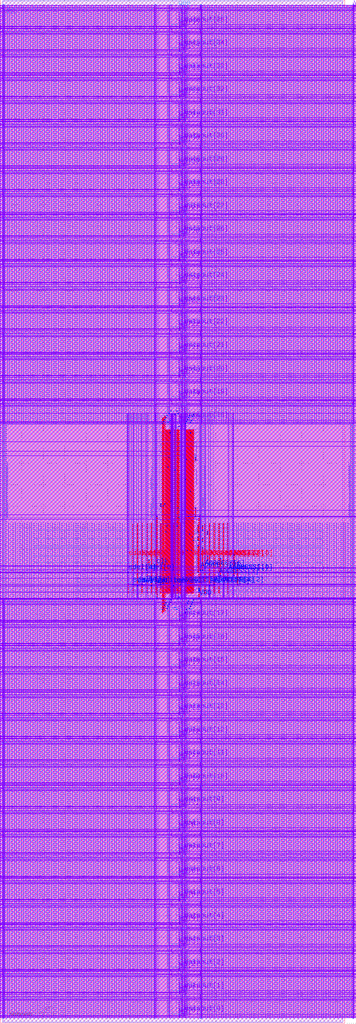
<source format=lef>
VERSION 5.8 ;
BUSBITCHARS "[]" ;
DIVIDERCHAR "/" ;

PROPERTYDEFINITIONS
  MACRO CatenaDesignType STRING ;
END PROPERTYDEFINITIONS

MACRO srambank_128x4x36_6t122
  CLASS BLOCK ;
  ORIGIN 0 0 ;
  FOREIGN srambank_128x4x36_6t122 0 0 ;
  SIZE 16.0 BY 47.52 ;
  SYMMETRY X Y ;
  SITE coreSite ;
  PIN VDD
    DIRECTION INOUT ;
    USE POWER ;
    PORT
      LAYER M4  ;
        RECT 0.0940 1.1720 16.4420 1.2200 ;
        RECT 0.0940 2.2520 16.4420 2.3000 ;
        RECT 0.0940 3.3320 16.4420 3.3800 ;
        RECT 0.0940 4.4120 16.4420 4.4600 ;
        RECT 0.0940 5.4920 16.4420 5.5400 ;
        RECT 0.0940 6.5720 16.4420 6.6200 ;
        RECT 0.0940 7.6520 16.4420 7.7000 ;
        RECT 0.0940 8.7320 16.4420 8.7800 ;
        RECT 0.0940 9.8120 16.4420 9.8600 ;
        RECT 0.0940 10.8920 16.4420 10.9400 ;
        RECT 0.0940 11.9720 16.4420 12.0200 ;
        RECT 0.0940 13.0520 16.4420 13.1000 ;
        RECT 0.0940 14.1320 16.4420 14.1800 ;
        RECT 0.0940 15.2120 16.4420 15.2600 ;
        RECT 0.0940 16.2920 16.4420 16.3400 ;
        RECT 0.0940 17.3720 16.4420 17.4200 ;
        RECT 0.0940 18.4520 16.4420 18.5000 ;
        RECT 0.0940 19.5320 16.4420 19.5800 ;
        RECT 3.5640 20.0130 12.9600 20.2290 ;
        RECT 9.1970 23.5170 9.3380 23.5410 ;
        RECT 9.0660 19.7330 9.3290 19.7570 ;
        RECT 7.3980 23.1810 9.1260 23.3970 ;
        RECT 7.3980 26.3490 9.1260 26.5650 ;
        RECT 0.0940 28.7390 16.4420 28.7870 ;
        RECT 0.0940 29.8190 16.4420 29.8670 ;
        RECT 0.0940 30.8990 16.4420 30.9470 ;
        RECT 0.0940 31.9790 16.4420 32.0270 ;
        RECT 0.0940 33.0590 16.4420 33.1070 ;
        RECT 0.0940 34.1390 16.4420 34.1870 ;
        RECT 0.0940 35.2190 16.4420 35.2670 ;
        RECT 0.0940 36.2990 16.4420 36.3470 ;
        RECT 0.0940 37.3790 16.4420 37.4270 ;
        RECT 0.0940 38.4590 16.4420 38.5070 ;
        RECT 0.0940 39.5390 16.4420 39.5870 ;
        RECT 0.0940 40.6190 16.4420 40.6670 ;
        RECT 0.0940 41.6990 16.4420 41.7470 ;
        RECT 0.0940 42.7790 16.4420 42.8270 ;
        RECT 0.0940 43.8590 16.4420 43.9070 ;
        RECT 0.0940 44.9390 16.4420 44.9870 ;
        RECT 0.0940 46.0190 16.4420 46.0670 ;
        RECT 0.0940 47.0990 16.4420 47.1470 ;
      LAYER M3  ;
        RECT 16.3940 0.2165 16.4120 1.3765 ;
        RECT 9.2840 0.2170 9.3020 1.3760 ;
        RECT 7.8800 0.2570 7.9700 1.3710 ;
        RECT 7.2320 0.2170 7.2500 1.3760 ;
        RECT 0.1220 0.2165 0.1400 1.3765 ;
        RECT 16.3940 1.2965 16.4120 2.4565 ;
        RECT 9.2840 1.2970 9.3020 2.4560 ;
        RECT 7.8800 1.3370 7.9700 2.4510 ;
        RECT 7.2320 1.2970 7.2500 2.4560 ;
        RECT 0.1220 1.2965 0.1400 2.4565 ;
        RECT 16.3940 2.3765 16.4120 3.5365 ;
        RECT 9.2840 2.3770 9.3020 3.5360 ;
        RECT 7.8800 2.4170 7.9700 3.5310 ;
        RECT 7.2320 2.3770 7.2500 3.5360 ;
        RECT 0.1220 2.3765 0.1400 3.5365 ;
        RECT 16.3940 3.4565 16.4120 4.6165 ;
        RECT 9.2840 3.4570 9.3020 4.6160 ;
        RECT 7.8800 3.4970 7.9700 4.6110 ;
        RECT 7.2320 3.4570 7.2500 4.6160 ;
        RECT 0.1220 3.4565 0.1400 4.6165 ;
        RECT 16.3940 4.5365 16.4120 5.6965 ;
        RECT 9.2840 4.5370 9.3020 5.6960 ;
        RECT 7.8800 4.5770 7.9700 5.6910 ;
        RECT 7.2320 4.5370 7.2500 5.6960 ;
        RECT 0.1220 4.5365 0.1400 5.6965 ;
        RECT 16.3940 5.6165 16.4120 6.7765 ;
        RECT 9.2840 5.6170 9.3020 6.7760 ;
        RECT 7.8800 5.6570 7.9700 6.7710 ;
        RECT 7.2320 5.6170 7.2500 6.7760 ;
        RECT 0.1220 5.6165 0.1400 6.7765 ;
        RECT 16.3940 6.6965 16.4120 7.8565 ;
        RECT 9.2840 6.6970 9.3020 7.8560 ;
        RECT 7.8800 6.7370 7.9700 7.8510 ;
        RECT 7.2320 6.6970 7.2500 7.8560 ;
        RECT 0.1220 6.6965 0.1400 7.8565 ;
        RECT 16.3940 7.7765 16.4120 8.9365 ;
        RECT 9.2840 7.7770 9.3020 8.9360 ;
        RECT 7.8800 7.8170 7.9700 8.9310 ;
        RECT 7.2320 7.7770 7.2500 8.9360 ;
        RECT 0.1220 7.7765 0.1400 8.9365 ;
        RECT 16.3940 8.8565 16.4120 10.0165 ;
        RECT 9.2840 8.8570 9.3020 10.0160 ;
        RECT 7.8800 8.8970 7.9700 10.0110 ;
        RECT 7.2320 8.8570 7.2500 10.0160 ;
        RECT 0.1220 8.8565 0.1400 10.0165 ;
        RECT 16.3940 9.9365 16.4120 11.0965 ;
        RECT 9.2840 9.9370 9.3020 11.0960 ;
        RECT 7.8800 9.9770 7.9700 11.0910 ;
        RECT 7.2320 9.9370 7.2500 11.0960 ;
        RECT 0.1220 9.9365 0.1400 11.0965 ;
        RECT 16.3940 11.0165 16.4120 12.1765 ;
        RECT 9.2840 11.0170 9.3020 12.1760 ;
        RECT 7.8800 11.0570 7.9700 12.1710 ;
        RECT 7.2320 11.0170 7.2500 12.1760 ;
        RECT 0.1220 11.0165 0.1400 12.1765 ;
        RECT 16.3940 12.0965 16.4120 13.2565 ;
        RECT 9.2840 12.0970 9.3020 13.2560 ;
        RECT 7.8800 12.1370 7.9700 13.2510 ;
        RECT 7.2320 12.0970 7.2500 13.2560 ;
        RECT 0.1220 12.0965 0.1400 13.2565 ;
        RECT 16.3940 13.1765 16.4120 14.3365 ;
        RECT 9.2840 13.1770 9.3020 14.3360 ;
        RECT 7.8800 13.2170 7.9700 14.3310 ;
        RECT 7.2320 13.1770 7.2500 14.3360 ;
        RECT 0.1220 13.1765 0.1400 14.3365 ;
        RECT 16.3940 14.2565 16.4120 15.4165 ;
        RECT 9.2840 14.2570 9.3020 15.4160 ;
        RECT 7.8800 14.2970 7.9700 15.4110 ;
        RECT 7.2320 14.2570 7.2500 15.4160 ;
        RECT 0.1220 14.2565 0.1400 15.4165 ;
        RECT 16.3940 15.3365 16.4120 16.4965 ;
        RECT 9.2840 15.3370 9.3020 16.4960 ;
        RECT 7.8800 15.3770 7.9700 16.4910 ;
        RECT 7.2320 15.3370 7.2500 16.4960 ;
        RECT 0.1220 15.3365 0.1400 16.4965 ;
        RECT 16.3940 16.4165 16.4120 17.5765 ;
        RECT 9.2840 16.4170 9.3020 17.5760 ;
        RECT 7.8800 16.4570 7.9700 17.5710 ;
        RECT 7.2320 16.4170 7.2500 17.5760 ;
        RECT 0.1220 16.4165 0.1400 17.5765 ;
        RECT 16.3940 17.4965 16.4120 18.6565 ;
        RECT 9.2840 17.4970 9.3020 18.6560 ;
        RECT 7.8800 17.5370 7.9700 18.6510 ;
        RECT 7.2320 17.4970 7.2500 18.6560 ;
        RECT 0.1220 17.4965 0.1400 18.6565 ;
        RECT 16.3940 18.5765 16.4120 19.7365 ;
        RECT 9.2840 18.5770 9.3020 19.7360 ;
        RECT 7.8800 18.6170 7.9700 19.7310 ;
        RECT 7.2320 18.5770 7.2500 19.7360 ;
        RECT 0.1220 18.5765 0.1400 19.7365 ;
        RECT 16.3890 19.6505 16.4070 27.8575 ;
        RECT 9.2970 23.4700 9.3150 27.8185 ;
        RECT 9.2790 19.6835 9.2970 19.8215 ;
        RECT 7.9110 19.9740 8.1450 27.5570 ;
        RECT 7.8750 27.4740 7.9650 27.8500 ;
        RECT 7.8750 19.6900 7.9650 20.0660 ;
        RECT 0.1170 19.6505 0.1350 27.8575 ;
        RECT 16.3940 27.7835 16.4120 28.9435 ;
        RECT 9.2840 27.7840 9.3020 28.9430 ;
        RECT 7.8800 27.8240 7.9700 28.9380 ;
        RECT 7.2320 27.7840 7.2500 28.9430 ;
        RECT 0.1220 27.7835 0.1400 28.9435 ;
        RECT 16.3940 28.8635 16.4120 30.0235 ;
        RECT 9.2840 28.8640 9.3020 30.0230 ;
        RECT 7.8800 28.9040 7.9700 30.0180 ;
        RECT 7.2320 28.8640 7.2500 30.0230 ;
        RECT 0.1220 28.8635 0.1400 30.0235 ;
        RECT 16.3940 29.9435 16.4120 31.1035 ;
        RECT 9.2840 29.9440 9.3020 31.1030 ;
        RECT 7.8800 29.9840 7.9700 31.0980 ;
        RECT 7.2320 29.9440 7.2500 31.1030 ;
        RECT 0.1220 29.9435 0.1400 31.1035 ;
        RECT 16.3940 31.0235 16.4120 32.1835 ;
        RECT 9.2840 31.0240 9.3020 32.1830 ;
        RECT 7.8800 31.0640 7.9700 32.1780 ;
        RECT 7.2320 31.0240 7.2500 32.1830 ;
        RECT 0.1220 31.0235 0.1400 32.1835 ;
        RECT 16.3940 32.1035 16.4120 33.2635 ;
        RECT 9.2840 32.1040 9.3020 33.2630 ;
        RECT 7.8800 32.1440 7.9700 33.2580 ;
        RECT 7.2320 32.1040 7.2500 33.2630 ;
        RECT 0.1220 32.1035 0.1400 33.2635 ;
        RECT 16.3940 33.1835 16.4120 34.3435 ;
        RECT 9.2840 33.1840 9.3020 34.3430 ;
        RECT 7.8800 33.2240 7.9700 34.3380 ;
        RECT 7.2320 33.1840 7.2500 34.3430 ;
        RECT 0.1220 33.1835 0.1400 34.3435 ;
        RECT 16.3940 34.2635 16.4120 35.4235 ;
        RECT 9.2840 34.2640 9.3020 35.4230 ;
        RECT 7.8800 34.3040 7.9700 35.4180 ;
        RECT 7.2320 34.2640 7.2500 35.4230 ;
        RECT 0.1220 34.2635 0.1400 35.4235 ;
        RECT 16.3940 35.3435 16.4120 36.5035 ;
        RECT 9.2840 35.3440 9.3020 36.5030 ;
        RECT 7.8800 35.3840 7.9700 36.4980 ;
        RECT 7.2320 35.3440 7.2500 36.5030 ;
        RECT 0.1220 35.3435 0.1400 36.5035 ;
        RECT 16.3940 36.4235 16.4120 37.5835 ;
        RECT 9.2840 36.4240 9.3020 37.5830 ;
        RECT 7.8800 36.4640 7.9700 37.5780 ;
        RECT 7.2320 36.4240 7.2500 37.5830 ;
        RECT 0.1220 36.4235 0.1400 37.5835 ;
        RECT 16.3940 37.5035 16.4120 38.6635 ;
        RECT 9.2840 37.5040 9.3020 38.6630 ;
        RECT 7.8800 37.5440 7.9700 38.6580 ;
        RECT 7.2320 37.5040 7.2500 38.6630 ;
        RECT 0.1220 37.5035 0.1400 38.6635 ;
        RECT 16.3940 38.5835 16.4120 39.7435 ;
        RECT 9.2840 38.5840 9.3020 39.7430 ;
        RECT 7.8800 38.6240 7.9700 39.7380 ;
        RECT 7.2320 38.5840 7.2500 39.7430 ;
        RECT 0.1220 38.5835 0.1400 39.7435 ;
        RECT 16.3940 39.6635 16.4120 40.8235 ;
        RECT 9.2840 39.6640 9.3020 40.8230 ;
        RECT 7.8800 39.7040 7.9700 40.8180 ;
        RECT 7.2320 39.6640 7.2500 40.8230 ;
        RECT 0.1220 39.6635 0.1400 40.8235 ;
        RECT 16.3940 40.7435 16.4120 41.9035 ;
        RECT 9.2840 40.7440 9.3020 41.9030 ;
        RECT 7.8800 40.7840 7.9700 41.8980 ;
        RECT 7.2320 40.7440 7.2500 41.9030 ;
        RECT 0.1220 40.7435 0.1400 41.9035 ;
        RECT 16.3940 41.8235 16.4120 42.9835 ;
        RECT 9.2840 41.8240 9.3020 42.9830 ;
        RECT 7.8800 41.8640 7.9700 42.9780 ;
        RECT 7.2320 41.8240 7.2500 42.9830 ;
        RECT 0.1220 41.8235 0.1400 42.9835 ;
        RECT 16.3940 42.9035 16.4120 44.0635 ;
        RECT 9.2840 42.9040 9.3020 44.0630 ;
        RECT 7.8800 42.9440 7.9700 44.0580 ;
        RECT 7.2320 42.9040 7.2500 44.0630 ;
        RECT 0.1220 42.9035 0.1400 44.0635 ;
        RECT 16.3940 43.9835 16.4120 45.1435 ;
        RECT 9.2840 43.9840 9.3020 45.1430 ;
        RECT 7.8800 44.0240 7.9700 45.1380 ;
        RECT 7.2320 43.9840 7.2500 45.1430 ;
        RECT 0.1220 43.9835 0.1400 45.1435 ;
        RECT 16.3940 45.0635 16.4120 46.2235 ;
        RECT 9.2840 45.0640 9.3020 46.2230 ;
        RECT 7.8800 45.1040 7.9700 46.2180 ;
        RECT 7.2320 45.0640 7.2500 46.2230 ;
        RECT 0.1220 45.0635 0.1400 46.2235 ;
        RECT 16.3940 46.1435 16.4120 47.3035 ;
        RECT 9.2840 46.1440 9.3020 47.3030 ;
        RECT 7.8800 46.1840 7.9700 47.2980 ;
        RECT 7.2320 46.1440 7.2500 47.3030 ;
        RECT 0.1220 46.1435 0.1400 47.3035 ;
      LAYER V3  ;
        RECT 0.1220 1.1720 0.1400 1.2200 ;
        RECT 7.2320 1.1720 7.2500 1.2200 ;
        RECT 7.8800 1.1720 7.9700 1.2200 ;
        RECT 9.2840 1.1720 9.3020 1.2200 ;
        RECT 16.3940 1.1720 16.4120 1.2200 ;
        RECT 0.1220 2.2520 0.1400 2.3000 ;
        RECT 7.2320 2.2520 7.2500 2.3000 ;
        RECT 7.8800 2.2520 7.9700 2.3000 ;
        RECT 9.2840 2.2520 9.3020 2.3000 ;
        RECT 16.3940 2.2520 16.4120 2.3000 ;
        RECT 0.1220 3.3320 0.1400 3.3800 ;
        RECT 7.2320 3.3320 7.2500 3.3800 ;
        RECT 7.8800 3.3320 7.9700 3.3800 ;
        RECT 9.2840 3.3320 9.3020 3.3800 ;
        RECT 16.3940 3.3320 16.4120 3.3800 ;
        RECT 0.1220 4.4120 0.1400 4.4600 ;
        RECT 7.2320 4.4120 7.2500 4.4600 ;
        RECT 7.8800 4.4120 7.9700 4.4600 ;
        RECT 9.2840 4.4120 9.3020 4.4600 ;
        RECT 16.3940 4.4120 16.4120 4.4600 ;
        RECT 0.1220 5.4920 0.1400 5.5400 ;
        RECT 7.2320 5.4920 7.2500 5.5400 ;
        RECT 7.8800 5.4920 7.9700 5.5400 ;
        RECT 9.2840 5.4920 9.3020 5.5400 ;
        RECT 16.3940 5.4920 16.4120 5.5400 ;
        RECT 0.1220 6.5720 0.1400 6.6200 ;
        RECT 7.2320 6.5720 7.2500 6.6200 ;
        RECT 7.8800 6.5720 7.9700 6.6200 ;
        RECT 9.2840 6.5720 9.3020 6.6200 ;
        RECT 16.3940 6.5720 16.4120 6.6200 ;
        RECT 0.1220 7.6520 0.1400 7.7000 ;
        RECT 7.2320 7.6520 7.2500 7.7000 ;
        RECT 7.8800 7.6520 7.9700 7.7000 ;
        RECT 9.2840 7.6520 9.3020 7.7000 ;
        RECT 16.3940 7.6520 16.4120 7.7000 ;
        RECT 0.1220 8.7320 0.1400 8.7800 ;
        RECT 7.2320 8.7320 7.2500 8.7800 ;
        RECT 7.8800 8.7320 7.9700 8.7800 ;
        RECT 9.2840 8.7320 9.3020 8.7800 ;
        RECT 16.3940 8.7320 16.4120 8.7800 ;
        RECT 0.1220 9.8120 0.1400 9.8600 ;
        RECT 7.2320 9.8120 7.2500 9.8600 ;
        RECT 7.8800 9.8120 7.9700 9.8600 ;
        RECT 9.2840 9.8120 9.3020 9.8600 ;
        RECT 16.3940 9.8120 16.4120 9.8600 ;
        RECT 0.1220 10.8920 0.1400 10.9400 ;
        RECT 7.2320 10.8920 7.2500 10.9400 ;
        RECT 7.8800 10.8920 7.9700 10.9400 ;
        RECT 9.2840 10.8920 9.3020 10.9400 ;
        RECT 16.3940 10.8920 16.4120 10.9400 ;
        RECT 0.1220 11.9720 0.1400 12.0200 ;
        RECT 7.2320 11.9720 7.2500 12.0200 ;
        RECT 7.8800 11.9720 7.9700 12.0200 ;
        RECT 9.2840 11.9720 9.3020 12.0200 ;
        RECT 16.3940 11.9720 16.4120 12.0200 ;
        RECT 0.1220 13.0520 0.1400 13.1000 ;
        RECT 7.2320 13.0520 7.2500 13.1000 ;
        RECT 7.8800 13.0520 7.9700 13.1000 ;
        RECT 9.2840 13.0520 9.3020 13.1000 ;
        RECT 16.3940 13.0520 16.4120 13.1000 ;
        RECT 0.1220 14.1320 0.1400 14.1800 ;
        RECT 7.2320 14.1320 7.2500 14.1800 ;
        RECT 7.8800 14.1320 7.9700 14.1800 ;
        RECT 9.2840 14.1320 9.3020 14.1800 ;
        RECT 16.3940 14.1320 16.4120 14.1800 ;
        RECT 0.1220 15.2120 0.1400 15.2600 ;
        RECT 7.2320 15.2120 7.2500 15.2600 ;
        RECT 7.8800 15.2120 7.9700 15.2600 ;
        RECT 9.2840 15.2120 9.3020 15.2600 ;
        RECT 16.3940 15.2120 16.4120 15.2600 ;
        RECT 0.1220 16.2920 0.1400 16.3400 ;
        RECT 7.2320 16.2920 7.2500 16.3400 ;
        RECT 7.8800 16.2920 7.9700 16.3400 ;
        RECT 9.2840 16.2920 9.3020 16.3400 ;
        RECT 16.3940 16.2920 16.4120 16.3400 ;
        RECT 0.1220 17.3720 0.1400 17.4200 ;
        RECT 7.2320 17.3720 7.2500 17.4200 ;
        RECT 7.8800 17.3720 7.9700 17.4200 ;
        RECT 9.2840 17.3720 9.3020 17.4200 ;
        RECT 16.3940 17.3720 16.4120 17.4200 ;
        RECT 0.1220 18.4520 0.1400 18.5000 ;
        RECT 7.2320 18.4520 7.2500 18.5000 ;
        RECT 7.8800 18.4520 7.9700 18.5000 ;
        RECT 9.2840 18.4520 9.3020 18.5000 ;
        RECT 16.3940 18.4520 16.4120 18.5000 ;
        RECT 0.1220 19.5320 0.1400 19.5800 ;
        RECT 7.2320 19.5320 7.2500 19.5800 ;
        RECT 7.8800 19.5320 7.9700 19.5800 ;
        RECT 9.2840 19.5320 9.3020 19.5800 ;
        RECT 16.3940 19.5320 16.4120 19.5800 ;
        RECT 7.9150 26.3490 7.9330 26.5650 ;
        RECT 7.9150 23.1810 7.9330 23.3970 ;
        RECT 7.9150 20.0130 7.9330 20.2290 ;
        RECT 7.9670 26.3490 7.9850 26.5650 ;
        RECT 7.9670 23.1810 7.9850 23.3970 ;
        RECT 7.9670 20.0130 7.9850 20.2290 ;
        RECT 8.0190 26.3490 8.0370 26.5650 ;
        RECT 8.0190 23.1810 8.0370 23.3970 ;
        RECT 8.0190 20.0130 8.0370 20.2290 ;
        RECT 8.0710 26.3490 8.0890 26.5650 ;
        RECT 8.0710 23.1810 8.0890 23.3970 ;
        RECT 8.0710 20.0130 8.0890 20.2290 ;
        RECT 8.1230 26.3490 8.1410 26.5650 ;
        RECT 8.1230 23.1810 8.1410 23.3970 ;
        RECT 8.1230 20.0130 8.1410 20.2290 ;
        RECT 9.2790 19.7330 9.2970 19.7570 ;
        RECT 9.2970 23.5170 9.3150 23.5410 ;
        RECT 0.1220 28.7390 0.1400 28.7870 ;
        RECT 7.2320 28.7390 7.2500 28.7870 ;
        RECT 7.8800 28.7390 7.9700 28.7870 ;
        RECT 9.2840 28.7390 9.3020 28.7870 ;
        RECT 16.3940 28.7390 16.4120 28.7870 ;
        RECT 0.1220 29.8190 0.1400 29.8670 ;
        RECT 7.2320 29.8190 7.2500 29.8670 ;
        RECT 7.8800 29.8190 7.9700 29.8670 ;
        RECT 9.2840 29.8190 9.3020 29.8670 ;
        RECT 16.3940 29.8190 16.4120 29.8670 ;
        RECT 0.1220 30.8990 0.1400 30.9470 ;
        RECT 7.2320 30.8990 7.2500 30.9470 ;
        RECT 7.8800 30.8990 7.9700 30.9470 ;
        RECT 9.2840 30.8990 9.3020 30.9470 ;
        RECT 16.3940 30.8990 16.4120 30.9470 ;
        RECT 0.1220 31.9790 0.1400 32.0270 ;
        RECT 7.2320 31.9790 7.2500 32.0270 ;
        RECT 7.8800 31.9790 7.9700 32.0270 ;
        RECT 9.2840 31.9790 9.3020 32.0270 ;
        RECT 16.3940 31.9790 16.4120 32.0270 ;
        RECT 0.1220 33.0590 0.1400 33.1070 ;
        RECT 7.2320 33.0590 7.2500 33.1070 ;
        RECT 7.8800 33.0590 7.9700 33.1070 ;
        RECT 9.2840 33.0590 9.3020 33.1070 ;
        RECT 16.3940 33.0590 16.4120 33.1070 ;
        RECT 0.1220 34.1390 0.1400 34.1870 ;
        RECT 7.2320 34.1390 7.2500 34.1870 ;
        RECT 7.8800 34.1390 7.9700 34.1870 ;
        RECT 9.2840 34.1390 9.3020 34.1870 ;
        RECT 16.3940 34.1390 16.4120 34.1870 ;
        RECT 0.1220 35.2190 0.1400 35.2670 ;
        RECT 7.2320 35.2190 7.2500 35.2670 ;
        RECT 7.8800 35.2190 7.9700 35.2670 ;
        RECT 9.2840 35.2190 9.3020 35.2670 ;
        RECT 16.3940 35.2190 16.4120 35.2670 ;
        RECT 0.1220 36.2990 0.1400 36.3470 ;
        RECT 7.2320 36.2990 7.2500 36.3470 ;
        RECT 7.8800 36.2990 7.9700 36.3470 ;
        RECT 9.2840 36.2990 9.3020 36.3470 ;
        RECT 16.3940 36.2990 16.4120 36.3470 ;
        RECT 0.1220 37.3790 0.1400 37.4270 ;
        RECT 7.2320 37.3790 7.2500 37.4270 ;
        RECT 7.8800 37.3790 7.9700 37.4270 ;
        RECT 9.2840 37.3790 9.3020 37.4270 ;
        RECT 16.3940 37.3790 16.4120 37.4270 ;
        RECT 0.1220 38.4590 0.1400 38.5070 ;
        RECT 7.2320 38.4590 7.2500 38.5070 ;
        RECT 7.8800 38.4590 7.9700 38.5070 ;
        RECT 9.2840 38.4590 9.3020 38.5070 ;
        RECT 16.3940 38.4590 16.4120 38.5070 ;
        RECT 0.1220 39.5390 0.1400 39.5870 ;
        RECT 7.2320 39.5390 7.2500 39.5870 ;
        RECT 7.8800 39.5390 7.9700 39.5870 ;
        RECT 9.2840 39.5390 9.3020 39.5870 ;
        RECT 16.3940 39.5390 16.4120 39.5870 ;
        RECT 0.1220 40.6190 0.1400 40.6670 ;
        RECT 7.2320 40.6190 7.2500 40.6670 ;
        RECT 7.8800 40.6190 7.9700 40.6670 ;
        RECT 9.2840 40.6190 9.3020 40.6670 ;
        RECT 16.3940 40.6190 16.4120 40.6670 ;
        RECT 0.1220 41.6990 0.1400 41.7470 ;
        RECT 7.2320 41.6990 7.2500 41.7470 ;
        RECT 7.8800 41.6990 7.9700 41.7470 ;
        RECT 9.2840 41.6990 9.3020 41.7470 ;
        RECT 16.3940 41.6990 16.4120 41.7470 ;
        RECT 0.1220 42.7790 0.1400 42.8270 ;
        RECT 7.2320 42.7790 7.2500 42.8270 ;
        RECT 7.8800 42.7790 7.9700 42.8270 ;
        RECT 9.2840 42.7790 9.3020 42.8270 ;
        RECT 16.3940 42.7790 16.4120 42.8270 ;
        RECT 0.1220 43.8590 0.1400 43.9070 ;
        RECT 7.2320 43.8590 7.2500 43.9070 ;
        RECT 7.8800 43.8590 7.9700 43.9070 ;
        RECT 9.2840 43.8590 9.3020 43.9070 ;
        RECT 16.3940 43.8590 16.4120 43.9070 ;
        RECT 0.1220 44.9390 0.1400 44.9870 ;
        RECT 7.2320 44.9390 7.2500 44.9870 ;
        RECT 7.8800 44.9390 7.9700 44.9870 ;
        RECT 9.2840 44.9390 9.3020 44.9870 ;
        RECT 16.3940 44.9390 16.4120 44.9870 ;
        RECT 0.1220 46.0190 0.1400 46.0670 ;
        RECT 7.2320 46.0190 7.2500 46.0670 ;
        RECT 7.8800 46.0190 7.9700 46.0670 ;
        RECT 9.2840 46.0190 9.3020 46.0670 ;
        RECT 16.3940 46.0190 16.4120 46.0670 ;
        RECT 0.1220 47.0990 0.1400 47.1470 ;
        RECT 7.2320 47.0990 7.2500 47.1470 ;
        RECT 7.8800 47.0990 7.9700 47.1470 ;
        RECT 9.2840 47.0990 9.3020 47.1470 ;
        RECT 16.3940 47.0990 16.4120 47.1470 ;
      LAYER M5  ;
        RECT 9.2160 19.7150 9.2400 23.5590 ;
      LAYER V4  ;
        RECT 9.2160 23.5170 9.2400 23.5410 ;
        RECT 9.2160 20.0130 9.2400 20.2290 ;
        RECT 9.2160 19.7330 9.2400 19.7570 ;
    END
  END VDD
  PIN VSS
    DIRECTION INOUT ;
    USE POWER ;
    PORT
      LAYER M4  ;
        RECT 0.0940 1.0760 16.4370 1.1240 ;
        RECT 0.0940 2.1560 16.4370 2.2040 ;
        RECT 0.0940 3.2360 16.4370 3.2840 ;
        RECT 0.0940 4.3160 16.4370 4.3640 ;
        RECT 0.0940 5.3960 16.4370 5.4440 ;
        RECT 0.0940 6.4760 16.4370 6.5240 ;
        RECT 0.0940 7.5560 16.4370 7.6040 ;
        RECT 0.0940 8.6360 16.4370 8.6840 ;
        RECT 0.0940 9.7160 16.4370 9.7640 ;
        RECT 0.0940 10.7960 16.4370 10.8440 ;
        RECT 0.0940 11.8760 16.4370 11.9240 ;
        RECT 0.0940 12.9560 16.4370 13.0040 ;
        RECT 0.0940 14.0360 16.4370 14.0840 ;
        RECT 0.0940 15.1160 16.4370 15.1640 ;
        RECT 0.0940 16.1960 16.4370 16.2440 ;
        RECT 0.0940 17.2760 16.4370 17.3240 ;
        RECT 0.0940 18.3560 16.4370 18.4040 ;
        RECT 0.0940 19.4360 16.4370 19.4840 ;
        RECT 3.5640 20.4450 12.9600 20.6610 ;
        RECT 7.3980 23.6130 9.1260 23.8290 ;
        RECT 7.3980 26.7810 9.1260 26.9970 ;
        RECT 0.0940 28.6430 16.4370 28.6910 ;
        RECT 0.0940 29.7230 16.4370 29.7710 ;
        RECT 0.0940 30.8030 16.4370 30.8510 ;
        RECT 0.0940 31.8830 16.4370 31.9310 ;
        RECT 0.0940 32.9630 16.4370 33.0110 ;
        RECT 0.0940 34.0430 16.4370 34.0910 ;
        RECT 0.0940 35.1230 16.4370 35.1710 ;
        RECT 0.0940 36.2030 16.4370 36.2510 ;
        RECT 0.0940 37.2830 16.4370 37.3310 ;
        RECT 0.0940 38.3630 16.4370 38.4110 ;
        RECT 0.0940 39.4430 16.4370 39.4910 ;
        RECT 0.0940 40.5230 16.4370 40.5710 ;
        RECT 0.0940 41.6030 16.4370 41.6510 ;
        RECT 0.0940 42.6830 16.4370 42.7310 ;
        RECT 0.0940 43.7630 16.4370 43.8110 ;
        RECT 0.0940 44.8430 16.4370 44.8910 ;
        RECT 0.0940 45.9230 16.4370 45.9710 ;
        RECT 0.0940 47.0030 16.4370 47.0510 ;
      LAYER M3  ;
        RECT 16.3580 0.2165 16.3760 1.3765 ;
        RECT 9.3380 0.2165 9.3560 1.3765 ;
        RECT 8.5730 0.2530 8.6090 1.3670 ;
        RECT 8.4200 0.2530 8.4470 1.3670 ;
        RECT 7.1780 0.2165 7.1960 1.3765 ;
        RECT 0.1580 0.2165 0.1760 1.3765 ;
        RECT 16.3580 1.2965 16.3760 2.4565 ;
        RECT 9.3380 1.2965 9.3560 2.4565 ;
        RECT 8.5730 1.3330 8.6090 2.4470 ;
        RECT 8.4200 1.3330 8.4470 2.4470 ;
        RECT 7.1780 1.2965 7.1960 2.4565 ;
        RECT 0.1580 1.2965 0.1760 2.4565 ;
        RECT 16.3580 2.3765 16.3760 3.5365 ;
        RECT 9.3380 2.3765 9.3560 3.5365 ;
        RECT 8.5730 2.4130 8.6090 3.5270 ;
        RECT 8.4200 2.4130 8.4470 3.5270 ;
        RECT 7.1780 2.3765 7.1960 3.5365 ;
        RECT 0.1580 2.3765 0.1760 3.5365 ;
        RECT 16.3580 3.4565 16.3760 4.6165 ;
        RECT 9.3380 3.4565 9.3560 4.6165 ;
        RECT 8.5730 3.4930 8.6090 4.6070 ;
        RECT 8.4200 3.4930 8.4470 4.6070 ;
        RECT 7.1780 3.4565 7.1960 4.6165 ;
        RECT 0.1580 3.4565 0.1760 4.6165 ;
        RECT 16.3580 4.5365 16.3760 5.6965 ;
        RECT 9.3380 4.5365 9.3560 5.6965 ;
        RECT 8.5730 4.5730 8.6090 5.6870 ;
        RECT 8.4200 4.5730 8.4470 5.6870 ;
        RECT 7.1780 4.5365 7.1960 5.6965 ;
        RECT 0.1580 4.5365 0.1760 5.6965 ;
        RECT 16.3580 5.6165 16.3760 6.7765 ;
        RECT 9.3380 5.6165 9.3560 6.7765 ;
        RECT 8.5730 5.6530 8.6090 6.7670 ;
        RECT 8.4200 5.6530 8.4470 6.7670 ;
        RECT 7.1780 5.6165 7.1960 6.7765 ;
        RECT 0.1580 5.6165 0.1760 6.7765 ;
        RECT 16.3580 6.6965 16.3760 7.8565 ;
        RECT 9.3380 6.6965 9.3560 7.8565 ;
        RECT 8.5730 6.7330 8.6090 7.8470 ;
        RECT 8.4200 6.7330 8.4470 7.8470 ;
        RECT 7.1780 6.6965 7.1960 7.8565 ;
        RECT 0.1580 6.6965 0.1760 7.8565 ;
        RECT 16.3580 7.7765 16.3760 8.9365 ;
        RECT 9.3380 7.7765 9.3560 8.9365 ;
        RECT 8.5730 7.8130 8.6090 8.9270 ;
        RECT 8.4200 7.8130 8.4470 8.9270 ;
        RECT 7.1780 7.7765 7.1960 8.9365 ;
        RECT 0.1580 7.7765 0.1760 8.9365 ;
        RECT 16.3580 8.8565 16.3760 10.0165 ;
        RECT 9.3380 8.8565 9.3560 10.0165 ;
        RECT 8.5730 8.8930 8.6090 10.0070 ;
        RECT 8.4200 8.8930 8.4470 10.0070 ;
        RECT 7.1780 8.8565 7.1960 10.0165 ;
        RECT 0.1580 8.8565 0.1760 10.0165 ;
        RECT 16.3580 9.9365 16.3760 11.0965 ;
        RECT 9.3380 9.9365 9.3560 11.0965 ;
        RECT 8.5730 9.9730 8.6090 11.0870 ;
        RECT 8.4200 9.9730 8.4470 11.0870 ;
        RECT 7.1780 9.9365 7.1960 11.0965 ;
        RECT 0.1580 9.9365 0.1760 11.0965 ;
        RECT 16.3580 11.0165 16.3760 12.1765 ;
        RECT 9.3380 11.0165 9.3560 12.1765 ;
        RECT 8.5730 11.0530 8.6090 12.1670 ;
        RECT 8.4200 11.0530 8.4470 12.1670 ;
        RECT 7.1780 11.0165 7.1960 12.1765 ;
        RECT 0.1580 11.0165 0.1760 12.1765 ;
        RECT 16.3580 12.0965 16.3760 13.2565 ;
        RECT 9.3380 12.0965 9.3560 13.2565 ;
        RECT 8.5730 12.1330 8.6090 13.2470 ;
        RECT 8.4200 12.1330 8.4470 13.2470 ;
        RECT 7.1780 12.0965 7.1960 13.2565 ;
        RECT 0.1580 12.0965 0.1760 13.2565 ;
        RECT 16.3580 13.1765 16.3760 14.3365 ;
        RECT 9.3380 13.1765 9.3560 14.3365 ;
        RECT 8.5730 13.2130 8.6090 14.3270 ;
        RECT 8.4200 13.2130 8.4470 14.3270 ;
        RECT 7.1780 13.1765 7.1960 14.3365 ;
        RECT 0.1580 13.1765 0.1760 14.3365 ;
        RECT 16.3580 14.2565 16.3760 15.4165 ;
        RECT 9.3380 14.2565 9.3560 15.4165 ;
        RECT 8.5730 14.2930 8.6090 15.4070 ;
        RECT 8.4200 14.2930 8.4470 15.4070 ;
        RECT 7.1780 14.2565 7.1960 15.4165 ;
        RECT 0.1580 14.2565 0.1760 15.4165 ;
        RECT 16.3580 15.3365 16.3760 16.4965 ;
        RECT 9.3380 15.3365 9.3560 16.4965 ;
        RECT 8.5730 15.3730 8.6090 16.4870 ;
        RECT 8.4200 15.3730 8.4470 16.4870 ;
        RECT 7.1780 15.3365 7.1960 16.4965 ;
        RECT 0.1580 15.3365 0.1760 16.4965 ;
        RECT 16.3580 16.4165 16.3760 17.5765 ;
        RECT 9.3380 16.4165 9.3560 17.5765 ;
        RECT 8.5730 16.4530 8.6090 17.5670 ;
        RECT 8.4200 16.4530 8.4470 17.5670 ;
        RECT 7.1780 16.4165 7.1960 17.5765 ;
        RECT 0.1580 16.4165 0.1760 17.5765 ;
        RECT 16.3580 17.4965 16.3760 18.6565 ;
        RECT 9.3380 17.4965 9.3560 18.6565 ;
        RECT 8.5730 17.5330 8.6090 18.6470 ;
        RECT 8.4200 17.5330 8.4470 18.6470 ;
        RECT 7.1780 17.4965 7.1960 18.6565 ;
        RECT 0.1580 17.4965 0.1760 18.6565 ;
        RECT 16.3580 18.5765 16.3760 19.7365 ;
        RECT 9.3380 18.5765 9.3560 19.7365 ;
        RECT 8.5730 18.6130 8.6090 19.7270 ;
        RECT 8.4200 18.6130 8.4470 19.7270 ;
        RECT 7.1780 18.5765 7.1960 19.7365 ;
        RECT 0.1580 18.5765 0.1760 19.7365 ;
        RECT 16.3530 19.6505 16.3710 27.8575 ;
        RECT 9.3330 19.6505 9.3510 27.8575 ;
        RECT 8.3790 19.8740 8.6130 27.5570 ;
        RECT 8.5680 19.6945 8.6040 27.8140 ;
        RECT 8.4150 19.6940 8.4420 27.8140 ;
        RECT 7.1730 19.6505 7.1910 27.8575 ;
        RECT 0.1530 19.6505 0.1710 27.8575 ;
        RECT 16.3580 27.7835 16.3760 28.9435 ;
        RECT 9.3380 27.7835 9.3560 28.9435 ;
        RECT 8.5730 27.8200 8.6090 28.9340 ;
        RECT 8.4200 27.8200 8.4470 28.9340 ;
        RECT 7.1780 27.7835 7.1960 28.9435 ;
        RECT 0.1580 27.7835 0.1760 28.9435 ;
        RECT 16.3580 28.8635 16.3760 30.0235 ;
        RECT 9.3380 28.8635 9.3560 30.0235 ;
        RECT 8.5730 28.9000 8.6090 30.0140 ;
        RECT 8.4200 28.9000 8.4470 30.0140 ;
        RECT 7.1780 28.8635 7.1960 30.0235 ;
        RECT 0.1580 28.8635 0.1760 30.0235 ;
        RECT 16.3580 29.9435 16.3760 31.1035 ;
        RECT 9.3380 29.9435 9.3560 31.1035 ;
        RECT 8.5730 29.9800 8.6090 31.0940 ;
        RECT 8.4200 29.9800 8.4470 31.0940 ;
        RECT 7.1780 29.9435 7.1960 31.1035 ;
        RECT 0.1580 29.9435 0.1760 31.1035 ;
        RECT 16.3580 31.0235 16.3760 32.1835 ;
        RECT 9.3380 31.0235 9.3560 32.1835 ;
        RECT 8.5730 31.0600 8.6090 32.1740 ;
        RECT 8.4200 31.0600 8.4470 32.1740 ;
        RECT 7.1780 31.0235 7.1960 32.1835 ;
        RECT 0.1580 31.0235 0.1760 32.1835 ;
        RECT 16.3580 32.1035 16.3760 33.2635 ;
        RECT 9.3380 32.1035 9.3560 33.2635 ;
        RECT 8.5730 32.1400 8.6090 33.2540 ;
        RECT 8.4200 32.1400 8.4470 33.2540 ;
        RECT 7.1780 32.1035 7.1960 33.2635 ;
        RECT 0.1580 32.1035 0.1760 33.2635 ;
        RECT 16.3580 33.1835 16.3760 34.3435 ;
        RECT 9.3380 33.1835 9.3560 34.3435 ;
        RECT 8.5730 33.2200 8.6090 34.3340 ;
        RECT 8.4200 33.2200 8.4470 34.3340 ;
        RECT 7.1780 33.1835 7.1960 34.3435 ;
        RECT 0.1580 33.1835 0.1760 34.3435 ;
        RECT 16.3580 34.2635 16.3760 35.4235 ;
        RECT 9.3380 34.2635 9.3560 35.4235 ;
        RECT 8.5730 34.3000 8.6090 35.4140 ;
        RECT 8.4200 34.3000 8.4470 35.4140 ;
        RECT 7.1780 34.2635 7.1960 35.4235 ;
        RECT 0.1580 34.2635 0.1760 35.4235 ;
        RECT 16.3580 35.3435 16.3760 36.5035 ;
        RECT 9.3380 35.3435 9.3560 36.5035 ;
        RECT 8.5730 35.3800 8.6090 36.4940 ;
        RECT 8.4200 35.3800 8.4470 36.4940 ;
        RECT 7.1780 35.3435 7.1960 36.5035 ;
        RECT 0.1580 35.3435 0.1760 36.5035 ;
        RECT 16.3580 36.4235 16.3760 37.5835 ;
        RECT 9.3380 36.4235 9.3560 37.5835 ;
        RECT 8.5730 36.4600 8.6090 37.5740 ;
        RECT 8.4200 36.4600 8.4470 37.5740 ;
        RECT 7.1780 36.4235 7.1960 37.5835 ;
        RECT 0.1580 36.4235 0.1760 37.5835 ;
        RECT 16.3580 37.5035 16.3760 38.6635 ;
        RECT 9.3380 37.5035 9.3560 38.6635 ;
        RECT 8.5730 37.5400 8.6090 38.6540 ;
        RECT 8.4200 37.5400 8.4470 38.6540 ;
        RECT 7.1780 37.5035 7.1960 38.6635 ;
        RECT 0.1580 37.5035 0.1760 38.6635 ;
        RECT 16.3580 38.5835 16.3760 39.7435 ;
        RECT 9.3380 38.5835 9.3560 39.7435 ;
        RECT 8.5730 38.6200 8.6090 39.7340 ;
        RECT 8.4200 38.6200 8.4470 39.7340 ;
        RECT 7.1780 38.5835 7.1960 39.7435 ;
        RECT 0.1580 38.5835 0.1760 39.7435 ;
        RECT 16.3580 39.6635 16.3760 40.8235 ;
        RECT 9.3380 39.6635 9.3560 40.8235 ;
        RECT 8.5730 39.7000 8.6090 40.8140 ;
        RECT 8.4200 39.7000 8.4470 40.8140 ;
        RECT 7.1780 39.6635 7.1960 40.8235 ;
        RECT 0.1580 39.6635 0.1760 40.8235 ;
        RECT 16.3580 40.7435 16.3760 41.9035 ;
        RECT 9.3380 40.7435 9.3560 41.9035 ;
        RECT 8.5730 40.7800 8.6090 41.8940 ;
        RECT 8.4200 40.7800 8.4470 41.8940 ;
        RECT 7.1780 40.7435 7.1960 41.9035 ;
        RECT 0.1580 40.7435 0.1760 41.9035 ;
        RECT 16.3580 41.8235 16.3760 42.9835 ;
        RECT 9.3380 41.8235 9.3560 42.9835 ;
        RECT 8.5730 41.8600 8.6090 42.9740 ;
        RECT 8.4200 41.8600 8.4470 42.9740 ;
        RECT 7.1780 41.8235 7.1960 42.9835 ;
        RECT 0.1580 41.8235 0.1760 42.9835 ;
        RECT 16.3580 42.9035 16.3760 44.0635 ;
        RECT 9.3380 42.9035 9.3560 44.0635 ;
        RECT 8.5730 42.9400 8.6090 44.0540 ;
        RECT 8.4200 42.9400 8.4470 44.0540 ;
        RECT 7.1780 42.9035 7.1960 44.0635 ;
        RECT 0.1580 42.9035 0.1760 44.0635 ;
        RECT 16.3580 43.9835 16.3760 45.1435 ;
        RECT 9.3380 43.9835 9.3560 45.1435 ;
        RECT 8.5730 44.0200 8.6090 45.1340 ;
        RECT 8.4200 44.0200 8.4470 45.1340 ;
        RECT 7.1780 43.9835 7.1960 45.1435 ;
        RECT 0.1580 43.9835 0.1760 45.1435 ;
        RECT 16.3580 45.0635 16.3760 46.2235 ;
        RECT 9.3380 45.0635 9.3560 46.2235 ;
        RECT 8.5730 45.1000 8.6090 46.2140 ;
        RECT 8.4200 45.1000 8.4470 46.2140 ;
        RECT 7.1780 45.0635 7.1960 46.2235 ;
        RECT 0.1580 45.0635 0.1760 46.2235 ;
        RECT 16.3580 46.1435 16.3760 47.3035 ;
        RECT 9.3380 46.1435 9.3560 47.3035 ;
        RECT 8.5730 46.1800 8.6090 47.2940 ;
        RECT 8.4200 46.1800 8.4470 47.2940 ;
        RECT 7.1780 46.1435 7.1960 47.3035 ;
        RECT 0.1580 46.1435 0.1760 47.3035 ;
      LAYER V3  ;
        RECT 0.1580 1.0760 0.1760 1.1240 ;
        RECT 7.1780 1.0760 7.1960 1.1240 ;
        RECT 8.4200 1.0760 8.4470 1.1240 ;
        RECT 8.5730 1.0760 8.6090 1.1240 ;
        RECT 9.3380 1.0760 9.3560 1.1240 ;
        RECT 16.3580 1.0760 16.3760 1.1240 ;
        RECT 0.1580 2.1560 0.1760 2.2040 ;
        RECT 7.1780 2.1560 7.1960 2.2040 ;
        RECT 8.4200 2.1560 8.4470 2.2040 ;
        RECT 8.5730 2.1560 8.6090 2.2040 ;
        RECT 9.3380 2.1560 9.3560 2.2040 ;
        RECT 16.3580 2.1560 16.3760 2.2040 ;
        RECT 0.1580 3.2360 0.1760 3.2840 ;
        RECT 7.1780 3.2360 7.1960 3.2840 ;
        RECT 8.4200 3.2360 8.4470 3.2840 ;
        RECT 8.5730 3.2360 8.6090 3.2840 ;
        RECT 9.3380 3.2360 9.3560 3.2840 ;
        RECT 16.3580 3.2360 16.3760 3.2840 ;
        RECT 0.1580 4.3160 0.1760 4.3640 ;
        RECT 7.1780 4.3160 7.1960 4.3640 ;
        RECT 8.4200 4.3160 8.4470 4.3640 ;
        RECT 8.5730 4.3160 8.6090 4.3640 ;
        RECT 9.3380 4.3160 9.3560 4.3640 ;
        RECT 16.3580 4.3160 16.3760 4.3640 ;
        RECT 0.1580 5.3960 0.1760 5.4440 ;
        RECT 7.1780 5.3960 7.1960 5.4440 ;
        RECT 8.4200 5.3960 8.4470 5.4440 ;
        RECT 8.5730 5.3960 8.6090 5.4440 ;
        RECT 9.3380 5.3960 9.3560 5.4440 ;
        RECT 16.3580 5.3960 16.3760 5.4440 ;
        RECT 0.1580 6.4760 0.1760 6.5240 ;
        RECT 7.1780 6.4760 7.1960 6.5240 ;
        RECT 8.4200 6.4760 8.4470 6.5240 ;
        RECT 8.5730 6.4760 8.6090 6.5240 ;
        RECT 9.3380 6.4760 9.3560 6.5240 ;
        RECT 16.3580 6.4760 16.3760 6.5240 ;
        RECT 0.1580 7.5560 0.1760 7.6040 ;
        RECT 7.1780 7.5560 7.1960 7.6040 ;
        RECT 8.4200 7.5560 8.4470 7.6040 ;
        RECT 8.5730 7.5560 8.6090 7.6040 ;
        RECT 9.3380 7.5560 9.3560 7.6040 ;
        RECT 16.3580 7.5560 16.3760 7.6040 ;
        RECT 0.1580 8.6360 0.1760 8.6840 ;
        RECT 7.1780 8.6360 7.1960 8.6840 ;
        RECT 8.4200 8.6360 8.4470 8.6840 ;
        RECT 8.5730 8.6360 8.6090 8.6840 ;
        RECT 9.3380 8.6360 9.3560 8.6840 ;
        RECT 16.3580 8.6360 16.3760 8.6840 ;
        RECT 0.1580 9.7160 0.1760 9.7640 ;
        RECT 7.1780 9.7160 7.1960 9.7640 ;
        RECT 8.4200 9.7160 8.4470 9.7640 ;
        RECT 8.5730 9.7160 8.6090 9.7640 ;
        RECT 9.3380 9.7160 9.3560 9.7640 ;
        RECT 16.3580 9.7160 16.3760 9.7640 ;
        RECT 0.1580 10.7960 0.1760 10.8440 ;
        RECT 7.1780 10.7960 7.1960 10.8440 ;
        RECT 8.4200 10.7960 8.4470 10.8440 ;
        RECT 8.5730 10.7960 8.6090 10.8440 ;
        RECT 9.3380 10.7960 9.3560 10.8440 ;
        RECT 16.3580 10.7960 16.3760 10.8440 ;
        RECT 0.1580 11.8760 0.1760 11.9240 ;
        RECT 7.1780 11.8760 7.1960 11.9240 ;
        RECT 8.4200 11.8760 8.4470 11.9240 ;
        RECT 8.5730 11.8760 8.6090 11.9240 ;
        RECT 9.3380 11.8760 9.3560 11.9240 ;
        RECT 16.3580 11.8760 16.3760 11.9240 ;
        RECT 0.1580 12.9560 0.1760 13.0040 ;
        RECT 7.1780 12.9560 7.1960 13.0040 ;
        RECT 8.4200 12.9560 8.4470 13.0040 ;
        RECT 8.5730 12.9560 8.6090 13.0040 ;
        RECT 9.3380 12.9560 9.3560 13.0040 ;
        RECT 16.3580 12.9560 16.3760 13.0040 ;
        RECT 0.1580 14.0360 0.1760 14.0840 ;
        RECT 7.1780 14.0360 7.1960 14.0840 ;
        RECT 8.4200 14.0360 8.4470 14.0840 ;
        RECT 8.5730 14.0360 8.6090 14.0840 ;
        RECT 9.3380 14.0360 9.3560 14.0840 ;
        RECT 16.3580 14.0360 16.3760 14.0840 ;
        RECT 0.1580 15.1160 0.1760 15.1640 ;
        RECT 7.1780 15.1160 7.1960 15.1640 ;
        RECT 8.4200 15.1160 8.4470 15.1640 ;
        RECT 8.5730 15.1160 8.6090 15.1640 ;
        RECT 9.3380 15.1160 9.3560 15.1640 ;
        RECT 16.3580 15.1160 16.3760 15.1640 ;
        RECT 0.1580 16.1960 0.1760 16.2440 ;
        RECT 7.1780 16.1960 7.1960 16.2440 ;
        RECT 8.4200 16.1960 8.4470 16.2440 ;
        RECT 8.5730 16.1960 8.6090 16.2440 ;
        RECT 9.3380 16.1960 9.3560 16.2440 ;
        RECT 16.3580 16.1960 16.3760 16.2440 ;
        RECT 0.1580 17.2760 0.1760 17.3240 ;
        RECT 7.1780 17.2760 7.1960 17.3240 ;
        RECT 8.4200 17.2760 8.4470 17.3240 ;
        RECT 8.5730 17.2760 8.6090 17.3240 ;
        RECT 9.3380 17.2760 9.3560 17.3240 ;
        RECT 16.3580 17.2760 16.3760 17.3240 ;
        RECT 0.1580 18.3560 0.1760 18.4040 ;
        RECT 7.1780 18.3560 7.1960 18.4040 ;
        RECT 8.4200 18.3560 8.4470 18.4040 ;
        RECT 8.5730 18.3560 8.6090 18.4040 ;
        RECT 9.3380 18.3560 9.3560 18.4040 ;
        RECT 16.3580 18.3560 16.3760 18.4040 ;
        RECT 0.1580 19.4360 0.1760 19.4840 ;
        RECT 7.1780 19.4360 7.1960 19.4840 ;
        RECT 8.4200 19.4360 8.4470 19.4840 ;
        RECT 8.5730 19.4360 8.6090 19.4840 ;
        RECT 9.3380 19.4360 9.3560 19.4840 ;
        RECT 16.3580 19.4360 16.3760 19.4840 ;
        RECT 8.3830 26.7810 8.4010 26.9970 ;
        RECT 8.3830 23.6130 8.4010 23.8290 ;
        RECT 8.3830 20.4450 8.4010 20.6610 ;
        RECT 8.4350 26.7810 8.4530 26.9970 ;
        RECT 8.4350 23.6130 8.4530 23.8290 ;
        RECT 8.4350 20.4450 8.4530 20.6610 ;
        RECT 8.4870 26.7810 8.5050 26.9970 ;
        RECT 8.4870 23.6130 8.5050 23.8290 ;
        RECT 8.4870 20.4450 8.5050 20.6610 ;
        RECT 8.5390 26.7810 8.5570 26.9970 ;
        RECT 8.5390 23.6130 8.5570 23.8290 ;
        RECT 8.5390 20.4450 8.5570 20.6610 ;
        RECT 8.5910 26.7810 8.6090 26.9970 ;
        RECT 8.5910 23.6130 8.6090 23.8290 ;
        RECT 8.5910 20.4450 8.6090 20.6610 ;
        RECT 9.3330 20.4455 9.3510 20.6615 ;
        RECT 0.1580 28.6430 0.1760 28.6910 ;
        RECT 7.1780 28.6430 7.1960 28.6910 ;
        RECT 8.4200 28.6430 8.4470 28.6910 ;
        RECT 8.5730 28.6430 8.6090 28.6910 ;
        RECT 9.3380 28.6430 9.3560 28.6910 ;
        RECT 16.3580 28.6430 16.3760 28.6910 ;
        RECT 0.1580 29.7230 0.1760 29.7710 ;
        RECT 7.1780 29.7230 7.1960 29.7710 ;
        RECT 8.4200 29.7230 8.4470 29.7710 ;
        RECT 8.5730 29.7230 8.6090 29.7710 ;
        RECT 9.3380 29.7230 9.3560 29.7710 ;
        RECT 16.3580 29.7230 16.3760 29.7710 ;
        RECT 0.1580 30.8030 0.1760 30.8510 ;
        RECT 7.1780 30.8030 7.1960 30.8510 ;
        RECT 8.4200 30.8030 8.4470 30.8510 ;
        RECT 8.5730 30.8030 8.6090 30.8510 ;
        RECT 9.3380 30.8030 9.3560 30.8510 ;
        RECT 16.3580 30.8030 16.3760 30.8510 ;
        RECT 0.1580 31.8830 0.1760 31.9310 ;
        RECT 7.1780 31.8830 7.1960 31.9310 ;
        RECT 8.4200 31.8830 8.4470 31.9310 ;
        RECT 8.5730 31.8830 8.6090 31.9310 ;
        RECT 9.3380 31.8830 9.3560 31.9310 ;
        RECT 16.3580 31.8830 16.3760 31.9310 ;
        RECT 0.1580 32.9630 0.1760 33.0110 ;
        RECT 7.1780 32.9630 7.1960 33.0110 ;
        RECT 8.4200 32.9630 8.4470 33.0110 ;
        RECT 8.5730 32.9630 8.6090 33.0110 ;
        RECT 9.3380 32.9630 9.3560 33.0110 ;
        RECT 16.3580 32.9630 16.3760 33.0110 ;
        RECT 0.1580 34.0430 0.1760 34.0910 ;
        RECT 7.1780 34.0430 7.1960 34.0910 ;
        RECT 8.4200 34.0430 8.4470 34.0910 ;
        RECT 8.5730 34.0430 8.6090 34.0910 ;
        RECT 9.3380 34.0430 9.3560 34.0910 ;
        RECT 16.3580 34.0430 16.3760 34.0910 ;
        RECT 0.1580 35.1230 0.1760 35.1710 ;
        RECT 7.1780 35.1230 7.1960 35.1710 ;
        RECT 8.4200 35.1230 8.4470 35.1710 ;
        RECT 8.5730 35.1230 8.6090 35.1710 ;
        RECT 9.3380 35.1230 9.3560 35.1710 ;
        RECT 16.3580 35.1230 16.3760 35.1710 ;
        RECT 0.1580 36.2030 0.1760 36.2510 ;
        RECT 7.1780 36.2030 7.1960 36.2510 ;
        RECT 8.4200 36.2030 8.4470 36.2510 ;
        RECT 8.5730 36.2030 8.6090 36.2510 ;
        RECT 9.3380 36.2030 9.3560 36.2510 ;
        RECT 16.3580 36.2030 16.3760 36.2510 ;
        RECT 0.1580 37.2830 0.1760 37.3310 ;
        RECT 7.1780 37.2830 7.1960 37.3310 ;
        RECT 8.4200 37.2830 8.4470 37.3310 ;
        RECT 8.5730 37.2830 8.6090 37.3310 ;
        RECT 9.3380 37.2830 9.3560 37.3310 ;
        RECT 16.3580 37.2830 16.3760 37.3310 ;
        RECT 0.1580 38.3630 0.1760 38.4110 ;
        RECT 7.1780 38.3630 7.1960 38.4110 ;
        RECT 8.4200 38.3630 8.4470 38.4110 ;
        RECT 8.5730 38.3630 8.6090 38.4110 ;
        RECT 9.3380 38.3630 9.3560 38.4110 ;
        RECT 16.3580 38.3630 16.3760 38.4110 ;
        RECT 0.1580 39.4430 0.1760 39.4910 ;
        RECT 7.1780 39.4430 7.1960 39.4910 ;
        RECT 8.4200 39.4430 8.4470 39.4910 ;
        RECT 8.5730 39.4430 8.6090 39.4910 ;
        RECT 9.3380 39.4430 9.3560 39.4910 ;
        RECT 16.3580 39.4430 16.3760 39.4910 ;
        RECT 0.1580 40.5230 0.1760 40.5710 ;
        RECT 7.1780 40.5230 7.1960 40.5710 ;
        RECT 8.4200 40.5230 8.4470 40.5710 ;
        RECT 8.5730 40.5230 8.6090 40.5710 ;
        RECT 9.3380 40.5230 9.3560 40.5710 ;
        RECT 16.3580 40.5230 16.3760 40.5710 ;
        RECT 0.1580 41.6030 0.1760 41.6510 ;
        RECT 7.1780 41.6030 7.1960 41.6510 ;
        RECT 8.4200 41.6030 8.4470 41.6510 ;
        RECT 8.5730 41.6030 8.6090 41.6510 ;
        RECT 9.3380 41.6030 9.3560 41.6510 ;
        RECT 16.3580 41.6030 16.3760 41.6510 ;
        RECT 0.1580 42.6830 0.1760 42.7310 ;
        RECT 7.1780 42.6830 7.1960 42.7310 ;
        RECT 8.4200 42.6830 8.4470 42.7310 ;
        RECT 8.5730 42.6830 8.6090 42.7310 ;
        RECT 9.3380 42.6830 9.3560 42.7310 ;
        RECT 16.3580 42.6830 16.3760 42.7310 ;
        RECT 0.1580 43.7630 0.1760 43.8110 ;
        RECT 7.1780 43.7630 7.1960 43.8110 ;
        RECT 8.4200 43.7630 8.4470 43.8110 ;
        RECT 8.5730 43.7630 8.6090 43.8110 ;
        RECT 9.3380 43.7630 9.3560 43.8110 ;
        RECT 16.3580 43.7630 16.3760 43.8110 ;
        RECT 0.1580 44.8430 0.1760 44.8910 ;
        RECT 7.1780 44.8430 7.1960 44.8910 ;
        RECT 8.4200 44.8430 8.4470 44.8910 ;
        RECT 8.5730 44.8430 8.6090 44.8910 ;
        RECT 9.3380 44.8430 9.3560 44.8910 ;
        RECT 16.3580 44.8430 16.3760 44.8910 ;
        RECT 0.1580 45.9230 0.1760 45.9710 ;
        RECT 7.1780 45.9230 7.1960 45.9710 ;
        RECT 8.4200 45.9230 8.4470 45.9710 ;
        RECT 8.5730 45.9230 8.6090 45.9710 ;
        RECT 9.3380 45.9230 9.3560 45.9710 ;
        RECT 16.3580 45.9230 16.3760 45.9710 ;
        RECT 0.1580 47.0030 0.1760 47.0510 ;
        RECT 7.1780 47.0030 7.1960 47.0510 ;
        RECT 8.4200 47.0030 8.4470 47.0510 ;
        RECT 8.5730 47.0030 8.6090 47.0510 ;
        RECT 9.3380 47.0030 9.3560 47.0510 ;
        RECT 16.3580 47.0030 16.3760 47.0510 ;
    END
  END VSS
  PIN ADDRESS[0]
    DIRECTION INPUT ;
    USE SIGNAL ;
    PORT
      LAYER M3  ;
        RECT 10.7910 20.9170 10.8090 20.9540 ;
      LAYER M4  ;
        RECT 10.7390 20.9250 10.8230 20.9490 ;
      LAYER M5  ;
        RECT 10.7880 19.9740 10.8120 23.2140 ;
      LAYER V3  ;
        RECT 10.7910 20.9250 10.8090 20.9490 ;
      LAYER V4  ;
        RECT 10.7880 20.9250 10.8120 20.9490 ;
    END
  END ADDRESS[0]
  PIN ADDRESS[1]
    DIRECTION INPUT ;
    USE SIGNAL ;
    PORT
      LAYER M3  ;
        RECT 10.5750 20.9200 10.5930 20.9570 ;
      LAYER M4  ;
        RECT 10.5230 20.9250 10.6070 20.9490 ;
      LAYER M5  ;
        RECT 10.5720 19.9740 10.5960 23.2140 ;
      LAYER V3  ;
        RECT 10.5750 20.9250 10.5930 20.9490 ;
      LAYER V4  ;
        RECT 10.5720 20.9250 10.5960 20.9490 ;
    END
  END ADDRESS[1]
  PIN ADDRESS[2]
    DIRECTION INPUT ;
    USE SIGNAL ;
    PORT
      LAYER M3  ;
        RECT 10.3590 20.3410 10.3770 20.3780 ;
      LAYER M4  ;
        RECT 10.3070 20.3490 10.3910 20.3730 ;
      LAYER M5  ;
        RECT 10.3560 19.9740 10.3800 23.2140 ;
      LAYER V3  ;
        RECT 10.3590 20.3490 10.3770 20.3730 ;
      LAYER V4  ;
        RECT 10.3560 20.3490 10.3800 20.3730 ;
    END
  END ADDRESS[2]
  PIN ADDRESS[3]
    DIRECTION INPUT ;
    USE SIGNAL ;
    PORT
      LAYER M3  ;
        RECT 10.1430 20.5810 10.1610 20.7620 ;
      LAYER M4  ;
        RECT 10.0910 20.7330 10.1750 20.7570 ;
      LAYER M5  ;
        RECT 10.1400 19.9740 10.1640 23.2140 ;
      LAYER V3  ;
        RECT 10.1430 20.7330 10.1610 20.7570 ;
      LAYER V4  ;
        RECT 10.1400 20.7330 10.1640 20.7570 ;
    END
  END ADDRESS[3]
  PIN ADDRESS[4]
    DIRECTION INPUT ;
    USE SIGNAL ;
    PORT
      LAYER M3  ;
        RECT 9.9270 20.3440 9.9450 20.4110 ;
      LAYER M4  ;
        RECT 9.8750 20.3490 9.9590 20.3730 ;
      LAYER M5  ;
        RECT 9.9240 19.9740 9.9480 23.2140 ;
      LAYER V3  ;
        RECT 9.9270 20.3490 9.9450 20.3730 ;
      LAYER V4  ;
        RECT 9.9240 20.3490 9.9480 20.3730 ;
    END
  END ADDRESS[4]
  PIN ADDRESS[5]
    DIRECTION INPUT ;
    USE SIGNAL ;
    PORT
      LAYER M3  ;
        RECT 9.7110 20.0770 9.7290 20.3300 ;
      LAYER M4  ;
        RECT 9.6590 20.3010 9.7430 20.3250 ;
      LAYER M5  ;
        RECT 9.7080 19.9740 9.7320 23.2140 ;
      LAYER V3  ;
        RECT 9.7110 20.3010 9.7290 20.3250 ;
      LAYER V4  ;
        RECT 9.7080 20.3010 9.7320 20.3250 ;
    END
  END ADDRESS[5]
  PIN ADDRESS[6]
    DIRECTION INPUT ;
    USE SIGNAL ;
    PORT
      LAYER M3  ;
        RECT 9.4950 21.1120 9.5130 21.1490 ;
      LAYER M4  ;
        RECT 9.4430 21.1170 9.5270 21.1410 ;
      LAYER M5  ;
        RECT 9.4920 19.9740 9.5160 23.2140 ;
      LAYER V3  ;
        RECT 9.4950 21.1170 9.5130 21.1410 ;
      LAYER V4  ;
        RECT 9.4920 21.1170 9.5160 21.1410 ;
    END
  END ADDRESS[6]
  PIN ADDRESS[7]
    DIRECTION INPUT ;
    USE SIGNAL ;
    PORT
      LAYER M3  ;
        RECT 9.2790 20.9590 9.2970 21.0500 ;
      LAYER M4  ;
        RECT 9.2270 21.0210 9.3110 21.0450 ;
      LAYER M5  ;
        RECT 9.2760 19.9740 9.3000 23.2140 ;
      LAYER V3  ;
        RECT 9.2790 21.0210 9.2970 21.0450 ;
      LAYER V4  ;
        RECT 9.2760 21.0210 9.3000 21.0450 ;
    END
  END ADDRESS[7]
  PIN ADDRESS[8]
    DIRECTION INPUT ;
    USE SIGNAL ;
    PORT
      LAYER M3  ;
        RECT 8.6310 20.3440 8.6490 20.4110 ;
      LAYER M4  ;
        RECT 8.3470 20.3490 8.6600 20.3730 ;
      LAYER M5  ;
        RECT 8.3580 19.9740 8.3820 23.2140 ;
      LAYER V3  ;
        RECT 8.6310 20.3490 8.6490 20.3730 ;
      LAYER V4  ;
        RECT 8.3580 20.3490 8.3820 20.3730 ;
    END
  END ADDRESS[8]
  PIN banksel
    DIRECTION INPUT ;
    USE SIGNAL ;
    PORT
      LAYER M3  ;
        RECT 8.2350 20.0770 8.2530 20.3300 ;
      LAYER M4  ;
        RECT 8.0230 20.3010 8.2640 20.3250 ;
      LAYER M5  ;
        RECT 8.0340 19.9740 8.0580 23.2140 ;
      LAYER V3  ;
        RECT 8.2350 20.3010 8.2530 20.3250 ;
      LAYER V4  ;
        RECT 8.0340 20.3010 8.0580 20.3250 ;
    END
  END banksel
  PIN write
    DIRECTION INPUT ;
    USE SIGNAL ;
    PORT
      LAYER M3  ;
        RECT 7.4430 20.3440 7.4610 20.4110 ;
      LAYER M4  ;
        RECT 7.3910 20.3490 7.4750 20.3730 ;
      LAYER M5  ;
        RECT 7.4400 19.9740 7.4640 23.2140 ;
      LAYER V3  ;
        RECT 7.4430 20.3490 7.4610 20.3730 ;
      LAYER V4  ;
        RECT 7.4400 20.3490 7.4640 20.3730 ;
    END
  END write
  PIN clk
    DIRECTION INPUT ;
    USE SIGNAL ;
    PORT
      LAYER M3  ;
        RECT 7.2270 21.2080 7.2450 21.2570 ;
      LAYER M4  ;
        RECT 7.1750 21.2130 7.2590 21.2370 ;
      LAYER M5  ;
        RECT 7.2240 19.9740 7.2480 23.2140 ;
      LAYER V3  ;
        RECT 7.2270 21.2130 7.2450 21.2370 ;
      LAYER V4  ;
        RECT 7.2240 21.2130 7.2480 21.2370 ;
    END
  END clk
  PIN read
    DIRECTION INPUT ;
    USE SIGNAL ;
    PORT
      LAYER M3  ;
        RECT 7.2630 20.0770 7.2810 20.3300 ;
      LAYER M4  ;
        RECT 6.9970 20.3010 7.2920 20.3250 ;
      LAYER M5  ;
        RECT 7.0080 19.9740 7.0320 23.2140 ;
      LAYER V3  ;
        RECT 7.2630 20.3010 7.2810 20.3250 ;
      LAYER V4  ;
        RECT 7.0080 20.3010 7.0320 20.3250 ;
    END
  END read
  PIN sdel[0]
    DIRECTION INPUT ;
    USE SIGNAL ;
    PORT
      LAYER M3  ;
        RECT 6.7950 20.9170 6.8130 20.9540 ;
      LAYER M4  ;
        RECT 6.7430 20.9250 6.8270 20.9490 ;
      LAYER M5  ;
        RECT 6.7920 19.9740 6.8160 23.2140 ;
      LAYER V3  ;
        RECT 6.7950 20.9250 6.8130 20.9490 ;
      LAYER V4  ;
        RECT 6.7920 20.9250 6.8160 20.9490 ;
    END
  END sdel[0]
  PIN sdel[1]
    DIRECTION INPUT ;
    USE SIGNAL ;
    PORT
      LAYER M3  ;
        RECT 6.5790 20.3440 6.5970 20.5730 ;
      LAYER M4  ;
        RECT 6.5270 20.3490 6.6110 20.3730 ;
      LAYER M5  ;
        RECT 6.5760 19.9740 6.6000 23.2140 ;
      LAYER V3  ;
        RECT 6.5790 20.3490 6.5970 20.3730 ;
      LAYER V4  ;
        RECT 6.5760 20.3490 6.6000 20.3730 ;
    END
  END sdel[1]
  PIN sdel[2]
    DIRECTION INPUT ;
    USE SIGNAL ;
    PORT
      LAYER M3  ;
        RECT 6.3630 20.0770 6.3810 20.3300 ;
      LAYER M4  ;
        RECT 6.3110 20.3010 6.3950 20.3250 ;
      LAYER M5  ;
        RECT 6.3600 19.9740 6.3840 23.2140 ;
      LAYER V3  ;
        RECT 6.3630 20.3010 6.3810 20.3250 ;
      LAYER V4  ;
        RECT 6.3600 20.3010 6.3840 20.3250 ;
    END
  END sdel[2]
  PIN sdel[3]
    DIRECTION INPUT ;
    USE SIGNAL ;
    PORT
      LAYER M3  ;
        RECT 6.1470 20.3410 6.1650 20.3780 ;
      LAYER M4  ;
        RECT 6.0950 20.3490 6.1790 20.3730 ;
      LAYER M5  ;
        RECT 6.1440 19.9740 6.1680 23.2140 ;
      LAYER V3  ;
        RECT 6.1470 20.3490 6.1650 20.3730 ;
      LAYER V4  ;
        RECT 6.1440 20.3490 6.1680 20.3730 ;
    END
  END sdel[3]
  PIN sdel[4]
    DIRECTION INPUT ;
    USE SIGNAL ;
    PORT
      LAYER M3  ;
        RECT 5.9310 20.9170 5.9490 20.9540 ;
      LAYER M4  ;
        RECT 5.8790 20.9250 5.9630 20.9490 ;
      LAYER M5  ;
        RECT 5.9280 19.9740 5.9520 23.2140 ;
      LAYER V3  ;
        RECT 5.9310 20.9250 5.9490 20.9490 ;
      LAYER V4  ;
        RECT 5.9280 20.9250 5.9520 20.9490 ;
    END
  END sdel[4]
  PIN dataout[0]
    DIRECTION OUTPUT ;
    USE SIGNAL ;
    PORT
      LAYER M4  ;
        RECT 7.9490 0.4280 8.5970 0.4520 ;
      LAYER M3  ;
        RECT 8.5370 0.3775 8.5550 0.6170 ;
      LAYER V3  ;
        RECT 8.5370 0.4280 8.5550 0.4520 ;
    END
  END dataout[0]
  PIN wd[0]
    DIRECTION INPUT ;
    USE SIGNAL ;
    PORT
      LAYER M4  ;
        RECT 7.9490 0.3320 8.6650 0.3560 ;
      LAYER M3  ;
        RECT 8.3120 0.2700 8.3300 0.6750 ;
      LAYER V3  ;
        RECT 8.3120 0.3320 8.3300 0.3560 ;
    END
  END wd[0]
  PIN dataout[1]
    DIRECTION OUTPUT ;
    USE SIGNAL ;
    PORT
      LAYER M4  ;
        RECT 7.9490 1.5080 8.5970 1.5320 ;
      LAYER M3  ;
        RECT 8.5370 1.4575 8.5550 1.6970 ;
      LAYER V3  ;
        RECT 8.5370 1.5080 8.5550 1.5320 ;
    END
  END dataout[1]
  PIN wd[1]
    DIRECTION INPUT ;
    USE SIGNAL ;
    PORT
      LAYER M4  ;
        RECT 7.9490 1.4120 8.6650 1.4360 ;
      LAYER M3  ;
        RECT 8.3120 1.3500 8.3300 1.7550 ;
      LAYER V3  ;
        RECT 8.3120 1.4120 8.3300 1.4360 ;
    END
  END wd[1]
  PIN dataout[2]
    DIRECTION OUTPUT ;
    USE SIGNAL ;
    PORT
      LAYER M4  ;
        RECT 7.9490 2.5880 8.5970 2.6120 ;
      LAYER M3  ;
        RECT 8.5370 2.5375 8.5550 2.7770 ;
      LAYER V3  ;
        RECT 8.5370 2.5880 8.5550 2.6120 ;
    END
  END dataout[2]
  PIN wd[2]
    DIRECTION INPUT ;
    USE SIGNAL ;
    PORT
      LAYER M4  ;
        RECT 7.9490 2.4920 8.6650 2.5160 ;
      LAYER M3  ;
        RECT 8.3120 2.4300 8.3300 2.8350 ;
      LAYER V3  ;
        RECT 8.3120 2.4920 8.3300 2.5160 ;
    END
  END wd[2]
  PIN dataout[3]
    DIRECTION OUTPUT ;
    USE SIGNAL ;
    PORT
      LAYER M4  ;
        RECT 7.9490 3.6680 8.5970 3.6920 ;
      LAYER M3  ;
        RECT 8.5370 3.6175 8.5550 3.8570 ;
      LAYER V3  ;
        RECT 8.5370 3.6680 8.5550 3.6920 ;
    END
  END dataout[3]
  PIN wd[3]
    DIRECTION INPUT ;
    USE SIGNAL ;
    PORT
      LAYER M4  ;
        RECT 7.9490 3.5720 8.6650 3.5960 ;
      LAYER M3  ;
        RECT 8.3120 3.5100 8.3300 3.9150 ;
      LAYER V3  ;
        RECT 8.3120 3.5720 8.3300 3.5960 ;
    END
  END wd[3]
  PIN dataout[4]
    DIRECTION OUTPUT ;
    USE SIGNAL ;
    PORT
      LAYER M4  ;
        RECT 7.9490 4.7480 8.5970 4.7720 ;
      LAYER M3  ;
        RECT 8.5370 4.6975 8.5550 4.9370 ;
      LAYER V3  ;
        RECT 8.5370 4.7480 8.5550 4.7720 ;
    END
  END dataout[4]
  PIN wd[4]
    DIRECTION INPUT ;
    USE SIGNAL ;
    PORT
      LAYER M4  ;
        RECT 7.9490 4.6520 8.6650 4.6760 ;
      LAYER M3  ;
        RECT 8.3120 4.5900 8.3300 4.9950 ;
      LAYER V3  ;
        RECT 8.3120 4.6520 8.3300 4.6760 ;
    END
  END wd[4]
  PIN dataout[5]
    DIRECTION OUTPUT ;
    USE SIGNAL ;
    PORT
      LAYER M4  ;
        RECT 7.9490 5.8280 8.5970 5.8520 ;
      LAYER M3  ;
        RECT 8.5370 5.7775 8.5550 6.0170 ;
      LAYER V3  ;
        RECT 8.5370 5.8280 8.5550 5.8520 ;
    END
  END dataout[5]
  PIN wd[5]
    DIRECTION INPUT ;
    USE SIGNAL ;
    PORT
      LAYER M4  ;
        RECT 7.9490 5.7320 8.6650 5.7560 ;
      LAYER M3  ;
        RECT 8.3120 5.6700 8.3300 6.0750 ;
      LAYER V3  ;
        RECT 8.3120 5.7320 8.3300 5.7560 ;
    END
  END wd[5]
  PIN dataout[6]
    DIRECTION OUTPUT ;
    USE SIGNAL ;
    PORT
      LAYER M4  ;
        RECT 7.9490 6.9080 8.5970 6.9320 ;
      LAYER M3  ;
        RECT 8.5370 6.8575 8.5550 7.0970 ;
      LAYER V3  ;
        RECT 8.5370 6.9080 8.5550 6.9320 ;
    END
  END dataout[6]
  PIN wd[6]
    DIRECTION INPUT ;
    USE SIGNAL ;
    PORT
      LAYER M4  ;
        RECT 7.9490 6.8120 8.6650 6.8360 ;
      LAYER M3  ;
        RECT 8.3120 6.7500 8.3300 7.1550 ;
      LAYER V3  ;
        RECT 8.3120 6.8120 8.3300 6.8360 ;
    END
  END wd[6]
  PIN dataout[7]
    DIRECTION OUTPUT ;
    USE SIGNAL ;
    PORT
      LAYER M4  ;
        RECT 7.9490 7.9880 8.5970 8.0120 ;
      LAYER M3  ;
        RECT 8.5370 7.9375 8.5550 8.1770 ;
      LAYER V3  ;
        RECT 8.5370 7.9880 8.5550 8.0120 ;
    END
  END dataout[7]
  PIN wd[7]
    DIRECTION INPUT ;
    USE SIGNAL ;
    PORT
      LAYER M4  ;
        RECT 7.9490 7.8920 8.6650 7.9160 ;
      LAYER M3  ;
        RECT 8.3120 7.8300 8.3300 8.2350 ;
      LAYER V3  ;
        RECT 8.3120 7.8920 8.3300 7.9160 ;
    END
  END wd[7]
  PIN dataout[8]
    DIRECTION OUTPUT ;
    USE SIGNAL ;
    PORT
      LAYER M4  ;
        RECT 7.9490 9.0680 8.5970 9.0920 ;
      LAYER M3  ;
        RECT 8.5370 9.0175 8.5550 9.2570 ;
      LAYER V3  ;
        RECT 8.5370 9.0680 8.5550 9.0920 ;
    END
  END dataout[8]
  PIN wd[8]
    DIRECTION INPUT ;
    USE SIGNAL ;
    PORT
      LAYER M4  ;
        RECT 7.9490 8.9720 8.6650 8.9960 ;
      LAYER M3  ;
        RECT 8.3120 8.9100 8.3300 9.3150 ;
      LAYER V3  ;
        RECT 8.3120 8.9720 8.3300 8.9960 ;
    END
  END wd[8]
  PIN dataout[9]
    DIRECTION OUTPUT ;
    USE SIGNAL ;
    PORT
      LAYER M4  ;
        RECT 7.9490 10.1480 8.5970 10.1720 ;
      LAYER M3  ;
        RECT 8.5370 10.0975 8.5550 10.3370 ;
      LAYER V3  ;
        RECT 8.5370 10.1480 8.5550 10.1720 ;
    END
  END dataout[9]
  PIN wd[9]
    DIRECTION INPUT ;
    USE SIGNAL ;
    PORT
      LAYER M4  ;
        RECT 7.9490 10.0520 8.6650 10.0760 ;
      LAYER M3  ;
        RECT 8.3120 9.9900 8.3300 10.3950 ;
      LAYER V3  ;
        RECT 8.3120 10.0520 8.3300 10.0760 ;
    END
  END wd[9]
  PIN dataout[10]
    DIRECTION OUTPUT ;
    USE SIGNAL ;
    PORT
      LAYER M4  ;
        RECT 7.9490 11.2280 8.5970 11.2520 ;
      LAYER M3  ;
        RECT 8.5370 11.1775 8.5550 11.4170 ;
      LAYER V3  ;
        RECT 8.5370 11.2280 8.5550 11.2520 ;
    END
  END dataout[10]
  PIN wd[10]
    DIRECTION INPUT ;
    USE SIGNAL ;
    PORT
      LAYER M4  ;
        RECT 7.9490 11.1320 8.6650 11.1560 ;
      LAYER M3  ;
        RECT 8.3120 11.0700 8.3300 11.4750 ;
      LAYER V3  ;
        RECT 8.3120 11.1320 8.3300 11.1560 ;
    END
  END wd[10]
  PIN dataout[11]
    DIRECTION OUTPUT ;
    USE SIGNAL ;
    PORT
      LAYER M4  ;
        RECT 7.9490 12.3080 8.5970 12.3320 ;
      LAYER M3  ;
        RECT 8.5370 12.2575 8.5550 12.4970 ;
      LAYER V3  ;
        RECT 8.5370 12.3080 8.5550 12.3320 ;
    END
  END dataout[11]
  PIN wd[11]
    DIRECTION INPUT ;
    USE SIGNAL ;
    PORT
      LAYER M4  ;
        RECT 7.9490 12.2120 8.6650 12.2360 ;
      LAYER M3  ;
        RECT 8.3120 12.1500 8.3300 12.5550 ;
      LAYER V3  ;
        RECT 8.3120 12.2120 8.3300 12.2360 ;
    END
  END wd[11]
  PIN dataout[12]
    DIRECTION OUTPUT ;
    USE SIGNAL ;
    PORT
      LAYER M4  ;
        RECT 7.9490 13.3880 8.5970 13.4120 ;
      LAYER M3  ;
        RECT 8.5370 13.3375 8.5550 13.5770 ;
      LAYER V3  ;
        RECT 8.5370 13.3880 8.5550 13.4120 ;
    END
  END dataout[12]
  PIN wd[12]
    DIRECTION INPUT ;
    USE SIGNAL ;
    PORT
      LAYER M4  ;
        RECT 7.9490 13.2920 8.6650 13.3160 ;
      LAYER M3  ;
        RECT 8.3120 13.2300 8.3300 13.6350 ;
      LAYER V3  ;
        RECT 8.3120 13.2920 8.3300 13.3160 ;
    END
  END wd[12]
  PIN dataout[13]
    DIRECTION OUTPUT ;
    USE SIGNAL ;
    PORT
      LAYER M4  ;
        RECT 7.9490 14.4680 8.5970 14.4920 ;
      LAYER M3  ;
        RECT 8.5370 14.4175 8.5550 14.6570 ;
      LAYER V3  ;
        RECT 8.5370 14.4680 8.5550 14.4920 ;
    END
  END dataout[13]
  PIN wd[13]
    DIRECTION INPUT ;
    USE SIGNAL ;
    PORT
      LAYER M4  ;
        RECT 7.9490 14.3720 8.6650 14.3960 ;
      LAYER M3  ;
        RECT 8.3120 14.3100 8.3300 14.7150 ;
      LAYER V3  ;
        RECT 8.3120 14.3720 8.3300 14.3960 ;
    END
  END wd[13]
  PIN dataout[14]
    DIRECTION OUTPUT ;
    USE SIGNAL ;
    PORT
      LAYER M4  ;
        RECT 7.9490 15.5480 8.5970 15.5720 ;
      LAYER M3  ;
        RECT 8.5370 15.4975 8.5550 15.7370 ;
      LAYER V3  ;
        RECT 8.5370 15.5480 8.5550 15.5720 ;
    END
  END dataout[14]
  PIN wd[14]
    DIRECTION INPUT ;
    USE SIGNAL ;
    PORT
      LAYER M4  ;
        RECT 7.9490 15.4520 8.6650 15.4760 ;
      LAYER M3  ;
        RECT 8.3120 15.3900 8.3300 15.7950 ;
      LAYER V3  ;
        RECT 8.3120 15.4520 8.3300 15.4760 ;
    END
  END wd[14]
  PIN dataout[15]
    DIRECTION OUTPUT ;
    USE SIGNAL ;
    PORT
      LAYER M4  ;
        RECT 7.9490 16.6280 8.5970 16.6520 ;
      LAYER M3  ;
        RECT 8.5370 16.5775 8.5550 16.8170 ;
      LAYER V3  ;
        RECT 8.5370 16.6280 8.5550 16.6520 ;
    END
  END dataout[15]
  PIN wd[15]
    DIRECTION INPUT ;
    USE SIGNAL ;
    PORT
      LAYER M4  ;
        RECT 7.9490 16.5320 8.6650 16.5560 ;
      LAYER M3  ;
        RECT 8.3120 16.4700 8.3300 16.8750 ;
      LAYER V3  ;
        RECT 8.3120 16.5320 8.3300 16.5560 ;
    END
  END wd[15]
  PIN dataout[16]
    DIRECTION OUTPUT ;
    USE SIGNAL ;
    PORT
      LAYER M4  ;
        RECT 7.9490 17.7080 8.5970 17.7320 ;
      LAYER M3  ;
        RECT 8.5370 17.6575 8.5550 17.8970 ;
      LAYER V3  ;
        RECT 8.5370 17.7080 8.5550 17.7320 ;
    END
  END dataout[16]
  PIN wd[16]
    DIRECTION INPUT ;
    USE SIGNAL ;
    PORT
      LAYER M4  ;
        RECT 7.9490 17.6120 8.6650 17.6360 ;
      LAYER M3  ;
        RECT 8.3120 17.5500 8.3300 17.9550 ;
      LAYER V3  ;
        RECT 8.3120 17.6120 8.3300 17.6360 ;
    END
  END wd[16]
  PIN dataout[17]
    DIRECTION OUTPUT ;
    USE SIGNAL ;
    PORT
      LAYER M4  ;
        RECT 7.9490 18.7880 8.5970 18.8120 ;
      LAYER M3  ;
        RECT 8.5370 18.7375 8.5550 18.9770 ;
      LAYER V3  ;
        RECT 8.5370 18.7880 8.5550 18.8120 ;
    END
  END dataout[17]
  PIN wd[17]
    DIRECTION INPUT ;
    USE SIGNAL ;
    PORT
      LAYER M4  ;
        RECT 7.9490 18.6920 8.6650 18.7160 ;
      LAYER M3  ;
        RECT 8.3120 18.6300 8.3300 19.0350 ;
      LAYER V3  ;
        RECT 8.3120 18.6920 8.3300 18.7160 ;
    END
  END wd[17]
  PIN dataout[18]
    DIRECTION OUTPUT ;
    USE SIGNAL ;
    PORT
      LAYER M4  ;
        RECT 7.9490 27.9950 8.5970 28.0190 ;
      LAYER M3  ;
        RECT 8.5370 27.9445 8.5550 28.1840 ;
      LAYER V3  ;
        RECT 8.5370 27.9950 8.5550 28.0190 ;
    END
  END dataout[18]
  PIN wd[18]
    DIRECTION INPUT ;
    USE SIGNAL ;
    PORT
      LAYER M4  ;
        RECT 7.9490 27.8990 8.6650 27.9230 ;
      LAYER M3  ;
        RECT 8.3120 27.8370 8.3300 28.2420 ;
      LAYER V3  ;
        RECT 8.3120 27.8990 8.3300 27.9230 ;
    END
  END wd[18]
  PIN dataout[19]
    DIRECTION OUTPUT ;
    USE SIGNAL ;
    PORT
      LAYER M4  ;
        RECT 7.9490 29.0750 8.5970 29.0990 ;
      LAYER M3  ;
        RECT 8.5370 29.0245 8.5550 29.2640 ;
      LAYER V3  ;
        RECT 8.5370 29.0750 8.5550 29.0990 ;
    END
  END dataout[19]
  PIN wd[19]
    DIRECTION INPUT ;
    USE SIGNAL ;
    PORT
      LAYER M4  ;
        RECT 7.9490 28.9790 8.6650 29.0030 ;
      LAYER M3  ;
        RECT 8.3120 28.9170 8.3300 29.3220 ;
      LAYER V3  ;
        RECT 8.3120 28.9790 8.3300 29.0030 ;
    END
  END wd[19]
  PIN dataout[20]
    DIRECTION OUTPUT ;
    USE SIGNAL ;
    PORT
      LAYER M4  ;
        RECT 7.9490 30.1550 8.5970 30.1790 ;
      LAYER M3  ;
        RECT 8.5370 30.1045 8.5550 30.3440 ;
      LAYER V3  ;
        RECT 8.5370 30.1550 8.5550 30.1790 ;
    END
  END dataout[20]
  PIN wd[20]
    DIRECTION INPUT ;
    USE SIGNAL ;
    PORT
      LAYER M4  ;
        RECT 7.9490 30.0590 8.6650 30.0830 ;
      LAYER M3  ;
        RECT 8.3120 29.9970 8.3300 30.4020 ;
      LAYER V3  ;
        RECT 8.3120 30.0590 8.3300 30.0830 ;
    END
  END wd[20]
  PIN dataout[21]
    DIRECTION OUTPUT ;
    USE SIGNAL ;
    PORT
      LAYER M4  ;
        RECT 7.9490 31.2350 8.5970 31.2590 ;
      LAYER M3  ;
        RECT 8.5370 31.1845 8.5550 31.4240 ;
      LAYER V3  ;
        RECT 8.5370 31.2350 8.5550 31.2590 ;
    END
  END dataout[21]
  PIN wd[21]
    DIRECTION INPUT ;
    USE SIGNAL ;
    PORT
      LAYER M4  ;
        RECT 7.9490 31.1390 8.6650 31.1630 ;
      LAYER M3  ;
        RECT 8.3120 31.0770 8.3300 31.4820 ;
      LAYER V3  ;
        RECT 8.3120 31.1390 8.3300 31.1630 ;
    END
  END wd[21]
  PIN dataout[22]
    DIRECTION OUTPUT ;
    USE SIGNAL ;
    PORT
      LAYER M4  ;
        RECT 7.9490 32.3150 8.5970 32.3390 ;
      LAYER M3  ;
        RECT 8.5370 32.2645 8.5550 32.5040 ;
      LAYER V3  ;
        RECT 8.5370 32.3150 8.5550 32.3390 ;
    END
  END dataout[22]
  PIN wd[22]
    DIRECTION INPUT ;
    USE SIGNAL ;
    PORT
      LAYER M4  ;
        RECT 7.9490 32.2190 8.6650 32.2430 ;
      LAYER M3  ;
        RECT 8.3120 32.1570 8.3300 32.5620 ;
      LAYER V3  ;
        RECT 8.3120 32.2190 8.3300 32.2430 ;
    END
  END wd[22]
  PIN dataout[23]
    DIRECTION OUTPUT ;
    USE SIGNAL ;
    PORT
      LAYER M4  ;
        RECT 7.9490 33.3950 8.5970 33.4190 ;
      LAYER M3  ;
        RECT 8.5370 33.3445 8.5550 33.5840 ;
      LAYER V3  ;
        RECT 8.5370 33.3950 8.5550 33.4190 ;
    END
  END dataout[23]
  PIN wd[23]
    DIRECTION INPUT ;
    USE SIGNAL ;
    PORT
      LAYER M4  ;
        RECT 7.9490 33.2990 8.6650 33.3230 ;
      LAYER M3  ;
        RECT 8.3120 33.2370 8.3300 33.6420 ;
      LAYER V3  ;
        RECT 8.3120 33.2990 8.3300 33.3230 ;
    END
  END wd[23]
  PIN dataout[24]
    DIRECTION OUTPUT ;
    USE SIGNAL ;
    PORT
      LAYER M4  ;
        RECT 7.9490 34.4750 8.5970 34.4990 ;
      LAYER M3  ;
        RECT 8.5370 34.4245 8.5550 34.6640 ;
      LAYER V3  ;
        RECT 8.5370 34.4750 8.5550 34.4990 ;
    END
  END dataout[24]
  PIN wd[24]
    DIRECTION INPUT ;
    USE SIGNAL ;
    PORT
      LAYER M4  ;
        RECT 7.9490 34.3790 8.6650 34.4030 ;
      LAYER M3  ;
        RECT 8.3120 34.3170 8.3300 34.7220 ;
      LAYER V3  ;
        RECT 8.3120 34.3790 8.3300 34.4030 ;
    END
  END wd[24]
  PIN dataout[25]
    DIRECTION OUTPUT ;
    USE SIGNAL ;
    PORT
      LAYER M4  ;
        RECT 7.9490 35.5550 8.5970 35.5790 ;
      LAYER M3  ;
        RECT 8.5370 35.5045 8.5550 35.7440 ;
      LAYER V3  ;
        RECT 8.5370 35.5550 8.5550 35.5790 ;
    END
  END dataout[25]
  PIN wd[25]
    DIRECTION INPUT ;
    USE SIGNAL ;
    PORT
      LAYER M4  ;
        RECT 7.9490 35.4590 8.6650 35.4830 ;
      LAYER M3  ;
        RECT 8.3120 35.3970 8.3300 35.8020 ;
      LAYER V3  ;
        RECT 8.3120 35.4590 8.3300 35.4830 ;
    END
  END wd[25]
  PIN dataout[26]
    DIRECTION OUTPUT ;
    USE SIGNAL ;
    PORT
      LAYER M4  ;
        RECT 7.9490 36.6350 8.5970 36.6590 ;
      LAYER M3  ;
        RECT 8.5370 36.5845 8.5550 36.8240 ;
      LAYER V3  ;
        RECT 8.5370 36.6350 8.5550 36.6590 ;
    END
  END dataout[26]
  PIN wd[26]
    DIRECTION INPUT ;
    USE SIGNAL ;
    PORT
      LAYER M4  ;
        RECT 7.9490 36.5390 8.6650 36.5630 ;
      LAYER M3  ;
        RECT 8.3120 36.4770 8.3300 36.8820 ;
      LAYER V3  ;
        RECT 8.3120 36.5390 8.3300 36.5630 ;
    END
  END wd[26]
  PIN dataout[27]
    DIRECTION OUTPUT ;
    USE SIGNAL ;
    PORT
      LAYER M4  ;
        RECT 7.9490 37.7150 8.5970 37.7390 ;
      LAYER M3  ;
        RECT 8.5370 37.6645 8.5550 37.9040 ;
      LAYER V3  ;
        RECT 8.5370 37.7150 8.5550 37.7390 ;
    END
  END dataout[27]
  PIN wd[27]
    DIRECTION INPUT ;
    USE SIGNAL ;
    PORT
      LAYER M4  ;
        RECT 7.9490 37.6190 8.6650 37.6430 ;
      LAYER M3  ;
        RECT 8.3120 37.5570 8.3300 37.9620 ;
      LAYER V3  ;
        RECT 8.3120 37.6190 8.3300 37.6430 ;
    END
  END wd[27]
  PIN dataout[28]
    DIRECTION OUTPUT ;
    USE SIGNAL ;
    PORT
      LAYER M4  ;
        RECT 7.9490 38.7950 8.5970 38.8190 ;
      LAYER M3  ;
        RECT 8.5370 38.7445 8.5550 38.9840 ;
      LAYER V3  ;
        RECT 8.5370 38.7950 8.5550 38.8190 ;
    END
  END dataout[28]
  PIN wd[28]
    DIRECTION INPUT ;
    USE SIGNAL ;
    PORT
      LAYER M4  ;
        RECT 7.9490 38.6990 8.6650 38.7230 ;
      LAYER M3  ;
        RECT 8.3120 38.6370 8.3300 39.0420 ;
      LAYER V3  ;
        RECT 8.3120 38.6990 8.3300 38.7230 ;
    END
  END wd[28]
  PIN dataout[29]
    DIRECTION OUTPUT ;
    USE SIGNAL ;
    PORT
      LAYER M4  ;
        RECT 7.9490 39.8750 8.5970 39.8990 ;
      LAYER M3  ;
        RECT 8.5370 39.8245 8.5550 40.0640 ;
      LAYER V3  ;
        RECT 8.5370 39.8750 8.5550 39.8990 ;
    END
  END dataout[29]
  PIN wd[29]
    DIRECTION INPUT ;
    USE SIGNAL ;
    PORT
      LAYER M4  ;
        RECT 7.9490 39.7790 8.6650 39.8030 ;
      LAYER M3  ;
        RECT 8.3120 39.7170 8.3300 40.1220 ;
      LAYER V3  ;
        RECT 8.3120 39.7790 8.3300 39.8030 ;
    END
  END wd[29]
  PIN dataout[30]
    DIRECTION OUTPUT ;
    USE SIGNAL ;
    PORT
      LAYER M4  ;
        RECT 7.9490 40.9550 8.5970 40.9790 ;
      LAYER M3  ;
        RECT 8.5370 40.9045 8.5550 41.1440 ;
      LAYER V3  ;
        RECT 8.5370 40.9550 8.5550 40.9790 ;
    END
  END dataout[30]
  PIN wd[30]
    DIRECTION INPUT ;
    USE SIGNAL ;
    PORT
      LAYER M4  ;
        RECT 7.9490 40.8590 8.6650 40.8830 ;
      LAYER M3  ;
        RECT 8.3120 40.7970 8.3300 41.2020 ;
      LAYER V3  ;
        RECT 8.3120 40.8590 8.3300 40.8830 ;
    END
  END wd[30]
  PIN dataout[31]
    DIRECTION OUTPUT ;
    USE SIGNAL ;
    PORT
      LAYER M4  ;
        RECT 7.9490 42.0350 8.5970 42.0590 ;
      LAYER M3  ;
        RECT 8.5370 41.9845 8.5550 42.2240 ;
      LAYER V3  ;
        RECT 8.5370 42.0350 8.5550 42.0590 ;
    END
  END dataout[31]
  PIN wd[31]
    DIRECTION INPUT ;
    USE SIGNAL ;
    PORT
      LAYER M4  ;
        RECT 7.9490 41.9390 8.6650 41.9630 ;
      LAYER M3  ;
        RECT 8.3120 41.8770 8.3300 42.2820 ;
      LAYER V3  ;
        RECT 8.3120 41.9390 8.3300 41.9630 ;
    END
  END wd[31]
  PIN dataout[32]
    DIRECTION OUTPUT ;
    USE SIGNAL ;
    PORT
      LAYER M4  ;
        RECT 7.9490 43.1150 8.5970 43.1390 ;
      LAYER M3  ;
        RECT 8.5370 43.0645 8.5550 43.3040 ;
      LAYER V3  ;
        RECT 8.5370 43.1150 8.5550 43.1390 ;
    END
  END dataout[32]
  PIN wd[32]
    DIRECTION INPUT ;
    USE SIGNAL ;
    PORT
      LAYER M4  ;
        RECT 7.9490 43.0190 8.6650 43.0430 ;
      LAYER M3  ;
        RECT 8.3120 42.9570 8.3300 43.3620 ;
      LAYER V3  ;
        RECT 8.3120 43.0190 8.3300 43.0430 ;
    END
  END wd[32]
  PIN dataout[33]
    DIRECTION OUTPUT ;
    USE SIGNAL ;
    PORT
      LAYER M4  ;
        RECT 7.9490 44.1950 8.5970 44.2190 ;
      LAYER M3  ;
        RECT 8.5370 44.1445 8.5550 44.3840 ;
      LAYER V3  ;
        RECT 8.5370 44.1950 8.5550 44.2190 ;
    END
  END dataout[33]
  PIN wd[33]
    DIRECTION INPUT ;
    USE SIGNAL ;
    PORT
      LAYER M4  ;
        RECT 7.9490 44.0990 8.6650 44.1230 ;
      LAYER M3  ;
        RECT 8.3120 44.0370 8.3300 44.4420 ;
      LAYER V3  ;
        RECT 8.3120 44.0990 8.3300 44.1230 ;
    END
  END wd[33]
  PIN dataout[34]
    DIRECTION OUTPUT ;
    USE SIGNAL ;
    PORT
      LAYER M4  ;
        RECT 7.9490 45.2750 8.5970 45.2990 ;
      LAYER M3  ;
        RECT 8.5370 45.2245 8.5550 45.4640 ;
      LAYER V3  ;
        RECT 8.5370 45.2750 8.5550 45.2990 ;
    END
  END dataout[34]
  PIN wd[34]
    DIRECTION INPUT ;
    USE SIGNAL ;
    PORT
      LAYER M4  ;
        RECT 7.9490 45.1790 8.6650 45.2030 ;
      LAYER M3  ;
        RECT 8.3120 45.1170 8.3300 45.5220 ;
      LAYER V3  ;
        RECT 8.3120 45.1790 8.3300 45.2030 ;
    END
  END wd[34]
  PIN dataout[35]
    DIRECTION OUTPUT ;
    USE SIGNAL ;
    PORT
      LAYER M4  ;
        RECT 7.9490 46.3550 8.5970 46.3790 ;
      LAYER M3  ;
        RECT 8.5370 46.3045 8.5550 46.5440 ;
      LAYER V3  ;
        RECT 8.5370 46.3550 8.5550 46.3790 ;
    END
  END dataout[35]
  PIN wd[35]
    DIRECTION INPUT ;
    USE SIGNAL ;
    PORT
      LAYER M4  ;
        RECT 7.9490 46.2590 8.6650 46.2830 ;
      LAYER M3  ;
        RECT 8.3120 46.1970 8.3300 46.6020 ;
      LAYER V3  ;
        RECT 8.3120 46.2590 8.3300 46.2830 ;
    END
  END wd[35]
OBS
  LAYER M1 SPACING 0.018  ;
      RECT 0.0050 0.2565 16.5290 1.3500 ;
      RECT 0.0050 1.3365 16.5290 2.4300 ;
      RECT 0.0050 2.4165 16.5290 3.5100 ;
      RECT 0.0050 3.4965 16.5290 4.5900 ;
      RECT 0.0050 4.5765 16.5290 5.6700 ;
      RECT 0.0050 5.6565 16.5290 6.7500 ;
      RECT 0.0050 6.7365 16.5290 7.8300 ;
      RECT 0.0050 7.8165 16.5290 8.9100 ;
      RECT 0.0050 8.8965 16.5290 9.9900 ;
      RECT 0.0050 9.9765 16.5290 11.0700 ;
      RECT 0.0050 11.0565 16.5290 12.1500 ;
      RECT 0.0050 12.1365 16.5290 13.2300 ;
      RECT 0.0050 13.2165 16.5290 14.3100 ;
      RECT 0.0050 14.2965 16.5290 15.3900 ;
      RECT 0.0050 15.3765 16.5290 16.4700 ;
      RECT 0.0050 16.4565 16.5290 17.5500 ;
      RECT 0.0050 17.5365 16.5290 18.6300 ;
      RECT 0.0050 18.6165 16.5290 19.7100 ;
      RECT 0.0000 19.6770 16.5240 28.3305 ;
        RECT 0.0050 27.8235 16.5290 28.9170 ;
        RECT 0.0050 28.9035 16.5290 29.9970 ;
        RECT 0.0050 29.9835 16.5290 31.0770 ;
        RECT 0.0050 31.0635 16.5290 32.1570 ;
        RECT 0.0050 32.1435 16.5290 33.2370 ;
        RECT 0.0050 33.2235 16.5290 34.3170 ;
        RECT 0.0050 34.3035 16.5290 35.3970 ;
        RECT 0.0050 35.3835 16.5290 36.4770 ;
        RECT 0.0050 36.4635 16.5290 37.5570 ;
        RECT 0.0050 37.5435 16.5290 38.6370 ;
        RECT 0.0050 38.6235 16.5290 39.7170 ;
        RECT 0.0050 39.7035 16.5290 40.7970 ;
        RECT 0.0050 40.7835 16.5290 41.8770 ;
        RECT 0.0050 41.8635 16.5290 42.9570 ;
        RECT 0.0050 42.9435 16.5290 44.0370 ;
        RECT 0.0050 44.0235 16.5290 45.1170 ;
        RECT 0.0050 45.1035 16.5290 46.1970 ;
        RECT 0.0050 46.1835 16.5290 47.2770 ;
  LAYER M2 SPACING 0.018  ;
      RECT 0.0050 0.2565 16.5290 1.3500 ;
      RECT 0.0050 1.3365 16.5290 2.4300 ;
      RECT 0.0050 2.4165 16.5290 3.5100 ;
      RECT 0.0050 3.4965 16.5290 4.5900 ;
      RECT 0.0050 4.5765 16.5290 5.6700 ;
      RECT 0.0050 5.6565 16.5290 6.7500 ;
      RECT 0.0050 6.7365 16.5290 7.8300 ;
      RECT 0.0050 7.8165 16.5290 8.9100 ;
      RECT 0.0050 8.8965 16.5290 9.9900 ;
      RECT 0.0050 9.9765 16.5290 11.0700 ;
      RECT 0.0050 11.0565 16.5290 12.1500 ;
      RECT 0.0050 12.1365 16.5290 13.2300 ;
      RECT 0.0050 13.2165 16.5290 14.3100 ;
      RECT 0.0050 14.2965 16.5290 15.3900 ;
      RECT 0.0050 15.3765 16.5290 16.4700 ;
      RECT 0.0050 16.4565 16.5290 17.5500 ;
      RECT 0.0050 17.5365 16.5290 18.6300 ;
      RECT 0.0050 18.6165 16.5290 19.7100 ;
      RECT 0.0000 19.6770 16.5240 28.3305 ;
        RECT 0.0050 27.8235 16.5290 28.9170 ;
        RECT 0.0050 28.9035 16.5290 29.9970 ;
        RECT 0.0050 29.9835 16.5290 31.0770 ;
        RECT 0.0050 31.0635 16.5290 32.1570 ;
        RECT 0.0050 32.1435 16.5290 33.2370 ;
        RECT 0.0050 33.2235 16.5290 34.3170 ;
        RECT 0.0050 34.3035 16.5290 35.3970 ;
        RECT 0.0050 35.3835 16.5290 36.4770 ;
        RECT 0.0050 36.4635 16.5290 37.5570 ;
        RECT 0.0050 37.5435 16.5290 38.6370 ;
        RECT 0.0050 38.6235 16.5290 39.7170 ;
        RECT 0.0050 39.7035 16.5290 40.7970 ;
        RECT 0.0050 40.7835 16.5290 41.8770 ;
        RECT 0.0050 41.8635 16.5290 42.9570 ;
        RECT 0.0050 42.9435 16.5290 44.0370 ;
        RECT 0.0050 44.0235 16.5290 45.1170 ;
        RECT 0.0050 45.1035 16.5290 46.1970 ;
        RECT 0.0050 46.1835 16.5290 47.2770 ;
  LAYER V1 SPACING 0.018  ;
      RECT 0.0050 0.2565 16.5290 1.3500 ;
      RECT 0.0050 1.3365 16.5290 2.4300 ;
      RECT 0.0050 2.4165 16.5290 3.5100 ;
      RECT 0.0050 3.4965 16.5290 4.5900 ;
      RECT 0.0050 4.5765 16.5290 5.6700 ;
      RECT 0.0050 5.6565 16.5290 6.7500 ;
      RECT 0.0050 6.7365 16.5290 7.8300 ;
      RECT 0.0050 7.8165 16.5290 8.9100 ;
      RECT 0.0050 8.8965 16.5290 9.9900 ;
      RECT 0.0050 9.9765 16.5290 11.0700 ;
      RECT 0.0050 11.0565 16.5290 12.1500 ;
      RECT 0.0050 12.1365 16.5290 13.2300 ;
      RECT 0.0050 13.2165 16.5290 14.3100 ;
      RECT 0.0050 14.2965 16.5290 15.3900 ;
      RECT 0.0050 15.3765 16.5290 16.4700 ;
      RECT 0.0050 16.4565 16.5290 17.5500 ;
      RECT 0.0050 17.5365 16.5290 18.6300 ;
      RECT 0.0050 18.6165 16.5290 19.7100 ;
      RECT 0.0000 19.6770 16.5240 28.3305 ;
        RECT 0.0050 27.8235 16.5290 28.9170 ;
        RECT 0.0050 28.9035 16.5290 29.9970 ;
        RECT 0.0050 29.9835 16.5290 31.0770 ;
        RECT 0.0050 31.0635 16.5290 32.1570 ;
        RECT 0.0050 32.1435 16.5290 33.2370 ;
        RECT 0.0050 33.2235 16.5290 34.3170 ;
        RECT 0.0050 34.3035 16.5290 35.3970 ;
        RECT 0.0050 35.3835 16.5290 36.4770 ;
        RECT 0.0050 36.4635 16.5290 37.5570 ;
        RECT 0.0050 37.5435 16.5290 38.6370 ;
        RECT 0.0050 38.6235 16.5290 39.7170 ;
        RECT 0.0050 39.7035 16.5290 40.7970 ;
        RECT 0.0050 40.7835 16.5290 41.8770 ;
        RECT 0.0050 41.8635 16.5290 42.9570 ;
        RECT 0.0050 42.9435 16.5290 44.0370 ;
        RECT 0.0050 44.0235 16.5290 45.1170 ;
        RECT 0.0050 45.1035 16.5290 46.1970 ;
        RECT 0.0050 46.1835 16.5290 47.2770 ;
  LAYER V2 SPACING 0.018  ;
      RECT 0.0050 0.2565 16.5290 1.3500 ;
      RECT 0.0050 1.3365 16.5290 2.4300 ;
      RECT 0.0050 2.4165 16.5290 3.5100 ;
      RECT 0.0050 3.4965 16.5290 4.5900 ;
      RECT 0.0050 4.5765 16.5290 5.6700 ;
      RECT 0.0050 5.6565 16.5290 6.7500 ;
      RECT 0.0050 6.7365 16.5290 7.8300 ;
      RECT 0.0050 7.8165 16.5290 8.9100 ;
      RECT 0.0050 8.8965 16.5290 9.9900 ;
      RECT 0.0050 9.9765 16.5290 11.0700 ;
      RECT 0.0050 11.0565 16.5290 12.1500 ;
      RECT 0.0050 12.1365 16.5290 13.2300 ;
      RECT 0.0050 13.2165 16.5290 14.3100 ;
      RECT 0.0050 14.2965 16.5290 15.3900 ;
      RECT 0.0050 15.3765 16.5290 16.4700 ;
      RECT 0.0050 16.4565 16.5290 17.5500 ;
      RECT 0.0050 17.5365 16.5290 18.6300 ;
      RECT 0.0050 18.6165 16.5290 19.7100 ;
      RECT 0.0000 19.6770 16.5240 28.3305 ;
        RECT 0.0050 27.8235 16.5290 28.9170 ;
        RECT 0.0050 28.9035 16.5290 29.9970 ;
        RECT 0.0050 29.9835 16.5290 31.0770 ;
        RECT 0.0050 31.0635 16.5290 32.1570 ;
        RECT 0.0050 32.1435 16.5290 33.2370 ;
        RECT 0.0050 33.2235 16.5290 34.3170 ;
        RECT 0.0050 34.3035 16.5290 35.3970 ;
        RECT 0.0050 35.3835 16.5290 36.4770 ;
        RECT 0.0050 36.4635 16.5290 37.5570 ;
        RECT 0.0050 37.5435 16.5290 38.6370 ;
        RECT 0.0050 38.6235 16.5290 39.7170 ;
        RECT 0.0050 39.7035 16.5290 40.7970 ;
        RECT 0.0050 40.7835 16.5290 41.8770 ;
        RECT 0.0050 41.8635 16.5290 42.9570 ;
        RECT 0.0050 42.9435 16.5290 44.0370 ;
        RECT 0.0050 44.0235 16.5290 45.1170 ;
        RECT 0.0050 45.1035 16.5290 46.1970 ;
        RECT 0.0050 46.1835 16.5290 47.2770 ;
  LAYER M3  ;
      RECT 8.6990 0.3450 8.7170 1.2805 ;
      RECT 8.6630 0.3450 8.6810 1.2805 ;
      RECT 8.6270 0.9220 8.6450 1.2445 ;
      RECT 8.5100 1.1190 8.5280 1.2285 ;
      RECT 8.5010 0.3775 8.5190 0.6170 ;
      RECT 8.4650 0.9585 8.4830 1.1120 ;
      RECT 8.3840 0.9840 8.4020 1.2420 ;
      RECT 7.8440 0.3450 7.8620 1.2805 ;
      RECT 7.8080 0.3450 7.8260 1.2805 ;
      RECT 7.7720 0.5260 7.7900 1.0940 ;
      RECT 8.6990 1.4250 8.7170 2.3605 ;
      RECT 8.6630 1.4250 8.6810 2.3605 ;
      RECT 8.6270 2.0020 8.6450 2.3245 ;
      RECT 8.5100 2.1990 8.5280 2.3085 ;
      RECT 8.5010 1.4575 8.5190 1.6970 ;
      RECT 8.4650 2.0385 8.4830 2.1920 ;
      RECT 8.3840 2.0640 8.4020 2.3220 ;
      RECT 7.8440 1.4250 7.8620 2.3605 ;
      RECT 7.8080 1.4250 7.8260 2.3605 ;
      RECT 7.7720 1.6060 7.7900 2.1740 ;
      RECT 8.6990 2.5050 8.7170 3.4405 ;
      RECT 8.6630 2.5050 8.6810 3.4405 ;
      RECT 8.6270 3.0820 8.6450 3.4045 ;
      RECT 8.5100 3.2790 8.5280 3.3885 ;
      RECT 8.5010 2.5375 8.5190 2.7770 ;
      RECT 8.4650 3.1185 8.4830 3.2720 ;
      RECT 8.3840 3.1440 8.4020 3.4020 ;
      RECT 7.8440 2.5050 7.8620 3.4405 ;
      RECT 7.8080 2.5050 7.8260 3.4405 ;
      RECT 7.7720 2.6860 7.7900 3.2540 ;
      RECT 8.6990 3.5850 8.7170 4.5205 ;
      RECT 8.6630 3.5850 8.6810 4.5205 ;
      RECT 8.6270 4.1620 8.6450 4.4845 ;
      RECT 8.5100 4.3590 8.5280 4.4685 ;
      RECT 8.5010 3.6175 8.5190 3.8570 ;
      RECT 8.4650 4.1985 8.4830 4.3520 ;
      RECT 8.3840 4.2240 8.4020 4.4820 ;
      RECT 7.8440 3.5850 7.8620 4.5205 ;
      RECT 7.8080 3.5850 7.8260 4.5205 ;
      RECT 7.7720 3.7660 7.7900 4.3340 ;
      RECT 8.6990 4.6650 8.7170 5.6005 ;
      RECT 8.6630 4.6650 8.6810 5.6005 ;
      RECT 8.6270 5.2420 8.6450 5.5645 ;
      RECT 8.5100 5.4390 8.5280 5.5485 ;
      RECT 8.5010 4.6975 8.5190 4.9370 ;
      RECT 8.4650 5.2785 8.4830 5.4320 ;
      RECT 8.3840 5.3040 8.4020 5.5620 ;
      RECT 7.8440 4.6650 7.8620 5.6005 ;
      RECT 7.8080 4.6650 7.8260 5.6005 ;
      RECT 7.7720 4.8460 7.7900 5.4140 ;
      RECT 8.6990 5.7450 8.7170 6.6805 ;
      RECT 8.6630 5.7450 8.6810 6.6805 ;
      RECT 8.6270 6.3220 8.6450 6.6445 ;
      RECT 8.5100 6.5190 8.5280 6.6285 ;
      RECT 8.5010 5.7775 8.5190 6.0170 ;
      RECT 8.4650 6.3585 8.4830 6.5120 ;
      RECT 8.3840 6.3840 8.4020 6.6420 ;
      RECT 7.8440 5.7450 7.8620 6.6805 ;
      RECT 7.8080 5.7450 7.8260 6.6805 ;
      RECT 7.7720 5.9260 7.7900 6.4940 ;
      RECT 8.6990 6.8250 8.7170 7.7605 ;
      RECT 8.6630 6.8250 8.6810 7.7605 ;
      RECT 8.6270 7.4020 8.6450 7.7245 ;
      RECT 8.5100 7.5990 8.5280 7.7085 ;
      RECT 8.5010 6.8575 8.5190 7.0970 ;
      RECT 8.4650 7.4385 8.4830 7.5920 ;
      RECT 8.3840 7.4640 8.4020 7.7220 ;
      RECT 7.8440 6.8250 7.8620 7.7605 ;
      RECT 7.8080 6.8250 7.8260 7.7605 ;
      RECT 7.7720 7.0060 7.7900 7.5740 ;
      RECT 8.6990 7.9050 8.7170 8.8405 ;
      RECT 8.6630 7.9050 8.6810 8.8405 ;
      RECT 8.6270 8.4820 8.6450 8.8045 ;
      RECT 8.5100 8.6790 8.5280 8.7885 ;
      RECT 8.5010 7.9375 8.5190 8.1770 ;
      RECT 8.4650 8.5185 8.4830 8.6720 ;
      RECT 8.3840 8.5440 8.4020 8.8020 ;
      RECT 7.8440 7.9050 7.8620 8.8405 ;
      RECT 7.8080 7.9050 7.8260 8.8405 ;
      RECT 7.7720 8.0860 7.7900 8.6540 ;
      RECT 8.6990 8.9850 8.7170 9.9205 ;
      RECT 8.6630 8.9850 8.6810 9.9205 ;
      RECT 8.6270 9.5620 8.6450 9.8845 ;
      RECT 8.5100 9.7590 8.5280 9.8685 ;
      RECT 8.5010 9.0175 8.5190 9.2570 ;
      RECT 8.4650 9.5985 8.4830 9.7520 ;
      RECT 8.3840 9.6240 8.4020 9.8820 ;
      RECT 7.8440 8.9850 7.8620 9.9205 ;
      RECT 7.8080 8.9850 7.8260 9.9205 ;
      RECT 7.7720 9.1660 7.7900 9.7340 ;
      RECT 8.6990 10.0650 8.7170 11.0005 ;
      RECT 8.6630 10.0650 8.6810 11.0005 ;
      RECT 8.6270 10.6420 8.6450 10.9645 ;
      RECT 8.5100 10.8390 8.5280 10.9485 ;
      RECT 8.5010 10.0975 8.5190 10.3370 ;
      RECT 8.4650 10.6785 8.4830 10.8320 ;
      RECT 8.3840 10.7040 8.4020 10.9620 ;
      RECT 7.8440 10.0650 7.8620 11.0005 ;
      RECT 7.8080 10.0650 7.8260 11.0005 ;
      RECT 7.7720 10.2460 7.7900 10.8140 ;
      RECT 8.6990 11.1450 8.7170 12.0805 ;
      RECT 8.6630 11.1450 8.6810 12.0805 ;
      RECT 8.6270 11.7220 8.6450 12.0445 ;
      RECT 8.5100 11.9190 8.5280 12.0285 ;
      RECT 8.5010 11.1775 8.5190 11.4170 ;
      RECT 8.4650 11.7585 8.4830 11.9120 ;
      RECT 8.3840 11.7840 8.4020 12.0420 ;
      RECT 7.8440 11.1450 7.8620 12.0805 ;
      RECT 7.8080 11.1450 7.8260 12.0805 ;
      RECT 7.7720 11.3260 7.7900 11.8940 ;
      RECT 8.6990 12.2250 8.7170 13.1605 ;
      RECT 8.6630 12.2250 8.6810 13.1605 ;
      RECT 8.6270 12.8020 8.6450 13.1245 ;
      RECT 8.5100 12.9990 8.5280 13.1085 ;
      RECT 8.5010 12.2575 8.5190 12.4970 ;
      RECT 8.4650 12.8385 8.4830 12.9920 ;
      RECT 8.3840 12.8640 8.4020 13.1220 ;
      RECT 7.8440 12.2250 7.8620 13.1605 ;
      RECT 7.8080 12.2250 7.8260 13.1605 ;
      RECT 7.7720 12.4060 7.7900 12.9740 ;
      RECT 8.6990 13.3050 8.7170 14.2405 ;
      RECT 8.6630 13.3050 8.6810 14.2405 ;
      RECT 8.6270 13.8820 8.6450 14.2045 ;
      RECT 8.5100 14.0790 8.5280 14.1885 ;
      RECT 8.5010 13.3375 8.5190 13.5770 ;
      RECT 8.4650 13.9185 8.4830 14.0720 ;
      RECT 8.3840 13.9440 8.4020 14.2020 ;
      RECT 7.8440 13.3050 7.8620 14.2405 ;
      RECT 7.8080 13.3050 7.8260 14.2405 ;
      RECT 7.7720 13.4860 7.7900 14.0540 ;
      RECT 8.6990 14.3850 8.7170 15.3205 ;
      RECT 8.6630 14.3850 8.6810 15.3205 ;
      RECT 8.6270 14.9620 8.6450 15.2845 ;
      RECT 8.5100 15.1590 8.5280 15.2685 ;
      RECT 8.5010 14.4175 8.5190 14.6570 ;
      RECT 8.4650 14.9985 8.4830 15.1520 ;
      RECT 8.3840 15.0240 8.4020 15.2820 ;
      RECT 7.8440 14.3850 7.8620 15.3205 ;
      RECT 7.8080 14.3850 7.8260 15.3205 ;
      RECT 7.7720 14.5660 7.7900 15.1340 ;
      RECT 8.6990 15.4650 8.7170 16.4005 ;
      RECT 8.6630 15.4650 8.6810 16.4005 ;
      RECT 8.6270 16.0420 8.6450 16.3645 ;
      RECT 8.5100 16.2390 8.5280 16.3485 ;
      RECT 8.5010 15.4975 8.5190 15.7370 ;
      RECT 8.4650 16.0785 8.4830 16.2320 ;
      RECT 8.3840 16.1040 8.4020 16.3620 ;
      RECT 7.8440 15.4650 7.8620 16.4005 ;
      RECT 7.8080 15.4650 7.8260 16.4005 ;
      RECT 7.7720 15.6460 7.7900 16.2140 ;
      RECT 8.6990 16.5450 8.7170 17.4805 ;
      RECT 8.6630 16.5450 8.6810 17.4805 ;
      RECT 8.6270 17.1220 8.6450 17.4445 ;
      RECT 8.5100 17.3190 8.5280 17.4285 ;
      RECT 8.5010 16.5775 8.5190 16.8170 ;
      RECT 8.4650 17.1585 8.4830 17.3120 ;
      RECT 8.3840 17.1840 8.4020 17.4420 ;
      RECT 7.8440 16.5450 7.8620 17.4805 ;
      RECT 7.8080 16.5450 7.8260 17.4805 ;
      RECT 7.7720 16.7260 7.7900 17.2940 ;
      RECT 8.6990 17.6250 8.7170 18.5605 ;
      RECT 8.6630 17.6250 8.6810 18.5605 ;
      RECT 8.6270 18.2020 8.6450 18.5245 ;
      RECT 8.5100 18.3990 8.5280 18.5085 ;
      RECT 8.5010 17.6575 8.5190 17.8970 ;
      RECT 8.4650 18.2385 8.4830 18.3920 ;
      RECT 8.3840 18.2640 8.4020 18.5220 ;
      RECT 7.8440 17.6250 7.8620 18.5605 ;
      RECT 7.8080 17.6250 7.8260 18.5605 ;
      RECT 7.7720 17.8060 7.7900 18.3740 ;
      RECT 8.6990 18.7050 8.7170 19.6405 ;
      RECT 8.6630 18.7050 8.6810 19.6405 ;
      RECT 8.6270 19.2820 8.6450 19.6045 ;
      RECT 8.5100 19.4790 8.5280 19.5885 ;
      RECT 8.5010 18.7375 8.5190 18.9770 ;
      RECT 8.4650 19.3185 8.4830 19.4720 ;
      RECT 8.3840 19.3440 8.4020 19.6020 ;
      RECT 7.8440 18.7050 7.8620 19.6405 ;
      RECT 7.8080 18.7050 7.8260 19.6405 ;
      RECT 7.7720 18.8860 7.7900 19.4540 ;
      RECT 16.3170 23.4700 16.3350 27.8240 ;
      RECT 16.2810 22.1550 16.2990 22.2240 ;
      RECT 16.2810 23.7750 16.2990 23.8580 ;
      RECT 16.2450 19.6505 16.2630 27.8575 ;
      RECT 16.2090 23.5025 16.2270 24.1925 ;
      RECT 16.2090 24.2435 16.2270 25.2300 ;
      RECT 16.2090 25.2700 16.2270 25.8870 ;
      RECT 16.1730 23.4390 16.1910 24.1437 ;
      RECT 16.1730 24.8970 16.1910 26.0670 ;
      RECT 16.1370 19.6505 16.1550 23.2470 ;
      RECT 16.0290 19.6505 16.0470 23.2470 ;
      RECT 15.9210 19.6505 15.9390 23.2470 ;
      RECT 15.8130 19.6505 15.8310 23.2470 ;
      RECT 15.7050 19.6505 15.7230 23.2470 ;
      RECT 15.5970 19.6505 15.6150 23.2470 ;
      RECT 15.4890 19.6505 15.5070 23.2470 ;
      RECT 15.3810 19.6505 15.3990 23.2470 ;
      RECT 15.2730 19.6505 15.2910 23.2470 ;
      RECT 15.1650 19.6505 15.1830 23.2470 ;
      RECT 15.0570 19.6505 15.0750 23.2470 ;
      RECT 14.9490 19.6505 14.9670 23.2470 ;
      RECT 14.8410 19.6505 14.8590 23.2470 ;
      RECT 14.7330 19.6505 14.7510 23.2470 ;
      RECT 14.6250 19.6505 14.6430 23.2470 ;
      RECT 14.5170 19.6505 14.5350 23.2470 ;
      RECT 14.4090 19.6505 14.4270 23.2470 ;
      RECT 14.3010 19.6505 14.3190 23.2470 ;
      RECT 14.1930 19.6505 14.2110 23.2470 ;
      RECT 14.0850 19.6505 14.1030 23.2470 ;
      RECT 13.9770 19.6505 13.9950 23.2470 ;
      RECT 13.8690 19.6505 13.8870 23.2470 ;
      RECT 13.7610 19.6505 13.7790 23.2470 ;
      RECT 13.6530 19.6505 13.6710 23.2470 ;
      RECT 13.5450 19.6505 13.5630 23.2470 ;
      RECT 13.4370 19.6505 13.4550 23.2470 ;
      RECT 13.3290 19.6505 13.3470 23.2470 ;
      RECT 13.2210 19.6505 13.2390 23.2470 ;
      RECT 13.1130 19.6505 13.1310 23.2470 ;
      RECT 13.0050 19.6505 13.0230 23.2470 ;
      RECT 12.8970 19.6505 12.9150 23.2470 ;
      RECT 12.7890 19.6505 12.8070 23.2470 ;
      RECT 12.6810 19.6505 12.6990 23.2470 ;
      RECT 12.5730 19.6505 12.5910 23.2470 ;
      RECT 12.4650 19.6505 12.4830 23.2470 ;
      RECT 12.3570 19.6505 12.3750 23.2470 ;
      RECT 12.2490 19.6505 12.2670 23.2470 ;
      RECT 12.1410 19.6505 12.1590 23.2470 ;
      RECT 12.0330 19.6505 12.0510 23.2470 ;
      RECT 11.9250 19.6505 11.9430 23.2470 ;
      RECT 11.8170 19.6505 11.8350 23.2470 ;
      RECT 11.7090 19.6505 11.7270 23.2470 ;
      RECT 11.6010 19.6505 11.6190 23.2470 ;
      RECT 11.4930 19.6505 11.5110 23.2470 ;
      RECT 11.3850 19.6505 11.4030 23.2470 ;
      RECT 11.2770 19.6505 11.2950 23.2470 ;
      RECT 11.1690 19.6505 11.1870 23.2470 ;
      RECT 11.0610 19.6505 11.0790 23.2470 ;
      RECT 10.9530 19.6505 10.9710 23.2470 ;
      RECT 10.8450 19.6505 10.8630 23.2470 ;
      RECT 10.7370 19.6505 10.7550 23.2470 ;
      RECT 10.6290 19.6505 10.6470 23.2470 ;
      RECT 10.5210 19.6505 10.5390 23.2470 ;
      RECT 10.4130 19.6505 10.4310 23.2470 ;
      RECT 10.3050 19.6505 10.3230 23.2470 ;
      RECT 10.1970 19.6505 10.2150 23.2470 ;
      RECT 10.0890 19.6505 10.1070 23.2470 ;
      RECT 9.9810 19.6505 9.9990 23.2470 ;
      RECT 9.8730 19.6505 9.8910 23.2470 ;
      RECT 9.7650 19.6505 9.7830 23.2470 ;
      RECT 9.6570 19.6505 9.6750 23.2470 ;
      RECT 9.5490 19.6505 9.5670 23.2470 ;
      RECT 9.5130 23.5055 9.5310 24.1475 ;
      RECT 9.5130 24.8250 9.5310 25.3570 ;
      RECT 9.4950 20.3110 9.5130 20.9870 ;
      RECT 9.4950 21.7330 9.5130 22.0310 ;
      RECT 9.4950 22.8490 9.5130 23.1110 ;
      RECT 9.4770 23.4200 9.4950 24.1925 ;
      RECT 9.4770 24.2437 9.4950 24.7350 ;
      RECT 9.4770 24.7800 9.4950 25.1510 ;
      RECT 9.4770 25.2270 9.4950 25.8870 ;
      RECT 9.4410 19.6505 9.4590 27.8575 ;
      RECT 9.4050 23.9630 9.4230 24.4275 ;
      RECT 9.3870 20.4190 9.4050 21.0500 ;
      RECT 9.3870 21.4630 9.4050 21.6530 ;
      RECT 9.3870 22.3450 9.4050 22.3940 ;
      RECT 9.3870 23.0770 9.4050 23.1140 ;
      RECT 9.3690 23.4700 9.3870 27.8195 ;
      RECT 9.2790 20.0410 9.2970 20.8430 ;
      RECT 9.2790 21.3910 9.2970 21.9590 ;
      RECT 9.2430 21.4630 9.2610 21.8330 ;
      RECT 9.2070 20.8150 9.2250 20.9510 ;
      RECT 9.2070 21.8050 9.2250 22.0310 ;
      RECT 9.2070 23.0470 9.2250 23.1110 ;
      RECT 9.1710 20.9170 9.1890 20.9540 ;
      RECT 9.1710 22.5430 9.1890 22.5860 ;
      RECT 9.1710 23.0770 9.1890 23.1140 ;
      RECT 9.1350 21.2290 9.1530 21.7250 ;
      RECT 9.1350 21.7690 9.1530 21.9590 ;
      RECT 9.1350 22.7290 9.1530 23.0390 ;
      RECT 9.0990 21.1210 9.1170 22.3680 ;
      RECT 9.0990 25.0090 9.1170 25.7390 ;
      RECT 9.0990 26.0890 9.1170 26.8190 ;
      RECT 8.7750 20.8510 8.7930 21.1490 ;
      RECT 8.7750 22.0390 8.7930 22.1030 ;
      RECT 8.7750 22.3090 8.7930 22.7690 ;
      RECT 8.7750 23.5090 8.7930 23.5460 ;
      RECT 8.7750 25.5490 8.7930 25.8470 ;
      RECT 8.7390 20.9230 8.7570 21.4280 ;
      RECT 8.7390 21.6970 8.7570 22.4990 ;
      RECT 8.7390 23.5420 8.7570 23.8130 ;
      RECT 8.7390 23.8930 8.7570 24.1190 ;
      RECT 8.7030 20.8510 8.7210 21.5270 ;
      RECT 8.7030 21.6250 8.7210 21.9590 ;
      RECT 8.7030 22.1650 8.7210 22.3010 ;
      RECT 8.7030 22.8490 8.7210 23.6510 ;
      RECT 8.7030 24.0850 8.7210 24.1220 ;
      RECT 8.7030 26.2510 8.7210 26.5850 ;
      RECT 8.6670 21.0850 8.6850 21.2210 ;
      RECT 8.6670 22.9750 8.6850 23.9570 ;
      RECT 8.6670 24.3970 8.6850 24.6950 ;
      RECT 8.6670 26.0890 8.6850 26.3510 ;
      RECT 8.6310 20.1490 8.6490 20.3030 ;
      RECT 8.6310 20.9590 8.6490 22.7450 ;
      RECT 8.6310 23.7850 8.6490 26.1170 ;
      RECT 8.6310 26.3230 8.6490 27.4310 ;
      RECT 8.3430 20.4190 8.3610 20.6810 ;
      RECT 8.3430 20.8150 8.3610 20.8790 ;
      RECT 8.3430 20.9590 8.3610 21.1850 ;
      RECT 8.3430 21.2290 8.3610 21.4190 ;
      RECT 8.3430 21.4990 8.3610 24.1190 ;
      RECT 8.3430 24.1630 8.3610 25.4690 ;
      RECT 8.3430 26.5570 8.3610 26.8190 ;
      RECT 8.3070 21.4180 8.3250 21.6890 ;
      RECT 8.3070 21.7690 8.3250 22.6070 ;
      RECT 8.3070 22.7770 8.3250 23.6150 ;
      RECT 8.3070 23.6590 8.3250 24.9290 ;
      RECT 8.3070 25.1350 8.3250 25.3070 ;
      RECT 8.3070 26.0170 8.3250 27.0890 ;
      RECT 8.2710 21.4990 8.2890 21.7700 ;
      RECT 8.2710 21.9250 8.2890 21.9620 ;
      RECT 8.2710 22.7050 8.2890 23.6870 ;
      RECT 8.2710 23.9290 8.2890 24.3890 ;
      RECT 8.2710 24.7390 8.2890 25.4780 ;
      RECT 8.2350 20.6170 8.2530 21.6890 ;
      RECT 8.2350 23.2810 8.2530 23.4980 ;
      RECT 8.2350 24.6670 8.2530 24.9650 ;
      RECT 8.1990 21.2650 8.2170 21.7250 ;
      RECT 8.1990 22.8490 8.2170 23.0390 ;
      RECT 8.1990 23.0800 8.2170 23.1170 ;
      RECT 8.1990 23.3530 8.2170 23.6870 ;
      RECT 8.1990 23.8210 8.2170 25.1630 ;
      RECT 8.1990 25.2700 8.2170 26.3870 ;
      RECT 8.1630 20.6890 8.1810 20.8790 ;
      RECT 8.1630 21.0850 8.1810 21.2210 ;
      RECT 8.1630 21.4990 8.1810 24.6590 ;
      RECT 8.1630 24.7390 8.1810 25.1990 ;
      RECT 8.1630 25.8190 8.1810 26.2790 ;
      RECT 8.1630 27.1330 8.1810 27.3590 ;
      RECT 8.1270 19.6770 8.1450 19.8310 ;
      RECT 8.1270 27.6720 8.1450 27.8380 ;
      RECT 8.0910 19.6770 8.1090 19.7270 ;
      RECT 8.0190 19.6770 8.0370 19.7485 ;
      RECT 8.0190 27.7415 8.0370 27.8575 ;
      RECT 7.8750 21.1930 7.8930 21.3830 ;
      RECT 7.8750 21.9310 7.8930 22.3010 ;
      RECT 7.8750 23.8930 7.8930 24.1190 ;
      RECT 7.8750 24.4330 7.8930 25.5770 ;
      RECT 7.8750 26.3590 7.8930 26.8190 ;
      RECT 7.8750 27.3970 7.8930 27.4340 ;
      RECT 7.8390 20.1490 7.8570 20.6450 ;
      RECT 7.8390 24.2290 7.8570 24.2660 ;
      RECT 7.8390 25.3060 7.8570 26.1170 ;
      RECT 7.8030 20.6170 7.8210 20.8790 ;
      RECT 7.8030 21.1570 7.8210 21.4910 ;
      RECT 7.8030 21.6970 7.8210 21.7970 ;
      RECT 7.8030 22.5790 7.8210 25.3430 ;
      RECT 7.8030 25.4770 7.8210 25.7030 ;
      RECT 7.7670 20.2750 7.7850 21.4190 ;
      RECT 7.7670 25.0090 7.7850 25.1990 ;
      RECT 7.7670 25.8130 7.7850 25.8500 ;
      RECT 7.7670 26.0890 7.7850 26.8910 ;
      RECT 7.7310 21.2290 7.7490 22.2290 ;
      RECT 7.7310 25.6690 7.7490 25.7060 ;
      RECT 7.3710 20.8150 7.3890 21.2210 ;
      RECT 7.2990 20.8510 7.3170 21.4550 ;
      RECT 7.2630 20.6890 7.2810 20.7530 ;
      RECT 7.2270 19.7300 7.2450 19.7810 ;
      RECT 7.2270 22.8490 7.2450 23.0390 ;
      RECT 7.2090 23.4700 7.2270 27.8185 ;
      RECT 7.1370 23.4700 7.1550 27.8195 ;
      RECT 7.1190 20.1490 7.1370 20.3390 ;
      RECT 7.1190 20.9230 7.1370 23.1830 ;
      RECT 7.1010 23.9630 7.1190 24.4275 ;
      RECT 7.0650 19.6505 7.0830 27.8575 ;
      RECT 7.0290 23.4200 7.0470 24.1925 ;
      RECT 7.0290 24.2437 7.0470 24.7350 ;
      RECT 7.0290 24.7800 7.0470 25.1510 ;
      RECT 7.0290 25.2270 7.0470 25.8870 ;
      RECT 7.0110 20.1490 7.0290 20.6450 ;
      RECT 7.0110 21.4270 7.0290 21.9950 ;
      RECT 7.0110 22.3090 7.0290 23.0390 ;
      RECT 6.9930 23.5055 7.0110 24.1475 ;
      RECT 6.9930 24.8250 7.0110 25.3570 ;
      RECT 6.9570 19.6505 6.9750 23.2470 ;
      RECT 6.8490 19.6505 6.8670 23.2470 ;
      RECT 6.7410 19.6505 6.7590 23.2470 ;
      RECT 6.6330 19.6505 6.6510 23.2470 ;
      RECT 6.5250 19.6505 6.5430 23.2470 ;
      RECT 6.4170 19.6505 6.4350 23.2470 ;
      RECT 6.3090 19.6505 6.3270 23.2470 ;
      RECT 6.2010 19.6505 6.2190 23.2470 ;
      RECT 6.0930 19.6505 6.1110 23.2470 ;
      RECT 5.9850 19.6505 6.0030 23.2470 ;
      RECT 5.8770 19.6505 5.8950 23.2470 ;
      RECT 5.7690 19.6505 5.7870 23.2470 ;
      RECT 5.6610 19.6505 5.6790 23.2470 ;
      RECT 5.5530 19.6505 5.5710 23.2470 ;
      RECT 5.4450 19.6505 5.4630 23.2470 ;
      RECT 5.3370 19.6505 5.3550 23.2470 ;
      RECT 5.2290 19.6505 5.2470 23.2470 ;
      RECT 5.1210 19.6505 5.1390 23.2470 ;
      RECT 5.0130 19.6505 5.0310 23.2470 ;
      RECT 4.9050 19.6505 4.9230 23.2470 ;
      RECT 4.7970 19.6505 4.8150 23.2470 ;
      RECT 4.6890 19.6505 4.7070 23.2470 ;
      RECT 4.5810 19.6505 4.5990 23.2470 ;
      RECT 4.4730 19.6505 4.4910 23.2470 ;
      RECT 4.3650 19.6505 4.3830 23.2470 ;
      RECT 4.2570 19.6505 4.2750 23.2470 ;
      RECT 4.1490 19.6505 4.1670 23.2470 ;
      RECT 4.0410 19.6505 4.0590 23.2470 ;
      RECT 3.9330 19.6505 3.9510 23.2470 ;
      RECT 3.8250 19.6505 3.8430 23.2470 ;
      RECT 3.7170 19.6505 3.7350 23.2470 ;
      RECT 3.6090 19.6505 3.6270 23.2470 ;
      RECT 3.5010 19.6505 3.5190 23.2470 ;
      RECT 3.3930 19.6505 3.4110 23.2470 ;
      RECT 3.2850 19.6505 3.3030 23.2470 ;
      RECT 3.1770 19.6505 3.1950 23.2470 ;
      RECT 3.0690 19.6505 3.0870 23.2470 ;
      RECT 2.9610 19.6505 2.9790 23.2470 ;
      RECT 2.8530 19.6505 2.8710 23.2470 ;
      RECT 2.7450 19.6505 2.7630 23.2470 ;
      RECT 2.6370 19.6505 2.6550 23.2470 ;
      RECT 2.5290 19.6505 2.5470 23.2470 ;
      RECT 2.4210 19.6505 2.4390 23.2470 ;
      RECT 2.3130 19.6505 2.3310 23.2470 ;
      RECT 2.2050 19.6505 2.2230 23.2470 ;
      RECT 2.0970 19.6505 2.1150 23.2470 ;
      RECT 1.9890 19.6505 2.0070 23.2470 ;
      RECT 1.8810 19.6505 1.8990 23.2470 ;
      RECT 1.7730 19.6505 1.7910 23.2470 ;
      RECT 1.6650 19.6505 1.6830 23.2470 ;
      RECT 1.5570 19.6505 1.5750 23.2470 ;
      RECT 1.4490 19.6505 1.4670 23.2470 ;
      RECT 1.3410 19.6505 1.3590 23.2470 ;
      RECT 1.2330 19.6505 1.2510 23.2470 ;
      RECT 1.1250 19.6505 1.1430 23.2470 ;
      RECT 1.0170 19.6505 1.0350 23.2470 ;
      RECT 0.9090 19.6505 0.9270 23.2470 ;
      RECT 0.8010 19.6505 0.8190 23.2470 ;
      RECT 0.6930 19.6505 0.7110 23.2470 ;
      RECT 0.5850 19.6505 0.6030 23.2470 ;
      RECT 0.4770 19.6505 0.4950 23.2470 ;
      RECT 0.3690 19.6505 0.3870 23.2470 ;
      RECT 0.3330 23.4390 0.3510 24.1437 ;
      RECT 0.3330 24.8970 0.3510 26.0670 ;
      RECT 0.2970 23.5025 0.3150 24.1925 ;
      RECT 0.2970 24.2435 0.3150 25.2300 ;
      RECT 0.2970 25.2700 0.3150 25.8870 ;
      RECT 0.2610 19.6505 0.2790 27.8575 ;
      RECT 0.2250 22.1550 0.2430 22.2240 ;
      RECT 0.2250 23.7750 0.2430 23.8580 ;
      RECT 0.1890 23.4700 0.2070 27.8240 ;
        RECT 8.6990 27.9120 8.7170 28.8475 ;
        RECT 8.6630 27.9120 8.6810 28.8475 ;
        RECT 8.6270 28.4890 8.6450 28.8115 ;
        RECT 8.5100 28.6860 8.5280 28.7955 ;
        RECT 8.5010 27.9445 8.5190 28.1840 ;
        RECT 8.4650 28.5255 8.4830 28.6790 ;
        RECT 8.3840 28.5510 8.4020 28.8090 ;
        RECT 7.8440 27.9120 7.8620 28.8475 ;
        RECT 7.8080 27.9120 7.8260 28.8475 ;
        RECT 7.7720 28.0930 7.7900 28.6610 ;
        RECT 8.6990 28.9920 8.7170 29.9275 ;
        RECT 8.6630 28.9920 8.6810 29.9275 ;
        RECT 8.6270 29.5690 8.6450 29.8915 ;
        RECT 8.5100 29.7660 8.5280 29.8755 ;
        RECT 8.5010 29.0245 8.5190 29.2640 ;
        RECT 8.4650 29.6055 8.4830 29.7590 ;
        RECT 8.3840 29.6310 8.4020 29.8890 ;
        RECT 7.8440 28.9920 7.8620 29.9275 ;
        RECT 7.8080 28.9920 7.8260 29.9275 ;
        RECT 7.7720 29.1730 7.7900 29.7410 ;
        RECT 8.6990 30.0720 8.7170 31.0075 ;
        RECT 8.6630 30.0720 8.6810 31.0075 ;
        RECT 8.6270 30.6490 8.6450 30.9715 ;
        RECT 8.5100 30.8460 8.5280 30.9555 ;
        RECT 8.5010 30.1045 8.5190 30.3440 ;
        RECT 8.4650 30.6855 8.4830 30.8390 ;
        RECT 8.3840 30.7110 8.4020 30.9690 ;
        RECT 7.8440 30.0720 7.8620 31.0075 ;
        RECT 7.8080 30.0720 7.8260 31.0075 ;
        RECT 7.7720 30.2530 7.7900 30.8210 ;
        RECT 8.6990 31.1520 8.7170 32.0875 ;
        RECT 8.6630 31.1520 8.6810 32.0875 ;
        RECT 8.6270 31.7290 8.6450 32.0515 ;
        RECT 8.5100 31.9260 8.5280 32.0355 ;
        RECT 8.5010 31.1845 8.5190 31.4240 ;
        RECT 8.4650 31.7655 8.4830 31.9190 ;
        RECT 8.3840 31.7910 8.4020 32.0490 ;
        RECT 7.8440 31.1520 7.8620 32.0875 ;
        RECT 7.8080 31.1520 7.8260 32.0875 ;
        RECT 7.7720 31.3330 7.7900 31.9010 ;
        RECT 8.6990 32.2320 8.7170 33.1675 ;
        RECT 8.6630 32.2320 8.6810 33.1675 ;
        RECT 8.6270 32.8090 8.6450 33.1315 ;
        RECT 8.5100 33.0060 8.5280 33.1155 ;
        RECT 8.5010 32.2645 8.5190 32.5040 ;
        RECT 8.4650 32.8455 8.4830 32.9990 ;
        RECT 8.3840 32.8710 8.4020 33.1290 ;
        RECT 7.8440 32.2320 7.8620 33.1675 ;
        RECT 7.8080 32.2320 7.8260 33.1675 ;
        RECT 7.7720 32.4130 7.7900 32.9810 ;
        RECT 8.6990 33.3120 8.7170 34.2475 ;
        RECT 8.6630 33.3120 8.6810 34.2475 ;
        RECT 8.6270 33.8890 8.6450 34.2115 ;
        RECT 8.5100 34.0860 8.5280 34.1955 ;
        RECT 8.5010 33.3445 8.5190 33.5840 ;
        RECT 8.4650 33.9255 8.4830 34.0790 ;
        RECT 8.3840 33.9510 8.4020 34.2090 ;
        RECT 7.8440 33.3120 7.8620 34.2475 ;
        RECT 7.8080 33.3120 7.8260 34.2475 ;
        RECT 7.7720 33.4930 7.7900 34.0610 ;
        RECT 8.6990 34.3920 8.7170 35.3275 ;
        RECT 8.6630 34.3920 8.6810 35.3275 ;
        RECT 8.6270 34.9690 8.6450 35.2915 ;
        RECT 8.5100 35.1660 8.5280 35.2755 ;
        RECT 8.5010 34.4245 8.5190 34.6640 ;
        RECT 8.4650 35.0055 8.4830 35.1590 ;
        RECT 8.3840 35.0310 8.4020 35.2890 ;
        RECT 7.8440 34.3920 7.8620 35.3275 ;
        RECT 7.8080 34.3920 7.8260 35.3275 ;
        RECT 7.7720 34.5730 7.7900 35.1410 ;
        RECT 8.6990 35.4720 8.7170 36.4075 ;
        RECT 8.6630 35.4720 8.6810 36.4075 ;
        RECT 8.6270 36.0490 8.6450 36.3715 ;
        RECT 8.5100 36.2460 8.5280 36.3555 ;
        RECT 8.5010 35.5045 8.5190 35.7440 ;
        RECT 8.4650 36.0855 8.4830 36.2390 ;
        RECT 8.3840 36.1110 8.4020 36.3690 ;
        RECT 7.8440 35.4720 7.8620 36.4075 ;
        RECT 7.8080 35.4720 7.8260 36.4075 ;
        RECT 7.7720 35.6530 7.7900 36.2210 ;
        RECT 8.6990 36.5520 8.7170 37.4875 ;
        RECT 8.6630 36.5520 8.6810 37.4875 ;
        RECT 8.6270 37.1290 8.6450 37.4515 ;
        RECT 8.5100 37.3260 8.5280 37.4355 ;
        RECT 8.5010 36.5845 8.5190 36.8240 ;
        RECT 8.4650 37.1655 8.4830 37.3190 ;
        RECT 8.3840 37.1910 8.4020 37.4490 ;
        RECT 7.8440 36.5520 7.8620 37.4875 ;
        RECT 7.8080 36.5520 7.8260 37.4875 ;
        RECT 7.7720 36.7330 7.7900 37.3010 ;
        RECT 8.6990 37.6320 8.7170 38.5675 ;
        RECT 8.6630 37.6320 8.6810 38.5675 ;
        RECT 8.6270 38.2090 8.6450 38.5315 ;
        RECT 8.5100 38.4060 8.5280 38.5155 ;
        RECT 8.5010 37.6645 8.5190 37.9040 ;
        RECT 8.4650 38.2455 8.4830 38.3990 ;
        RECT 8.3840 38.2710 8.4020 38.5290 ;
        RECT 7.8440 37.6320 7.8620 38.5675 ;
        RECT 7.8080 37.6320 7.8260 38.5675 ;
        RECT 7.7720 37.8130 7.7900 38.3810 ;
        RECT 8.6990 38.7120 8.7170 39.6475 ;
        RECT 8.6630 38.7120 8.6810 39.6475 ;
        RECT 8.6270 39.2890 8.6450 39.6115 ;
        RECT 8.5100 39.4860 8.5280 39.5955 ;
        RECT 8.5010 38.7445 8.5190 38.9840 ;
        RECT 8.4650 39.3255 8.4830 39.4790 ;
        RECT 8.3840 39.3510 8.4020 39.6090 ;
        RECT 7.8440 38.7120 7.8620 39.6475 ;
        RECT 7.8080 38.7120 7.8260 39.6475 ;
        RECT 7.7720 38.8930 7.7900 39.4610 ;
        RECT 8.6990 39.7920 8.7170 40.7275 ;
        RECT 8.6630 39.7920 8.6810 40.7275 ;
        RECT 8.6270 40.3690 8.6450 40.6915 ;
        RECT 8.5100 40.5660 8.5280 40.6755 ;
        RECT 8.5010 39.8245 8.5190 40.0640 ;
        RECT 8.4650 40.4055 8.4830 40.5590 ;
        RECT 8.3840 40.4310 8.4020 40.6890 ;
        RECT 7.8440 39.7920 7.8620 40.7275 ;
        RECT 7.8080 39.7920 7.8260 40.7275 ;
        RECT 7.7720 39.9730 7.7900 40.5410 ;
        RECT 8.6990 40.8720 8.7170 41.8075 ;
        RECT 8.6630 40.8720 8.6810 41.8075 ;
        RECT 8.6270 41.4490 8.6450 41.7715 ;
        RECT 8.5100 41.6460 8.5280 41.7555 ;
        RECT 8.5010 40.9045 8.5190 41.1440 ;
        RECT 8.4650 41.4855 8.4830 41.6390 ;
        RECT 8.3840 41.5110 8.4020 41.7690 ;
        RECT 7.8440 40.8720 7.8620 41.8075 ;
        RECT 7.8080 40.8720 7.8260 41.8075 ;
        RECT 7.7720 41.0530 7.7900 41.6210 ;
        RECT 8.6990 41.9520 8.7170 42.8875 ;
        RECT 8.6630 41.9520 8.6810 42.8875 ;
        RECT 8.6270 42.5290 8.6450 42.8515 ;
        RECT 8.5100 42.7260 8.5280 42.8355 ;
        RECT 8.5010 41.9845 8.5190 42.2240 ;
        RECT 8.4650 42.5655 8.4830 42.7190 ;
        RECT 8.3840 42.5910 8.4020 42.8490 ;
        RECT 7.8440 41.9520 7.8620 42.8875 ;
        RECT 7.8080 41.9520 7.8260 42.8875 ;
        RECT 7.7720 42.1330 7.7900 42.7010 ;
        RECT 8.6990 43.0320 8.7170 43.9675 ;
        RECT 8.6630 43.0320 8.6810 43.9675 ;
        RECT 8.6270 43.6090 8.6450 43.9315 ;
        RECT 8.5100 43.8060 8.5280 43.9155 ;
        RECT 8.5010 43.0645 8.5190 43.3040 ;
        RECT 8.4650 43.6455 8.4830 43.7990 ;
        RECT 8.3840 43.6710 8.4020 43.9290 ;
        RECT 7.8440 43.0320 7.8620 43.9675 ;
        RECT 7.8080 43.0320 7.8260 43.9675 ;
        RECT 7.7720 43.2130 7.7900 43.7810 ;
        RECT 8.6990 44.1120 8.7170 45.0475 ;
        RECT 8.6630 44.1120 8.6810 45.0475 ;
        RECT 8.6270 44.6890 8.6450 45.0115 ;
        RECT 8.5100 44.8860 8.5280 44.9955 ;
        RECT 8.5010 44.1445 8.5190 44.3840 ;
        RECT 8.4650 44.7255 8.4830 44.8790 ;
        RECT 8.3840 44.7510 8.4020 45.0090 ;
        RECT 7.8440 44.1120 7.8620 45.0475 ;
        RECT 7.8080 44.1120 7.8260 45.0475 ;
        RECT 7.7720 44.2930 7.7900 44.8610 ;
        RECT 8.6990 45.1920 8.7170 46.1275 ;
        RECT 8.6630 45.1920 8.6810 46.1275 ;
        RECT 8.6270 45.7690 8.6450 46.0915 ;
        RECT 8.5100 45.9660 8.5280 46.0755 ;
        RECT 8.5010 45.2245 8.5190 45.4640 ;
        RECT 8.4650 45.8055 8.4830 45.9590 ;
        RECT 8.3840 45.8310 8.4020 46.0890 ;
        RECT 7.8440 45.1920 7.8620 46.1275 ;
        RECT 7.8080 45.1920 7.8260 46.1275 ;
        RECT 7.7720 45.3730 7.7900 45.9410 ;
        RECT 8.6990 46.2720 8.7170 47.2075 ;
        RECT 8.6630 46.2720 8.6810 47.2075 ;
        RECT 8.6270 46.8490 8.6450 47.1715 ;
        RECT 8.5100 47.0460 8.5280 47.1555 ;
        RECT 8.5010 46.3045 8.5190 46.5440 ;
        RECT 8.4650 46.8855 8.4830 47.0390 ;
        RECT 8.3840 46.9110 8.4020 47.1690 ;
        RECT 7.8440 46.2720 7.8620 47.2075 ;
        RECT 7.8080 46.2720 7.8260 47.2075 ;
        RECT 7.7720 46.4530 7.7900 47.0210 ;
  LAYER M3 SPACING 0.018  ;
      RECT 8.6410 0.2565 8.7690 1.3500 ;
      RECT 8.6270 0.9220 8.7690 1.2445 ;
      RECT 8.4790 0.6490 8.5410 1.3500 ;
      RECT 8.4650 0.9585 8.5410 1.1120 ;
      RECT 8.4790 0.2565 8.5050 1.3500 ;
      RECT 8.4790 0.3775 8.5190 0.6170 ;
      RECT 8.4790 0.2565 8.5410 0.3455 ;
      RECT 8.1820 0.7070 8.3880 1.3500 ;
      RECT 8.3620 0.2565 8.3880 1.3500 ;
      RECT 8.1820 0.9840 8.4020 1.2420 ;
      RECT 8.1820 0.2565 8.2800 1.3500 ;
      RECT 7.7650 0.2565 7.8480 1.3500 ;
      RECT 7.7650 0.3450 7.8620 1.2805 ;
      RECT 16.4440 0.2565 16.5290 1.3500 ;
      RECT 16.3000 0.2565 16.3260 1.3500 ;
      RECT 16.1920 0.2565 16.2180 1.3500 ;
      RECT 16.0840 0.2565 16.1100 1.3500 ;
      RECT 15.9760 0.2565 16.0020 1.3500 ;
      RECT 15.8680 0.2565 15.8940 1.3500 ;
      RECT 15.7600 0.2565 15.7860 1.3500 ;
      RECT 15.6520 0.2565 15.6780 1.3500 ;
      RECT 15.5440 0.2565 15.5700 1.3500 ;
      RECT 15.4360 0.2565 15.4620 1.3500 ;
      RECT 15.3280 0.2565 15.3540 1.3500 ;
      RECT 15.2200 0.2565 15.2460 1.3500 ;
      RECT 15.1120 0.2565 15.1380 1.3500 ;
      RECT 15.0040 0.2565 15.0300 1.3500 ;
      RECT 14.8960 0.2565 14.9220 1.3500 ;
      RECT 14.7880 0.2565 14.8140 1.3500 ;
      RECT 14.6800 0.2565 14.7060 1.3500 ;
      RECT 14.5720 0.2565 14.5980 1.3500 ;
      RECT 14.4640 0.2565 14.4900 1.3500 ;
      RECT 14.3560 0.2565 14.3820 1.3500 ;
      RECT 14.2480 0.2565 14.2740 1.3500 ;
      RECT 14.1400 0.2565 14.1660 1.3500 ;
      RECT 14.0320 0.2565 14.0580 1.3500 ;
      RECT 13.9240 0.2565 13.9500 1.3500 ;
      RECT 13.8160 0.2565 13.8420 1.3500 ;
      RECT 13.7080 0.2565 13.7340 1.3500 ;
      RECT 13.6000 0.2565 13.6260 1.3500 ;
      RECT 13.4920 0.2565 13.5180 1.3500 ;
      RECT 13.3840 0.2565 13.4100 1.3500 ;
      RECT 13.2760 0.2565 13.3020 1.3500 ;
      RECT 13.1680 0.2565 13.1940 1.3500 ;
      RECT 13.0600 0.2565 13.0860 1.3500 ;
      RECT 12.9520 0.2565 12.9780 1.3500 ;
      RECT 12.8440 0.2565 12.8700 1.3500 ;
      RECT 12.7360 0.2565 12.7620 1.3500 ;
      RECT 12.6280 0.2565 12.6540 1.3500 ;
      RECT 12.5200 0.2565 12.5460 1.3500 ;
      RECT 12.4120 0.2565 12.4380 1.3500 ;
      RECT 12.3040 0.2565 12.3300 1.3500 ;
      RECT 12.1960 0.2565 12.2220 1.3500 ;
      RECT 12.0880 0.2565 12.1140 1.3500 ;
      RECT 11.9800 0.2565 12.0060 1.3500 ;
      RECT 11.8720 0.2565 11.8980 1.3500 ;
      RECT 11.7640 0.2565 11.7900 1.3500 ;
      RECT 11.6560 0.2565 11.6820 1.3500 ;
      RECT 11.5480 0.2565 11.5740 1.3500 ;
      RECT 11.4400 0.2565 11.4660 1.3500 ;
      RECT 11.3320 0.2565 11.3580 1.3500 ;
      RECT 11.2240 0.2565 11.2500 1.3500 ;
      RECT 11.1160 0.2565 11.1420 1.3500 ;
      RECT 11.0080 0.2565 11.0340 1.3500 ;
      RECT 10.9000 0.2565 10.9260 1.3500 ;
      RECT 10.7920 0.2565 10.8180 1.3500 ;
      RECT 10.6840 0.2565 10.7100 1.3500 ;
      RECT 10.5760 0.2565 10.6020 1.3500 ;
      RECT 10.4680 0.2565 10.4940 1.3500 ;
      RECT 10.3600 0.2565 10.3860 1.3500 ;
      RECT 10.2520 0.2565 10.2780 1.3500 ;
      RECT 10.1440 0.2565 10.1700 1.3500 ;
      RECT 10.0360 0.2565 10.0620 1.3500 ;
      RECT 9.9280 0.2565 9.9540 1.3500 ;
      RECT 9.8200 0.2565 9.8460 1.3500 ;
      RECT 9.7120 0.2565 9.7380 1.3500 ;
      RECT 9.6040 0.2565 9.6300 1.3500 ;
      RECT 9.4960 0.2565 9.5220 1.3500 ;
      RECT 9.3880 0.2565 9.4140 1.3500 ;
      RECT 9.1750 0.2565 9.2520 1.3500 ;
      RECT 7.2820 0.2565 7.3590 1.3500 ;
      RECT 7.1200 0.2565 7.1460 1.3500 ;
      RECT 7.0120 0.2565 7.0380 1.3500 ;
      RECT 6.9040 0.2565 6.9300 1.3500 ;
      RECT 6.7960 0.2565 6.8220 1.3500 ;
      RECT 6.6880 0.2565 6.7140 1.3500 ;
      RECT 6.5800 0.2565 6.6060 1.3500 ;
      RECT 6.4720 0.2565 6.4980 1.3500 ;
      RECT 6.3640 0.2565 6.3900 1.3500 ;
      RECT 6.2560 0.2565 6.2820 1.3500 ;
      RECT 6.1480 0.2565 6.1740 1.3500 ;
      RECT 6.0400 0.2565 6.0660 1.3500 ;
      RECT 5.9320 0.2565 5.9580 1.3500 ;
      RECT 5.8240 0.2565 5.8500 1.3500 ;
      RECT 5.7160 0.2565 5.7420 1.3500 ;
      RECT 5.6080 0.2565 5.6340 1.3500 ;
      RECT 5.5000 0.2565 5.5260 1.3500 ;
      RECT 5.3920 0.2565 5.4180 1.3500 ;
      RECT 5.2840 0.2565 5.3100 1.3500 ;
      RECT 5.1760 0.2565 5.2020 1.3500 ;
      RECT 5.0680 0.2565 5.0940 1.3500 ;
      RECT 4.9600 0.2565 4.9860 1.3500 ;
      RECT 4.8520 0.2565 4.8780 1.3500 ;
      RECT 4.7440 0.2565 4.7700 1.3500 ;
      RECT 4.6360 0.2565 4.6620 1.3500 ;
      RECT 4.5280 0.2565 4.5540 1.3500 ;
      RECT 4.4200 0.2565 4.4460 1.3500 ;
      RECT 4.3120 0.2565 4.3380 1.3500 ;
      RECT 4.2040 0.2565 4.2300 1.3500 ;
      RECT 4.0960 0.2565 4.1220 1.3500 ;
      RECT 3.9880 0.2565 4.0140 1.3500 ;
      RECT 3.8800 0.2565 3.9060 1.3500 ;
      RECT 3.7720 0.2565 3.7980 1.3500 ;
      RECT 3.6640 0.2565 3.6900 1.3500 ;
      RECT 3.5560 0.2565 3.5820 1.3500 ;
      RECT 3.4480 0.2565 3.4740 1.3500 ;
      RECT 3.3400 0.2565 3.3660 1.3500 ;
      RECT 3.2320 0.2565 3.2580 1.3500 ;
      RECT 3.1240 0.2565 3.1500 1.3500 ;
      RECT 3.0160 0.2565 3.0420 1.3500 ;
      RECT 2.9080 0.2565 2.9340 1.3500 ;
      RECT 2.8000 0.2565 2.8260 1.3500 ;
      RECT 2.6920 0.2565 2.7180 1.3500 ;
      RECT 2.5840 0.2565 2.6100 1.3500 ;
      RECT 2.4760 0.2565 2.5020 1.3500 ;
      RECT 2.3680 0.2565 2.3940 1.3500 ;
      RECT 2.2600 0.2565 2.2860 1.3500 ;
      RECT 2.1520 0.2565 2.1780 1.3500 ;
      RECT 2.0440 0.2565 2.0700 1.3500 ;
      RECT 1.9360 0.2565 1.9620 1.3500 ;
      RECT 1.8280 0.2565 1.8540 1.3500 ;
      RECT 1.7200 0.2565 1.7460 1.3500 ;
      RECT 1.6120 0.2565 1.6380 1.3500 ;
      RECT 1.5040 0.2565 1.5300 1.3500 ;
      RECT 1.3960 0.2565 1.4220 1.3500 ;
      RECT 1.2880 0.2565 1.3140 1.3500 ;
      RECT 1.1800 0.2565 1.2060 1.3500 ;
      RECT 1.0720 0.2565 1.0980 1.3500 ;
      RECT 0.9640 0.2565 0.9900 1.3500 ;
      RECT 0.8560 0.2565 0.8820 1.3500 ;
      RECT 0.7480 0.2565 0.7740 1.3500 ;
      RECT 0.6400 0.2565 0.6660 1.3500 ;
      RECT 0.5320 0.2565 0.5580 1.3500 ;
      RECT 0.4240 0.2565 0.4500 1.3500 ;
      RECT 0.3160 0.2565 0.3420 1.3500 ;
      RECT 0.2080 0.2565 0.2340 1.3500 ;
      RECT 0.0050 0.2565 0.0900 1.3500 ;
      RECT 8.6410 1.3365 8.7690 2.4300 ;
      RECT 8.6270 2.0020 8.7690 2.3245 ;
      RECT 8.4790 1.7290 8.5410 2.4300 ;
      RECT 8.4650 2.0385 8.5410 2.1920 ;
      RECT 8.4790 1.3365 8.5050 2.4300 ;
      RECT 8.4790 1.4575 8.5190 1.6970 ;
      RECT 8.4790 1.3365 8.5410 1.4255 ;
      RECT 8.1820 1.7870 8.3880 2.4300 ;
      RECT 8.3620 1.3365 8.3880 2.4300 ;
      RECT 8.1820 2.0640 8.4020 2.3220 ;
      RECT 8.1820 1.3365 8.2800 2.4300 ;
      RECT 7.7650 1.3365 7.8480 2.4300 ;
      RECT 7.7650 1.4250 7.8620 2.3605 ;
      RECT 16.4440 1.3365 16.5290 2.4300 ;
      RECT 16.3000 1.3365 16.3260 2.4300 ;
      RECT 16.1920 1.3365 16.2180 2.4300 ;
      RECT 16.0840 1.3365 16.1100 2.4300 ;
      RECT 15.9760 1.3365 16.0020 2.4300 ;
      RECT 15.8680 1.3365 15.8940 2.4300 ;
      RECT 15.7600 1.3365 15.7860 2.4300 ;
      RECT 15.6520 1.3365 15.6780 2.4300 ;
      RECT 15.5440 1.3365 15.5700 2.4300 ;
      RECT 15.4360 1.3365 15.4620 2.4300 ;
      RECT 15.3280 1.3365 15.3540 2.4300 ;
      RECT 15.2200 1.3365 15.2460 2.4300 ;
      RECT 15.1120 1.3365 15.1380 2.4300 ;
      RECT 15.0040 1.3365 15.0300 2.4300 ;
      RECT 14.8960 1.3365 14.9220 2.4300 ;
      RECT 14.7880 1.3365 14.8140 2.4300 ;
      RECT 14.6800 1.3365 14.7060 2.4300 ;
      RECT 14.5720 1.3365 14.5980 2.4300 ;
      RECT 14.4640 1.3365 14.4900 2.4300 ;
      RECT 14.3560 1.3365 14.3820 2.4300 ;
      RECT 14.2480 1.3365 14.2740 2.4300 ;
      RECT 14.1400 1.3365 14.1660 2.4300 ;
      RECT 14.0320 1.3365 14.0580 2.4300 ;
      RECT 13.9240 1.3365 13.9500 2.4300 ;
      RECT 13.8160 1.3365 13.8420 2.4300 ;
      RECT 13.7080 1.3365 13.7340 2.4300 ;
      RECT 13.6000 1.3365 13.6260 2.4300 ;
      RECT 13.4920 1.3365 13.5180 2.4300 ;
      RECT 13.3840 1.3365 13.4100 2.4300 ;
      RECT 13.2760 1.3365 13.3020 2.4300 ;
      RECT 13.1680 1.3365 13.1940 2.4300 ;
      RECT 13.0600 1.3365 13.0860 2.4300 ;
      RECT 12.9520 1.3365 12.9780 2.4300 ;
      RECT 12.8440 1.3365 12.8700 2.4300 ;
      RECT 12.7360 1.3365 12.7620 2.4300 ;
      RECT 12.6280 1.3365 12.6540 2.4300 ;
      RECT 12.5200 1.3365 12.5460 2.4300 ;
      RECT 12.4120 1.3365 12.4380 2.4300 ;
      RECT 12.3040 1.3365 12.3300 2.4300 ;
      RECT 12.1960 1.3365 12.2220 2.4300 ;
      RECT 12.0880 1.3365 12.1140 2.4300 ;
      RECT 11.9800 1.3365 12.0060 2.4300 ;
      RECT 11.8720 1.3365 11.8980 2.4300 ;
      RECT 11.7640 1.3365 11.7900 2.4300 ;
      RECT 11.6560 1.3365 11.6820 2.4300 ;
      RECT 11.5480 1.3365 11.5740 2.4300 ;
      RECT 11.4400 1.3365 11.4660 2.4300 ;
      RECT 11.3320 1.3365 11.3580 2.4300 ;
      RECT 11.2240 1.3365 11.2500 2.4300 ;
      RECT 11.1160 1.3365 11.1420 2.4300 ;
      RECT 11.0080 1.3365 11.0340 2.4300 ;
      RECT 10.9000 1.3365 10.9260 2.4300 ;
      RECT 10.7920 1.3365 10.8180 2.4300 ;
      RECT 10.6840 1.3365 10.7100 2.4300 ;
      RECT 10.5760 1.3365 10.6020 2.4300 ;
      RECT 10.4680 1.3365 10.4940 2.4300 ;
      RECT 10.3600 1.3365 10.3860 2.4300 ;
      RECT 10.2520 1.3365 10.2780 2.4300 ;
      RECT 10.1440 1.3365 10.1700 2.4300 ;
      RECT 10.0360 1.3365 10.0620 2.4300 ;
      RECT 9.9280 1.3365 9.9540 2.4300 ;
      RECT 9.8200 1.3365 9.8460 2.4300 ;
      RECT 9.7120 1.3365 9.7380 2.4300 ;
      RECT 9.6040 1.3365 9.6300 2.4300 ;
      RECT 9.4960 1.3365 9.5220 2.4300 ;
      RECT 9.3880 1.3365 9.4140 2.4300 ;
      RECT 9.1750 1.3365 9.2520 2.4300 ;
      RECT 7.2820 1.3365 7.3590 2.4300 ;
      RECT 7.1200 1.3365 7.1460 2.4300 ;
      RECT 7.0120 1.3365 7.0380 2.4300 ;
      RECT 6.9040 1.3365 6.9300 2.4300 ;
      RECT 6.7960 1.3365 6.8220 2.4300 ;
      RECT 6.6880 1.3365 6.7140 2.4300 ;
      RECT 6.5800 1.3365 6.6060 2.4300 ;
      RECT 6.4720 1.3365 6.4980 2.4300 ;
      RECT 6.3640 1.3365 6.3900 2.4300 ;
      RECT 6.2560 1.3365 6.2820 2.4300 ;
      RECT 6.1480 1.3365 6.1740 2.4300 ;
      RECT 6.0400 1.3365 6.0660 2.4300 ;
      RECT 5.9320 1.3365 5.9580 2.4300 ;
      RECT 5.8240 1.3365 5.8500 2.4300 ;
      RECT 5.7160 1.3365 5.7420 2.4300 ;
      RECT 5.6080 1.3365 5.6340 2.4300 ;
      RECT 5.5000 1.3365 5.5260 2.4300 ;
      RECT 5.3920 1.3365 5.4180 2.4300 ;
      RECT 5.2840 1.3365 5.3100 2.4300 ;
      RECT 5.1760 1.3365 5.2020 2.4300 ;
      RECT 5.0680 1.3365 5.0940 2.4300 ;
      RECT 4.9600 1.3365 4.9860 2.4300 ;
      RECT 4.8520 1.3365 4.8780 2.4300 ;
      RECT 4.7440 1.3365 4.7700 2.4300 ;
      RECT 4.6360 1.3365 4.6620 2.4300 ;
      RECT 4.5280 1.3365 4.5540 2.4300 ;
      RECT 4.4200 1.3365 4.4460 2.4300 ;
      RECT 4.3120 1.3365 4.3380 2.4300 ;
      RECT 4.2040 1.3365 4.2300 2.4300 ;
      RECT 4.0960 1.3365 4.1220 2.4300 ;
      RECT 3.9880 1.3365 4.0140 2.4300 ;
      RECT 3.8800 1.3365 3.9060 2.4300 ;
      RECT 3.7720 1.3365 3.7980 2.4300 ;
      RECT 3.6640 1.3365 3.6900 2.4300 ;
      RECT 3.5560 1.3365 3.5820 2.4300 ;
      RECT 3.4480 1.3365 3.4740 2.4300 ;
      RECT 3.3400 1.3365 3.3660 2.4300 ;
      RECT 3.2320 1.3365 3.2580 2.4300 ;
      RECT 3.1240 1.3365 3.1500 2.4300 ;
      RECT 3.0160 1.3365 3.0420 2.4300 ;
      RECT 2.9080 1.3365 2.9340 2.4300 ;
      RECT 2.8000 1.3365 2.8260 2.4300 ;
      RECT 2.6920 1.3365 2.7180 2.4300 ;
      RECT 2.5840 1.3365 2.6100 2.4300 ;
      RECT 2.4760 1.3365 2.5020 2.4300 ;
      RECT 2.3680 1.3365 2.3940 2.4300 ;
      RECT 2.2600 1.3365 2.2860 2.4300 ;
      RECT 2.1520 1.3365 2.1780 2.4300 ;
      RECT 2.0440 1.3365 2.0700 2.4300 ;
      RECT 1.9360 1.3365 1.9620 2.4300 ;
      RECT 1.8280 1.3365 1.8540 2.4300 ;
      RECT 1.7200 1.3365 1.7460 2.4300 ;
      RECT 1.6120 1.3365 1.6380 2.4300 ;
      RECT 1.5040 1.3365 1.5300 2.4300 ;
      RECT 1.3960 1.3365 1.4220 2.4300 ;
      RECT 1.2880 1.3365 1.3140 2.4300 ;
      RECT 1.1800 1.3365 1.2060 2.4300 ;
      RECT 1.0720 1.3365 1.0980 2.4300 ;
      RECT 0.9640 1.3365 0.9900 2.4300 ;
      RECT 0.8560 1.3365 0.8820 2.4300 ;
      RECT 0.7480 1.3365 0.7740 2.4300 ;
      RECT 0.6400 1.3365 0.6660 2.4300 ;
      RECT 0.5320 1.3365 0.5580 2.4300 ;
      RECT 0.4240 1.3365 0.4500 2.4300 ;
      RECT 0.3160 1.3365 0.3420 2.4300 ;
      RECT 0.2080 1.3365 0.2340 2.4300 ;
      RECT 0.0050 1.3365 0.0900 2.4300 ;
      RECT 8.6410 2.4165 8.7690 3.5100 ;
      RECT 8.6270 3.0820 8.7690 3.4045 ;
      RECT 8.4790 2.8090 8.5410 3.5100 ;
      RECT 8.4650 3.1185 8.5410 3.2720 ;
      RECT 8.4790 2.4165 8.5050 3.5100 ;
      RECT 8.4790 2.5375 8.5190 2.7770 ;
      RECT 8.4790 2.4165 8.5410 2.5055 ;
      RECT 8.1820 2.8670 8.3880 3.5100 ;
      RECT 8.3620 2.4165 8.3880 3.5100 ;
      RECT 8.1820 3.1440 8.4020 3.4020 ;
      RECT 8.1820 2.4165 8.2800 3.5100 ;
      RECT 7.7650 2.4165 7.8480 3.5100 ;
      RECT 7.7650 2.5050 7.8620 3.4405 ;
      RECT 16.4440 2.4165 16.5290 3.5100 ;
      RECT 16.3000 2.4165 16.3260 3.5100 ;
      RECT 16.1920 2.4165 16.2180 3.5100 ;
      RECT 16.0840 2.4165 16.1100 3.5100 ;
      RECT 15.9760 2.4165 16.0020 3.5100 ;
      RECT 15.8680 2.4165 15.8940 3.5100 ;
      RECT 15.7600 2.4165 15.7860 3.5100 ;
      RECT 15.6520 2.4165 15.6780 3.5100 ;
      RECT 15.5440 2.4165 15.5700 3.5100 ;
      RECT 15.4360 2.4165 15.4620 3.5100 ;
      RECT 15.3280 2.4165 15.3540 3.5100 ;
      RECT 15.2200 2.4165 15.2460 3.5100 ;
      RECT 15.1120 2.4165 15.1380 3.5100 ;
      RECT 15.0040 2.4165 15.0300 3.5100 ;
      RECT 14.8960 2.4165 14.9220 3.5100 ;
      RECT 14.7880 2.4165 14.8140 3.5100 ;
      RECT 14.6800 2.4165 14.7060 3.5100 ;
      RECT 14.5720 2.4165 14.5980 3.5100 ;
      RECT 14.4640 2.4165 14.4900 3.5100 ;
      RECT 14.3560 2.4165 14.3820 3.5100 ;
      RECT 14.2480 2.4165 14.2740 3.5100 ;
      RECT 14.1400 2.4165 14.1660 3.5100 ;
      RECT 14.0320 2.4165 14.0580 3.5100 ;
      RECT 13.9240 2.4165 13.9500 3.5100 ;
      RECT 13.8160 2.4165 13.8420 3.5100 ;
      RECT 13.7080 2.4165 13.7340 3.5100 ;
      RECT 13.6000 2.4165 13.6260 3.5100 ;
      RECT 13.4920 2.4165 13.5180 3.5100 ;
      RECT 13.3840 2.4165 13.4100 3.5100 ;
      RECT 13.2760 2.4165 13.3020 3.5100 ;
      RECT 13.1680 2.4165 13.1940 3.5100 ;
      RECT 13.0600 2.4165 13.0860 3.5100 ;
      RECT 12.9520 2.4165 12.9780 3.5100 ;
      RECT 12.8440 2.4165 12.8700 3.5100 ;
      RECT 12.7360 2.4165 12.7620 3.5100 ;
      RECT 12.6280 2.4165 12.6540 3.5100 ;
      RECT 12.5200 2.4165 12.5460 3.5100 ;
      RECT 12.4120 2.4165 12.4380 3.5100 ;
      RECT 12.3040 2.4165 12.3300 3.5100 ;
      RECT 12.1960 2.4165 12.2220 3.5100 ;
      RECT 12.0880 2.4165 12.1140 3.5100 ;
      RECT 11.9800 2.4165 12.0060 3.5100 ;
      RECT 11.8720 2.4165 11.8980 3.5100 ;
      RECT 11.7640 2.4165 11.7900 3.5100 ;
      RECT 11.6560 2.4165 11.6820 3.5100 ;
      RECT 11.5480 2.4165 11.5740 3.5100 ;
      RECT 11.4400 2.4165 11.4660 3.5100 ;
      RECT 11.3320 2.4165 11.3580 3.5100 ;
      RECT 11.2240 2.4165 11.2500 3.5100 ;
      RECT 11.1160 2.4165 11.1420 3.5100 ;
      RECT 11.0080 2.4165 11.0340 3.5100 ;
      RECT 10.9000 2.4165 10.9260 3.5100 ;
      RECT 10.7920 2.4165 10.8180 3.5100 ;
      RECT 10.6840 2.4165 10.7100 3.5100 ;
      RECT 10.5760 2.4165 10.6020 3.5100 ;
      RECT 10.4680 2.4165 10.4940 3.5100 ;
      RECT 10.3600 2.4165 10.3860 3.5100 ;
      RECT 10.2520 2.4165 10.2780 3.5100 ;
      RECT 10.1440 2.4165 10.1700 3.5100 ;
      RECT 10.0360 2.4165 10.0620 3.5100 ;
      RECT 9.9280 2.4165 9.9540 3.5100 ;
      RECT 9.8200 2.4165 9.8460 3.5100 ;
      RECT 9.7120 2.4165 9.7380 3.5100 ;
      RECT 9.6040 2.4165 9.6300 3.5100 ;
      RECT 9.4960 2.4165 9.5220 3.5100 ;
      RECT 9.3880 2.4165 9.4140 3.5100 ;
      RECT 9.1750 2.4165 9.2520 3.5100 ;
      RECT 7.2820 2.4165 7.3590 3.5100 ;
      RECT 7.1200 2.4165 7.1460 3.5100 ;
      RECT 7.0120 2.4165 7.0380 3.5100 ;
      RECT 6.9040 2.4165 6.9300 3.5100 ;
      RECT 6.7960 2.4165 6.8220 3.5100 ;
      RECT 6.6880 2.4165 6.7140 3.5100 ;
      RECT 6.5800 2.4165 6.6060 3.5100 ;
      RECT 6.4720 2.4165 6.4980 3.5100 ;
      RECT 6.3640 2.4165 6.3900 3.5100 ;
      RECT 6.2560 2.4165 6.2820 3.5100 ;
      RECT 6.1480 2.4165 6.1740 3.5100 ;
      RECT 6.0400 2.4165 6.0660 3.5100 ;
      RECT 5.9320 2.4165 5.9580 3.5100 ;
      RECT 5.8240 2.4165 5.8500 3.5100 ;
      RECT 5.7160 2.4165 5.7420 3.5100 ;
      RECT 5.6080 2.4165 5.6340 3.5100 ;
      RECT 5.5000 2.4165 5.5260 3.5100 ;
      RECT 5.3920 2.4165 5.4180 3.5100 ;
      RECT 5.2840 2.4165 5.3100 3.5100 ;
      RECT 5.1760 2.4165 5.2020 3.5100 ;
      RECT 5.0680 2.4165 5.0940 3.5100 ;
      RECT 4.9600 2.4165 4.9860 3.5100 ;
      RECT 4.8520 2.4165 4.8780 3.5100 ;
      RECT 4.7440 2.4165 4.7700 3.5100 ;
      RECT 4.6360 2.4165 4.6620 3.5100 ;
      RECT 4.5280 2.4165 4.5540 3.5100 ;
      RECT 4.4200 2.4165 4.4460 3.5100 ;
      RECT 4.3120 2.4165 4.3380 3.5100 ;
      RECT 4.2040 2.4165 4.2300 3.5100 ;
      RECT 4.0960 2.4165 4.1220 3.5100 ;
      RECT 3.9880 2.4165 4.0140 3.5100 ;
      RECT 3.8800 2.4165 3.9060 3.5100 ;
      RECT 3.7720 2.4165 3.7980 3.5100 ;
      RECT 3.6640 2.4165 3.6900 3.5100 ;
      RECT 3.5560 2.4165 3.5820 3.5100 ;
      RECT 3.4480 2.4165 3.4740 3.5100 ;
      RECT 3.3400 2.4165 3.3660 3.5100 ;
      RECT 3.2320 2.4165 3.2580 3.5100 ;
      RECT 3.1240 2.4165 3.1500 3.5100 ;
      RECT 3.0160 2.4165 3.0420 3.5100 ;
      RECT 2.9080 2.4165 2.9340 3.5100 ;
      RECT 2.8000 2.4165 2.8260 3.5100 ;
      RECT 2.6920 2.4165 2.7180 3.5100 ;
      RECT 2.5840 2.4165 2.6100 3.5100 ;
      RECT 2.4760 2.4165 2.5020 3.5100 ;
      RECT 2.3680 2.4165 2.3940 3.5100 ;
      RECT 2.2600 2.4165 2.2860 3.5100 ;
      RECT 2.1520 2.4165 2.1780 3.5100 ;
      RECT 2.0440 2.4165 2.0700 3.5100 ;
      RECT 1.9360 2.4165 1.9620 3.5100 ;
      RECT 1.8280 2.4165 1.8540 3.5100 ;
      RECT 1.7200 2.4165 1.7460 3.5100 ;
      RECT 1.6120 2.4165 1.6380 3.5100 ;
      RECT 1.5040 2.4165 1.5300 3.5100 ;
      RECT 1.3960 2.4165 1.4220 3.5100 ;
      RECT 1.2880 2.4165 1.3140 3.5100 ;
      RECT 1.1800 2.4165 1.2060 3.5100 ;
      RECT 1.0720 2.4165 1.0980 3.5100 ;
      RECT 0.9640 2.4165 0.9900 3.5100 ;
      RECT 0.8560 2.4165 0.8820 3.5100 ;
      RECT 0.7480 2.4165 0.7740 3.5100 ;
      RECT 0.6400 2.4165 0.6660 3.5100 ;
      RECT 0.5320 2.4165 0.5580 3.5100 ;
      RECT 0.4240 2.4165 0.4500 3.5100 ;
      RECT 0.3160 2.4165 0.3420 3.5100 ;
      RECT 0.2080 2.4165 0.2340 3.5100 ;
      RECT 0.0050 2.4165 0.0900 3.5100 ;
      RECT 8.6410 3.4965 8.7690 4.5900 ;
      RECT 8.6270 4.1620 8.7690 4.4845 ;
      RECT 8.4790 3.8890 8.5410 4.5900 ;
      RECT 8.4650 4.1985 8.5410 4.3520 ;
      RECT 8.4790 3.4965 8.5050 4.5900 ;
      RECT 8.4790 3.6175 8.5190 3.8570 ;
      RECT 8.4790 3.4965 8.5410 3.5855 ;
      RECT 8.1820 3.9470 8.3880 4.5900 ;
      RECT 8.3620 3.4965 8.3880 4.5900 ;
      RECT 8.1820 4.2240 8.4020 4.4820 ;
      RECT 8.1820 3.4965 8.2800 4.5900 ;
      RECT 7.7650 3.4965 7.8480 4.5900 ;
      RECT 7.7650 3.5850 7.8620 4.5205 ;
      RECT 16.4440 3.4965 16.5290 4.5900 ;
      RECT 16.3000 3.4965 16.3260 4.5900 ;
      RECT 16.1920 3.4965 16.2180 4.5900 ;
      RECT 16.0840 3.4965 16.1100 4.5900 ;
      RECT 15.9760 3.4965 16.0020 4.5900 ;
      RECT 15.8680 3.4965 15.8940 4.5900 ;
      RECT 15.7600 3.4965 15.7860 4.5900 ;
      RECT 15.6520 3.4965 15.6780 4.5900 ;
      RECT 15.5440 3.4965 15.5700 4.5900 ;
      RECT 15.4360 3.4965 15.4620 4.5900 ;
      RECT 15.3280 3.4965 15.3540 4.5900 ;
      RECT 15.2200 3.4965 15.2460 4.5900 ;
      RECT 15.1120 3.4965 15.1380 4.5900 ;
      RECT 15.0040 3.4965 15.0300 4.5900 ;
      RECT 14.8960 3.4965 14.9220 4.5900 ;
      RECT 14.7880 3.4965 14.8140 4.5900 ;
      RECT 14.6800 3.4965 14.7060 4.5900 ;
      RECT 14.5720 3.4965 14.5980 4.5900 ;
      RECT 14.4640 3.4965 14.4900 4.5900 ;
      RECT 14.3560 3.4965 14.3820 4.5900 ;
      RECT 14.2480 3.4965 14.2740 4.5900 ;
      RECT 14.1400 3.4965 14.1660 4.5900 ;
      RECT 14.0320 3.4965 14.0580 4.5900 ;
      RECT 13.9240 3.4965 13.9500 4.5900 ;
      RECT 13.8160 3.4965 13.8420 4.5900 ;
      RECT 13.7080 3.4965 13.7340 4.5900 ;
      RECT 13.6000 3.4965 13.6260 4.5900 ;
      RECT 13.4920 3.4965 13.5180 4.5900 ;
      RECT 13.3840 3.4965 13.4100 4.5900 ;
      RECT 13.2760 3.4965 13.3020 4.5900 ;
      RECT 13.1680 3.4965 13.1940 4.5900 ;
      RECT 13.0600 3.4965 13.0860 4.5900 ;
      RECT 12.9520 3.4965 12.9780 4.5900 ;
      RECT 12.8440 3.4965 12.8700 4.5900 ;
      RECT 12.7360 3.4965 12.7620 4.5900 ;
      RECT 12.6280 3.4965 12.6540 4.5900 ;
      RECT 12.5200 3.4965 12.5460 4.5900 ;
      RECT 12.4120 3.4965 12.4380 4.5900 ;
      RECT 12.3040 3.4965 12.3300 4.5900 ;
      RECT 12.1960 3.4965 12.2220 4.5900 ;
      RECT 12.0880 3.4965 12.1140 4.5900 ;
      RECT 11.9800 3.4965 12.0060 4.5900 ;
      RECT 11.8720 3.4965 11.8980 4.5900 ;
      RECT 11.7640 3.4965 11.7900 4.5900 ;
      RECT 11.6560 3.4965 11.6820 4.5900 ;
      RECT 11.5480 3.4965 11.5740 4.5900 ;
      RECT 11.4400 3.4965 11.4660 4.5900 ;
      RECT 11.3320 3.4965 11.3580 4.5900 ;
      RECT 11.2240 3.4965 11.2500 4.5900 ;
      RECT 11.1160 3.4965 11.1420 4.5900 ;
      RECT 11.0080 3.4965 11.0340 4.5900 ;
      RECT 10.9000 3.4965 10.9260 4.5900 ;
      RECT 10.7920 3.4965 10.8180 4.5900 ;
      RECT 10.6840 3.4965 10.7100 4.5900 ;
      RECT 10.5760 3.4965 10.6020 4.5900 ;
      RECT 10.4680 3.4965 10.4940 4.5900 ;
      RECT 10.3600 3.4965 10.3860 4.5900 ;
      RECT 10.2520 3.4965 10.2780 4.5900 ;
      RECT 10.1440 3.4965 10.1700 4.5900 ;
      RECT 10.0360 3.4965 10.0620 4.5900 ;
      RECT 9.9280 3.4965 9.9540 4.5900 ;
      RECT 9.8200 3.4965 9.8460 4.5900 ;
      RECT 9.7120 3.4965 9.7380 4.5900 ;
      RECT 9.6040 3.4965 9.6300 4.5900 ;
      RECT 9.4960 3.4965 9.5220 4.5900 ;
      RECT 9.3880 3.4965 9.4140 4.5900 ;
      RECT 9.1750 3.4965 9.2520 4.5900 ;
      RECT 7.2820 3.4965 7.3590 4.5900 ;
      RECT 7.1200 3.4965 7.1460 4.5900 ;
      RECT 7.0120 3.4965 7.0380 4.5900 ;
      RECT 6.9040 3.4965 6.9300 4.5900 ;
      RECT 6.7960 3.4965 6.8220 4.5900 ;
      RECT 6.6880 3.4965 6.7140 4.5900 ;
      RECT 6.5800 3.4965 6.6060 4.5900 ;
      RECT 6.4720 3.4965 6.4980 4.5900 ;
      RECT 6.3640 3.4965 6.3900 4.5900 ;
      RECT 6.2560 3.4965 6.2820 4.5900 ;
      RECT 6.1480 3.4965 6.1740 4.5900 ;
      RECT 6.0400 3.4965 6.0660 4.5900 ;
      RECT 5.9320 3.4965 5.9580 4.5900 ;
      RECT 5.8240 3.4965 5.8500 4.5900 ;
      RECT 5.7160 3.4965 5.7420 4.5900 ;
      RECT 5.6080 3.4965 5.6340 4.5900 ;
      RECT 5.5000 3.4965 5.5260 4.5900 ;
      RECT 5.3920 3.4965 5.4180 4.5900 ;
      RECT 5.2840 3.4965 5.3100 4.5900 ;
      RECT 5.1760 3.4965 5.2020 4.5900 ;
      RECT 5.0680 3.4965 5.0940 4.5900 ;
      RECT 4.9600 3.4965 4.9860 4.5900 ;
      RECT 4.8520 3.4965 4.8780 4.5900 ;
      RECT 4.7440 3.4965 4.7700 4.5900 ;
      RECT 4.6360 3.4965 4.6620 4.5900 ;
      RECT 4.5280 3.4965 4.5540 4.5900 ;
      RECT 4.4200 3.4965 4.4460 4.5900 ;
      RECT 4.3120 3.4965 4.3380 4.5900 ;
      RECT 4.2040 3.4965 4.2300 4.5900 ;
      RECT 4.0960 3.4965 4.1220 4.5900 ;
      RECT 3.9880 3.4965 4.0140 4.5900 ;
      RECT 3.8800 3.4965 3.9060 4.5900 ;
      RECT 3.7720 3.4965 3.7980 4.5900 ;
      RECT 3.6640 3.4965 3.6900 4.5900 ;
      RECT 3.5560 3.4965 3.5820 4.5900 ;
      RECT 3.4480 3.4965 3.4740 4.5900 ;
      RECT 3.3400 3.4965 3.3660 4.5900 ;
      RECT 3.2320 3.4965 3.2580 4.5900 ;
      RECT 3.1240 3.4965 3.1500 4.5900 ;
      RECT 3.0160 3.4965 3.0420 4.5900 ;
      RECT 2.9080 3.4965 2.9340 4.5900 ;
      RECT 2.8000 3.4965 2.8260 4.5900 ;
      RECT 2.6920 3.4965 2.7180 4.5900 ;
      RECT 2.5840 3.4965 2.6100 4.5900 ;
      RECT 2.4760 3.4965 2.5020 4.5900 ;
      RECT 2.3680 3.4965 2.3940 4.5900 ;
      RECT 2.2600 3.4965 2.2860 4.5900 ;
      RECT 2.1520 3.4965 2.1780 4.5900 ;
      RECT 2.0440 3.4965 2.0700 4.5900 ;
      RECT 1.9360 3.4965 1.9620 4.5900 ;
      RECT 1.8280 3.4965 1.8540 4.5900 ;
      RECT 1.7200 3.4965 1.7460 4.5900 ;
      RECT 1.6120 3.4965 1.6380 4.5900 ;
      RECT 1.5040 3.4965 1.5300 4.5900 ;
      RECT 1.3960 3.4965 1.4220 4.5900 ;
      RECT 1.2880 3.4965 1.3140 4.5900 ;
      RECT 1.1800 3.4965 1.2060 4.5900 ;
      RECT 1.0720 3.4965 1.0980 4.5900 ;
      RECT 0.9640 3.4965 0.9900 4.5900 ;
      RECT 0.8560 3.4965 0.8820 4.5900 ;
      RECT 0.7480 3.4965 0.7740 4.5900 ;
      RECT 0.6400 3.4965 0.6660 4.5900 ;
      RECT 0.5320 3.4965 0.5580 4.5900 ;
      RECT 0.4240 3.4965 0.4500 4.5900 ;
      RECT 0.3160 3.4965 0.3420 4.5900 ;
      RECT 0.2080 3.4965 0.2340 4.5900 ;
      RECT 0.0050 3.4965 0.0900 4.5900 ;
      RECT 8.6410 4.5765 8.7690 5.6700 ;
      RECT 8.6270 5.2420 8.7690 5.5645 ;
      RECT 8.4790 4.9690 8.5410 5.6700 ;
      RECT 8.4650 5.2785 8.5410 5.4320 ;
      RECT 8.4790 4.5765 8.5050 5.6700 ;
      RECT 8.4790 4.6975 8.5190 4.9370 ;
      RECT 8.4790 4.5765 8.5410 4.6655 ;
      RECT 8.1820 5.0270 8.3880 5.6700 ;
      RECT 8.3620 4.5765 8.3880 5.6700 ;
      RECT 8.1820 5.3040 8.4020 5.5620 ;
      RECT 8.1820 4.5765 8.2800 5.6700 ;
      RECT 7.7650 4.5765 7.8480 5.6700 ;
      RECT 7.7650 4.6650 7.8620 5.6005 ;
      RECT 16.4440 4.5765 16.5290 5.6700 ;
      RECT 16.3000 4.5765 16.3260 5.6700 ;
      RECT 16.1920 4.5765 16.2180 5.6700 ;
      RECT 16.0840 4.5765 16.1100 5.6700 ;
      RECT 15.9760 4.5765 16.0020 5.6700 ;
      RECT 15.8680 4.5765 15.8940 5.6700 ;
      RECT 15.7600 4.5765 15.7860 5.6700 ;
      RECT 15.6520 4.5765 15.6780 5.6700 ;
      RECT 15.5440 4.5765 15.5700 5.6700 ;
      RECT 15.4360 4.5765 15.4620 5.6700 ;
      RECT 15.3280 4.5765 15.3540 5.6700 ;
      RECT 15.2200 4.5765 15.2460 5.6700 ;
      RECT 15.1120 4.5765 15.1380 5.6700 ;
      RECT 15.0040 4.5765 15.0300 5.6700 ;
      RECT 14.8960 4.5765 14.9220 5.6700 ;
      RECT 14.7880 4.5765 14.8140 5.6700 ;
      RECT 14.6800 4.5765 14.7060 5.6700 ;
      RECT 14.5720 4.5765 14.5980 5.6700 ;
      RECT 14.4640 4.5765 14.4900 5.6700 ;
      RECT 14.3560 4.5765 14.3820 5.6700 ;
      RECT 14.2480 4.5765 14.2740 5.6700 ;
      RECT 14.1400 4.5765 14.1660 5.6700 ;
      RECT 14.0320 4.5765 14.0580 5.6700 ;
      RECT 13.9240 4.5765 13.9500 5.6700 ;
      RECT 13.8160 4.5765 13.8420 5.6700 ;
      RECT 13.7080 4.5765 13.7340 5.6700 ;
      RECT 13.6000 4.5765 13.6260 5.6700 ;
      RECT 13.4920 4.5765 13.5180 5.6700 ;
      RECT 13.3840 4.5765 13.4100 5.6700 ;
      RECT 13.2760 4.5765 13.3020 5.6700 ;
      RECT 13.1680 4.5765 13.1940 5.6700 ;
      RECT 13.0600 4.5765 13.0860 5.6700 ;
      RECT 12.9520 4.5765 12.9780 5.6700 ;
      RECT 12.8440 4.5765 12.8700 5.6700 ;
      RECT 12.7360 4.5765 12.7620 5.6700 ;
      RECT 12.6280 4.5765 12.6540 5.6700 ;
      RECT 12.5200 4.5765 12.5460 5.6700 ;
      RECT 12.4120 4.5765 12.4380 5.6700 ;
      RECT 12.3040 4.5765 12.3300 5.6700 ;
      RECT 12.1960 4.5765 12.2220 5.6700 ;
      RECT 12.0880 4.5765 12.1140 5.6700 ;
      RECT 11.9800 4.5765 12.0060 5.6700 ;
      RECT 11.8720 4.5765 11.8980 5.6700 ;
      RECT 11.7640 4.5765 11.7900 5.6700 ;
      RECT 11.6560 4.5765 11.6820 5.6700 ;
      RECT 11.5480 4.5765 11.5740 5.6700 ;
      RECT 11.4400 4.5765 11.4660 5.6700 ;
      RECT 11.3320 4.5765 11.3580 5.6700 ;
      RECT 11.2240 4.5765 11.2500 5.6700 ;
      RECT 11.1160 4.5765 11.1420 5.6700 ;
      RECT 11.0080 4.5765 11.0340 5.6700 ;
      RECT 10.9000 4.5765 10.9260 5.6700 ;
      RECT 10.7920 4.5765 10.8180 5.6700 ;
      RECT 10.6840 4.5765 10.7100 5.6700 ;
      RECT 10.5760 4.5765 10.6020 5.6700 ;
      RECT 10.4680 4.5765 10.4940 5.6700 ;
      RECT 10.3600 4.5765 10.3860 5.6700 ;
      RECT 10.2520 4.5765 10.2780 5.6700 ;
      RECT 10.1440 4.5765 10.1700 5.6700 ;
      RECT 10.0360 4.5765 10.0620 5.6700 ;
      RECT 9.9280 4.5765 9.9540 5.6700 ;
      RECT 9.8200 4.5765 9.8460 5.6700 ;
      RECT 9.7120 4.5765 9.7380 5.6700 ;
      RECT 9.6040 4.5765 9.6300 5.6700 ;
      RECT 9.4960 4.5765 9.5220 5.6700 ;
      RECT 9.3880 4.5765 9.4140 5.6700 ;
      RECT 9.1750 4.5765 9.2520 5.6700 ;
      RECT 7.2820 4.5765 7.3590 5.6700 ;
      RECT 7.1200 4.5765 7.1460 5.6700 ;
      RECT 7.0120 4.5765 7.0380 5.6700 ;
      RECT 6.9040 4.5765 6.9300 5.6700 ;
      RECT 6.7960 4.5765 6.8220 5.6700 ;
      RECT 6.6880 4.5765 6.7140 5.6700 ;
      RECT 6.5800 4.5765 6.6060 5.6700 ;
      RECT 6.4720 4.5765 6.4980 5.6700 ;
      RECT 6.3640 4.5765 6.3900 5.6700 ;
      RECT 6.2560 4.5765 6.2820 5.6700 ;
      RECT 6.1480 4.5765 6.1740 5.6700 ;
      RECT 6.0400 4.5765 6.0660 5.6700 ;
      RECT 5.9320 4.5765 5.9580 5.6700 ;
      RECT 5.8240 4.5765 5.8500 5.6700 ;
      RECT 5.7160 4.5765 5.7420 5.6700 ;
      RECT 5.6080 4.5765 5.6340 5.6700 ;
      RECT 5.5000 4.5765 5.5260 5.6700 ;
      RECT 5.3920 4.5765 5.4180 5.6700 ;
      RECT 5.2840 4.5765 5.3100 5.6700 ;
      RECT 5.1760 4.5765 5.2020 5.6700 ;
      RECT 5.0680 4.5765 5.0940 5.6700 ;
      RECT 4.9600 4.5765 4.9860 5.6700 ;
      RECT 4.8520 4.5765 4.8780 5.6700 ;
      RECT 4.7440 4.5765 4.7700 5.6700 ;
      RECT 4.6360 4.5765 4.6620 5.6700 ;
      RECT 4.5280 4.5765 4.5540 5.6700 ;
      RECT 4.4200 4.5765 4.4460 5.6700 ;
      RECT 4.3120 4.5765 4.3380 5.6700 ;
      RECT 4.2040 4.5765 4.2300 5.6700 ;
      RECT 4.0960 4.5765 4.1220 5.6700 ;
      RECT 3.9880 4.5765 4.0140 5.6700 ;
      RECT 3.8800 4.5765 3.9060 5.6700 ;
      RECT 3.7720 4.5765 3.7980 5.6700 ;
      RECT 3.6640 4.5765 3.6900 5.6700 ;
      RECT 3.5560 4.5765 3.5820 5.6700 ;
      RECT 3.4480 4.5765 3.4740 5.6700 ;
      RECT 3.3400 4.5765 3.3660 5.6700 ;
      RECT 3.2320 4.5765 3.2580 5.6700 ;
      RECT 3.1240 4.5765 3.1500 5.6700 ;
      RECT 3.0160 4.5765 3.0420 5.6700 ;
      RECT 2.9080 4.5765 2.9340 5.6700 ;
      RECT 2.8000 4.5765 2.8260 5.6700 ;
      RECT 2.6920 4.5765 2.7180 5.6700 ;
      RECT 2.5840 4.5765 2.6100 5.6700 ;
      RECT 2.4760 4.5765 2.5020 5.6700 ;
      RECT 2.3680 4.5765 2.3940 5.6700 ;
      RECT 2.2600 4.5765 2.2860 5.6700 ;
      RECT 2.1520 4.5765 2.1780 5.6700 ;
      RECT 2.0440 4.5765 2.0700 5.6700 ;
      RECT 1.9360 4.5765 1.9620 5.6700 ;
      RECT 1.8280 4.5765 1.8540 5.6700 ;
      RECT 1.7200 4.5765 1.7460 5.6700 ;
      RECT 1.6120 4.5765 1.6380 5.6700 ;
      RECT 1.5040 4.5765 1.5300 5.6700 ;
      RECT 1.3960 4.5765 1.4220 5.6700 ;
      RECT 1.2880 4.5765 1.3140 5.6700 ;
      RECT 1.1800 4.5765 1.2060 5.6700 ;
      RECT 1.0720 4.5765 1.0980 5.6700 ;
      RECT 0.9640 4.5765 0.9900 5.6700 ;
      RECT 0.8560 4.5765 0.8820 5.6700 ;
      RECT 0.7480 4.5765 0.7740 5.6700 ;
      RECT 0.6400 4.5765 0.6660 5.6700 ;
      RECT 0.5320 4.5765 0.5580 5.6700 ;
      RECT 0.4240 4.5765 0.4500 5.6700 ;
      RECT 0.3160 4.5765 0.3420 5.6700 ;
      RECT 0.2080 4.5765 0.2340 5.6700 ;
      RECT 0.0050 4.5765 0.0900 5.6700 ;
      RECT 8.6410 5.6565 8.7690 6.7500 ;
      RECT 8.6270 6.3220 8.7690 6.6445 ;
      RECT 8.4790 6.0490 8.5410 6.7500 ;
      RECT 8.4650 6.3585 8.5410 6.5120 ;
      RECT 8.4790 5.6565 8.5050 6.7500 ;
      RECT 8.4790 5.7775 8.5190 6.0170 ;
      RECT 8.4790 5.6565 8.5410 5.7455 ;
      RECT 8.1820 6.1070 8.3880 6.7500 ;
      RECT 8.3620 5.6565 8.3880 6.7500 ;
      RECT 8.1820 6.3840 8.4020 6.6420 ;
      RECT 8.1820 5.6565 8.2800 6.7500 ;
      RECT 7.7650 5.6565 7.8480 6.7500 ;
      RECT 7.7650 5.7450 7.8620 6.6805 ;
      RECT 16.4440 5.6565 16.5290 6.7500 ;
      RECT 16.3000 5.6565 16.3260 6.7500 ;
      RECT 16.1920 5.6565 16.2180 6.7500 ;
      RECT 16.0840 5.6565 16.1100 6.7500 ;
      RECT 15.9760 5.6565 16.0020 6.7500 ;
      RECT 15.8680 5.6565 15.8940 6.7500 ;
      RECT 15.7600 5.6565 15.7860 6.7500 ;
      RECT 15.6520 5.6565 15.6780 6.7500 ;
      RECT 15.5440 5.6565 15.5700 6.7500 ;
      RECT 15.4360 5.6565 15.4620 6.7500 ;
      RECT 15.3280 5.6565 15.3540 6.7500 ;
      RECT 15.2200 5.6565 15.2460 6.7500 ;
      RECT 15.1120 5.6565 15.1380 6.7500 ;
      RECT 15.0040 5.6565 15.0300 6.7500 ;
      RECT 14.8960 5.6565 14.9220 6.7500 ;
      RECT 14.7880 5.6565 14.8140 6.7500 ;
      RECT 14.6800 5.6565 14.7060 6.7500 ;
      RECT 14.5720 5.6565 14.5980 6.7500 ;
      RECT 14.4640 5.6565 14.4900 6.7500 ;
      RECT 14.3560 5.6565 14.3820 6.7500 ;
      RECT 14.2480 5.6565 14.2740 6.7500 ;
      RECT 14.1400 5.6565 14.1660 6.7500 ;
      RECT 14.0320 5.6565 14.0580 6.7500 ;
      RECT 13.9240 5.6565 13.9500 6.7500 ;
      RECT 13.8160 5.6565 13.8420 6.7500 ;
      RECT 13.7080 5.6565 13.7340 6.7500 ;
      RECT 13.6000 5.6565 13.6260 6.7500 ;
      RECT 13.4920 5.6565 13.5180 6.7500 ;
      RECT 13.3840 5.6565 13.4100 6.7500 ;
      RECT 13.2760 5.6565 13.3020 6.7500 ;
      RECT 13.1680 5.6565 13.1940 6.7500 ;
      RECT 13.0600 5.6565 13.0860 6.7500 ;
      RECT 12.9520 5.6565 12.9780 6.7500 ;
      RECT 12.8440 5.6565 12.8700 6.7500 ;
      RECT 12.7360 5.6565 12.7620 6.7500 ;
      RECT 12.6280 5.6565 12.6540 6.7500 ;
      RECT 12.5200 5.6565 12.5460 6.7500 ;
      RECT 12.4120 5.6565 12.4380 6.7500 ;
      RECT 12.3040 5.6565 12.3300 6.7500 ;
      RECT 12.1960 5.6565 12.2220 6.7500 ;
      RECT 12.0880 5.6565 12.1140 6.7500 ;
      RECT 11.9800 5.6565 12.0060 6.7500 ;
      RECT 11.8720 5.6565 11.8980 6.7500 ;
      RECT 11.7640 5.6565 11.7900 6.7500 ;
      RECT 11.6560 5.6565 11.6820 6.7500 ;
      RECT 11.5480 5.6565 11.5740 6.7500 ;
      RECT 11.4400 5.6565 11.4660 6.7500 ;
      RECT 11.3320 5.6565 11.3580 6.7500 ;
      RECT 11.2240 5.6565 11.2500 6.7500 ;
      RECT 11.1160 5.6565 11.1420 6.7500 ;
      RECT 11.0080 5.6565 11.0340 6.7500 ;
      RECT 10.9000 5.6565 10.9260 6.7500 ;
      RECT 10.7920 5.6565 10.8180 6.7500 ;
      RECT 10.6840 5.6565 10.7100 6.7500 ;
      RECT 10.5760 5.6565 10.6020 6.7500 ;
      RECT 10.4680 5.6565 10.4940 6.7500 ;
      RECT 10.3600 5.6565 10.3860 6.7500 ;
      RECT 10.2520 5.6565 10.2780 6.7500 ;
      RECT 10.1440 5.6565 10.1700 6.7500 ;
      RECT 10.0360 5.6565 10.0620 6.7500 ;
      RECT 9.9280 5.6565 9.9540 6.7500 ;
      RECT 9.8200 5.6565 9.8460 6.7500 ;
      RECT 9.7120 5.6565 9.7380 6.7500 ;
      RECT 9.6040 5.6565 9.6300 6.7500 ;
      RECT 9.4960 5.6565 9.5220 6.7500 ;
      RECT 9.3880 5.6565 9.4140 6.7500 ;
      RECT 9.1750 5.6565 9.2520 6.7500 ;
      RECT 7.2820 5.6565 7.3590 6.7500 ;
      RECT 7.1200 5.6565 7.1460 6.7500 ;
      RECT 7.0120 5.6565 7.0380 6.7500 ;
      RECT 6.9040 5.6565 6.9300 6.7500 ;
      RECT 6.7960 5.6565 6.8220 6.7500 ;
      RECT 6.6880 5.6565 6.7140 6.7500 ;
      RECT 6.5800 5.6565 6.6060 6.7500 ;
      RECT 6.4720 5.6565 6.4980 6.7500 ;
      RECT 6.3640 5.6565 6.3900 6.7500 ;
      RECT 6.2560 5.6565 6.2820 6.7500 ;
      RECT 6.1480 5.6565 6.1740 6.7500 ;
      RECT 6.0400 5.6565 6.0660 6.7500 ;
      RECT 5.9320 5.6565 5.9580 6.7500 ;
      RECT 5.8240 5.6565 5.8500 6.7500 ;
      RECT 5.7160 5.6565 5.7420 6.7500 ;
      RECT 5.6080 5.6565 5.6340 6.7500 ;
      RECT 5.5000 5.6565 5.5260 6.7500 ;
      RECT 5.3920 5.6565 5.4180 6.7500 ;
      RECT 5.2840 5.6565 5.3100 6.7500 ;
      RECT 5.1760 5.6565 5.2020 6.7500 ;
      RECT 5.0680 5.6565 5.0940 6.7500 ;
      RECT 4.9600 5.6565 4.9860 6.7500 ;
      RECT 4.8520 5.6565 4.8780 6.7500 ;
      RECT 4.7440 5.6565 4.7700 6.7500 ;
      RECT 4.6360 5.6565 4.6620 6.7500 ;
      RECT 4.5280 5.6565 4.5540 6.7500 ;
      RECT 4.4200 5.6565 4.4460 6.7500 ;
      RECT 4.3120 5.6565 4.3380 6.7500 ;
      RECT 4.2040 5.6565 4.2300 6.7500 ;
      RECT 4.0960 5.6565 4.1220 6.7500 ;
      RECT 3.9880 5.6565 4.0140 6.7500 ;
      RECT 3.8800 5.6565 3.9060 6.7500 ;
      RECT 3.7720 5.6565 3.7980 6.7500 ;
      RECT 3.6640 5.6565 3.6900 6.7500 ;
      RECT 3.5560 5.6565 3.5820 6.7500 ;
      RECT 3.4480 5.6565 3.4740 6.7500 ;
      RECT 3.3400 5.6565 3.3660 6.7500 ;
      RECT 3.2320 5.6565 3.2580 6.7500 ;
      RECT 3.1240 5.6565 3.1500 6.7500 ;
      RECT 3.0160 5.6565 3.0420 6.7500 ;
      RECT 2.9080 5.6565 2.9340 6.7500 ;
      RECT 2.8000 5.6565 2.8260 6.7500 ;
      RECT 2.6920 5.6565 2.7180 6.7500 ;
      RECT 2.5840 5.6565 2.6100 6.7500 ;
      RECT 2.4760 5.6565 2.5020 6.7500 ;
      RECT 2.3680 5.6565 2.3940 6.7500 ;
      RECT 2.2600 5.6565 2.2860 6.7500 ;
      RECT 2.1520 5.6565 2.1780 6.7500 ;
      RECT 2.0440 5.6565 2.0700 6.7500 ;
      RECT 1.9360 5.6565 1.9620 6.7500 ;
      RECT 1.8280 5.6565 1.8540 6.7500 ;
      RECT 1.7200 5.6565 1.7460 6.7500 ;
      RECT 1.6120 5.6565 1.6380 6.7500 ;
      RECT 1.5040 5.6565 1.5300 6.7500 ;
      RECT 1.3960 5.6565 1.4220 6.7500 ;
      RECT 1.2880 5.6565 1.3140 6.7500 ;
      RECT 1.1800 5.6565 1.2060 6.7500 ;
      RECT 1.0720 5.6565 1.0980 6.7500 ;
      RECT 0.9640 5.6565 0.9900 6.7500 ;
      RECT 0.8560 5.6565 0.8820 6.7500 ;
      RECT 0.7480 5.6565 0.7740 6.7500 ;
      RECT 0.6400 5.6565 0.6660 6.7500 ;
      RECT 0.5320 5.6565 0.5580 6.7500 ;
      RECT 0.4240 5.6565 0.4500 6.7500 ;
      RECT 0.3160 5.6565 0.3420 6.7500 ;
      RECT 0.2080 5.6565 0.2340 6.7500 ;
      RECT 0.0050 5.6565 0.0900 6.7500 ;
      RECT 8.6410 6.7365 8.7690 7.8300 ;
      RECT 8.6270 7.4020 8.7690 7.7245 ;
      RECT 8.4790 7.1290 8.5410 7.8300 ;
      RECT 8.4650 7.4385 8.5410 7.5920 ;
      RECT 8.4790 6.7365 8.5050 7.8300 ;
      RECT 8.4790 6.8575 8.5190 7.0970 ;
      RECT 8.4790 6.7365 8.5410 6.8255 ;
      RECT 8.1820 7.1870 8.3880 7.8300 ;
      RECT 8.3620 6.7365 8.3880 7.8300 ;
      RECT 8.1820 7.4640 8.4020 7.7220 ;
      RECT 8.1820 6.7365 8.2800 7.8300 ;
      RECT 7.7650 6.7365 7.8480 7.8300 ;
      RECT 7.7650 6.8250 7.8620 7.7605 ;
      RECT 16.4440 6.7365 16.5290 7.8300 ;
      RECT 16.3000 6.7365 16.3260 7.8300 ;
      RECT 16.1920 6.7365 16.2180 7.8300 ;
      RECT 16.0840 6.7365 16.1100 7.8300 ;
      RECT 15.9760 6.7365 16.0020 7.8300 ;
      RECT 15.8680 6.7365 15.8940 7.8300 ;
      RECT 15.7600 6.7365 15.7860 7.8300 ;
      RECT 15.6520 6.7365 15.6780 7.8300 ;
      RECT 15.5440 6.7365 15.5700 7.8300 ;
      RECT 15.4360 6.7365 15.4620 7.8300 ;
      RECT 15.3280 6.7365 15.3540 7.8300 ;
      RECT 15.2200 6.7365 15.2460 7.8300 ;
      RECT 15.1120 6.7365 15.1380 7.8300 ;
      RECT 15.0040 6.7365 15.0300 7.8300 ;
      RECT 14.8960 6.7365 14.9220 7.8300 ;
      RECT 14.7880 6.7365 14.8140 7.8300 ;
      RECT 14.6800 6.7365 14.7060 7.8300 ;
      RECT 14.5720 6.7365 14.5980 7.8300 ;
      RECT 14.4640 6.7365 14.4900 7.8300 ;
      RECT 14.3560 6.7365 14.3820 7.8300 ;
      RECT 14.2480 6.7365 14.2740 7.8300 ;
      RECT 14.1400 6.7365 14.1660 7.8300 ;
      RECT 14.0320 6.7365 14.0580 7.8300 ;
      RECT 13.9240 6.7365 13.9500 7.8300 ;
      RECT 13.8160 6.7365 13.8420 7.8300 ;
      RECT 13.7080 6.7365 13.7340 7.8300 ;
      RECT 13.6000 6.7365 13.6260 7.8300 ;
      RECT 13.4920 6.7365 13.5180 7.8300 ;
      RECT 13.3840 6.7365 13.4100 7.8300 ;
      RECT 13.2760 6.7365 13.3020 7.8300 ;
      RECT 13.1680 6.7365 13.1940 7.8300 ;
      RECT 13.0600 6.7365 13.0860 7.8300 ;
      RECT 12.9520 6.7365 12.9780 7.8300 ;
      RECT 12.8440 6.7365 12.8700 7.8300 ;
      RECT 12.7360 6.7365 12.7620 7.8300 ;
      RECT 12.6280 6.7365 12.6540 7.8300 ;
      RECT 12.5200 6.7365 12.5460 7.8300 ;
      RECT 12.4120 6.7365 12.4380 7.8300 ;
      RECT 12.3040 6.7365 12.3300 7.8300 ;
      RECT 12.1960 6.7365 12.2220 7.8300 ;
      RECT 12.0880 6.7365 12.1140 7.8300 ;
      RECT 11.9800 6.7365 12.0060 7.8300 ;
      RECT 11.8720 6.7365 11.8980 7.8300 ;
      RECT 11.7640 6.7365 11.7900 7.8300 ;
      RECT 11.6560 6.7365 11.6820 7.8300 ;
      RECT 11.5480 6.7365 11.5740 7.8300 ;
      RECT 11.4400 6.7365 11.4660 7.8300 ;
      RECT 11.3320 6.7365 11.3580 7.8300 ;
      RECT 11.2240 6.7365 11.2500 7.8300 ;
      RECT 11.1160 6.7365 11.1420 7.8300 ;
      RECT 11.0080 6.7365 11.0340 7.8300 ;
      RECT 10.9000 6.7365 10.9260 7.8300 ;
      RECT 10.7920 6.7365 10.8180 7.8300 ;
      RECT 10.6840 6.7365 10.7100 7.8300 ;
      RECT 10.5760 6.7365 10.6020 7.8300 ;
      RECT 10.4680 6.7365 10.4940 7.8300 ;
      RECT 10.3600 6.7365 10.3860 7.8300 ;
      RECT 10.2520 6.7365 10.2780 7.8300 ;
      RECT 10.1440 6.7365 10.1700 7.8300 ;
      RECT 10.0360 6.7365 10.0620 7.8300 ;
      RECT 9.9280 6.7365 9.9540 7.8300 ;
      RECT 9.8200 6.7365 9.8460 7.8300 ;
      RECT 9.7120 6.7365 9.7380 7.8300 ;
      RECT 9.6040 6.7365 9.6300 7.8300 ;
      RECT 9.4960 6.7365 9.5220 7.8300 ;
      RECT 9.3880 6.7365 9.4140 7.8300 ;
      RECT 9.1750 6.7365 9.2520 7.8300 ;
      RECT 7.2820 6.7365 7.3590 7.8300 ;
      RECT 7.1200 6.7365 7.1460 7.8300 ;
      RECT 7.0120 6.7365 7.0380 7.8300 ;
      RECT 6.9040 6.7365 6.9300 7.8300 ;
      RECT 6.7960 6.7365 6.8220 7.8300 ;
      RECT 6.6880 6.7365 6.7140 7.8300 ;
      RECT 6.5800 6.7365 6.6060 7.8300 ;
      RECT 6.4720 6.7365 6.4980 7.8300 ;
      RECT 6.3640 6.7365 6.3900 7.8300 ;
      RECT 6.2560 6.7365 6.2820 7.8300 ;
      RECT 6.1480 6.7365 6.1740 7.8300 ;
      RECT 6.0400 6.7365 6.0660 7.8300 ;
      RECT 5.9320 6.7365 5.9580 7.8300 ;
      RECT 5.8240 6.7365 5.8500 7.8300 ;
      RECT 5.7160 6.7365 5.7420 7.8300 ;
      RECT 5.6080 6.7365 5.6340 7.8300 ;
      RECT 5.5000 6.7365 5.5260 7.8300 ;
      RECT 5.3920 6.7365 5.4180 7.8300 ;
      RECT 5.2840 6.7365 5.3100 7.8300 ;
      RECT 5.1760 6.7365 5.2020 7.8300 ;
      RECT 5.0680 6.7365 5.0940 7.8300 ;
      RECT 4.9600 6.7365 4.9860 7.8300 ;
      RECT 4.8520 6.7365 4.8780 7.8300 ;
      RECT 4.7440 6.7365 4.7700 7.8300 ;
      RECT 4.6360 6.7365 4.6620 7.8300 ;
      RECT 4.5280 6.7365 4.5540 7.8300 ;
      RECT 4.4200 6.7365 4.4460 7.8300 ;
      RECT 4.3120 6.7365 4.3380 7.8300 ;
      RECT 4.2040 6.7365 4.2300 7.8300 ;
      RECT 4.0960 6.7365 4.1220 7.8300 ;
      RECT 3.9880 6.7365 4.0140 7.8300 ;
      RECT 3.8800 6.7365 3.9060 7.8300 ;
      RECT 3.7720 6.7365 3.7980 7.8300 ;
      RECT 3.6640 6.7365 3.6900 7.8300 ;
      RECT 3.5560 6.7365 3.5820 7.8300 ;
      RECT 3.4480 6.7365 3.4740 7.8300 ;
      RECT 3.3400 6.7365 3.3660 7.8300 ;
      RECT 3.2320 6.7365 3.2580 7.8300 ;
      RECT 3.1240 6.7365 3.1500 7.8300 ;
      RECT 3.0160 6.7365 3.0420 7.8300 ;
      RECT 2.9080 6.7365 2.9340 7.8300 ;
      RECT 2.8000 6.7365 2.8260 7.8300 ;
      RECT 2.6920 6.7365 2.7180 7.8300 ;
      RECT 2.5840 6.7365 2.6100 7.8300 ;
      RECT 2.4760 6.7365 2.5020 7.8300 ;
      RECT 2.3680 6.7365 2.3940 7.8300 ;
      RECT 2.2600 6.7365 2.2860 7.8300 ;
      RECT 2.1520 6.7365 2.1780 7.8300 ;
      RECT 2.0440 6.7365 2.0700 7.8300 ;
      RECT 1.9360 6.7365 1.9620 7.8300 ;
      RECT 1.8280 6.7365 1.8540 7.8300 ;
      RECT 1.7200 6.7365 1.7460 7.8300 ;
      RECT 1.6120 6.7365 1.6380 7.8300 ;
      RECT 1.5040 6.7365 1.5300 7.8300 ;
      RECT 1.3960 6.7365 1.4220 7.8300 ;
      RECT 1.2880 6.7365 1.3140 7.8300 ;
      RECT 1.1800 6.7365 1.2060 7.8300 ;
      RECT 1.0720 6.7365 1.0980 7.8300 ;
      RECT 0.9640 6.7365 0.9900 7.8300 ;
      RECT 0.8560 6.7365 0.8820 7.8300 ;
      RECT 0.7480 6.7365 0.7740 7.8300 ;
      RECT 0.6400 6.7365 0.6660 7.8300 ;
      RECT 0.5320 6.7365 0.5580 7.8300 ;
      RECT 0.4240 6.7365 0.4500 7.8300 ;
      RECT 0.3160 6.7365 0.3420 7.8300 ;
      RECT 0.2080 6.7365 0.2340 7.8300 ;
      RECT 0.0050 6.7365 0.0900 7.8300 ;
      RECT 8.6410 7.8165 8.7690 8.9100 ;
      RECT 8.6270 8.4820 8.7690 8.8045 ;
      RECT 8.4790 8.2090 8.5410 8.9100 ;
      RECT 8.4650 8.5185 8.5410 8.6720 ;
      RECT 8.4790 7.8165 8.5050 8.9100 ;
      RECT 8.4790 7.9375 8.5190 8.1770 ;
      RECT 8.4790 7.8165 8.5410 7.9055 ;
      RECT 8.1820 8.2670 8.3880 8.9100 ;
      RECT 8.3620 7.8165 8.3880 8.9100 ;
      RECT 8.1820 8.5440 8.4020 8.8020 ;
      RECT 8.1820 7.8165 8.2800 8.9100 ;
      RECT 7.7650 7.8165 7.8480 8.9100 ;
      RECT 7.7650 7.9050 7.8620 8.8405 ;
      RECT 16.4440 7.8165 16.5290 8.9100 ;
      RECT 16.3000 7.8165 16.3260 8.9100 ;
      RECT 16.1920 7.8165 16.2180 8.9100 ;
      RECT 16.0840 7.8165 16.1100 8.9100 ;
      RECT 15.9760 7.8165 16.0020 8.9100 ;
      RECT 15.8680 7.8165 15.8940 8.9100 ;
      RECT 15.7600 7.8165 15.7860 8.9100 ;
      RECT 15.6520 7.8165 15.6780 8.9100 ;
      RECT 15.5440 7.8165 15.5700 8.9100 ;
      RECT 15.4360 7.8165 15.4620 8.9100 ;
      RECT 15.3280 7.8165 15.3540 8.9100 ;
      RECT 15.2200 7.8165 15.2460 8.9100 ;
      RECT 15.1120 7.8165 15.1380 8.9100 ;
      RECT 15.0040 7.8165 15.0300 8.9100 ;
      RECT 14.8960 7.8165 14.9220 8.9100 ;
      RECT 14.7880 7.8165 14.8140 8.9100 ;
      RECT 14.6800 7.8165 14.7060 8.9100 ;
      RECT 14.5720 7.8165 14.5980 8.9100 ;
      RECT 14.4640 7.8165 14.4900 8.9100 ;
      RECT 14.3560 7.8165 14.3820 8.9100 ;
      RECT 14.2480 7.8165 14.2740 8.9100 ;
      RECT 14.1400 7.8165 14.1660 8.9100 ;
      RECT 14.0320 7.8165 14.0580 8.9100 ;
      RECT 13.9240 7.8165 13.9500 8.9100 ;
      RECT 13.8160 7.8165 13.8420 8.9100 ;
      RECT 13.7080 7.8165 13.7340 8.9100 ;
      RECT 13.6000 7.8165 13.6260 8.9100 ;
      RECT 13.4920 7.8165 13.5180 8.9100 ;
      RECT 13.3840 7.8165 13.4100 8.9100 ;
      RECT 13.2760 7.8165 13.3020 8.9100 ;
      RECT 13.1680 7.8165 13.1940 8.9100 ;
      RECT 13.0600 7.8165 13.0860 8.9100 ;
      RECT 12.9520 7.8165 12.9780 8.9100 ;
      RECT 12.8440 7.8165 12.8700 8.9100 ;
      RECT 12.7360 7.8165 12.7620 8.9100 ;
      RECT 12.6280 7.8165 12.6540 8.9100 ;
      RECT 12.5200 7.8165 12.5460 8.9100 ;
      RECT 12.4120 7.8165 12.4380 8.9100 ;
      RECT 12.3040 7.8165 12.3300 8.9100 ;
      RECT 12.1960 7.8165 12.2220 8.9100 ;
      RECT 12.0880 7.8165 12.1140 8.9100 ;
      RECT 11.9800 7.8165 12.0060 8.9100 ;
      RECT 11.8720 7.8165 11.8980 8.9100 ;
      RECT 11.7640 7.8165 11.7900 8.9100 ;
      RECT 11.6560 7.8165 11.6820 8.9100 ;
      RECT 11.5480 7.8165 11.5740 8.9100 ;
      RECT 11.4400 7.8165 11.4660 8.9100 ;
      RECT 11.3320 7.8165 11.3580 8.9100 ;
      RECT 11.2240 7.8165 11.2500 8.9100 ;
      RECT 11.1160 7.8165 11.1420 8.9100 ;
      RECT 11.0080 7.8165 11.0340 8.9100 ;
      RECT 10.9000 7.8165 10.9260 8.9100 ;
      RECT 10.7920 7.8165 10.8180 8.9100 ;
      RECT 10.6840 7.8165 10.7100 8.9100 ;
      RECT 10.5760 7.8165 10.6020 8.9100 ;
      RECT 10.4680 7.8165 10.4940 8.9100 ;
      RECT 10.3600 7.8165 10.3860 8.9100 ;
      RECT 10.2520 7.8165 10.2780 8.9100 ;
      RECT 10.1440 7.8165 10.1700 8.9100 ;
      RECT 10.0360 7.8165 10.0620 8.9100 ;
      RECT 9.9280 7.8165 9.9540 8.9100 ;
      RECT 9.8200 7.8165 9.8460 8.9100 ;
      RECT 9.7120 7.8165 9.7380 8.9100 ;
      RECT 9.6040 7.8165 9.6300 8.9100 ;
      RECT 9.4960 7.8165 9.5220 8.9100 ;
      RECT 9.3880 7.8165 9.4140 8.9100 ;
      RECT 9.1750 7.8165 9.2520 8.9100 ;
      RECT 7.2820 7.8165 7.3590 8.9100 ;
      RECT 7.1200 7.8165 7.1460 8.9100 ;
      RECT 7.0120 7.8165 7.0380 8.9100 ;
      RECT 6.9040 7.8165 6.9300 8.9100 ;
      RECT 6.7960 7.8165 6.8220 8.9100 ;
      RECT 6.6880 7.8165 6.7140 8.9100 ;
      RECT 6.5800 7.8165 6.6060 8.9100 ;
      RECT 6.4720 7.8165 6.4980 8.9100 ;
      RECT 6.3640 7.8165 6.3900 8.9100 ;
      RECT 6.2560 7.8165 6.2820 8.9100 ;
      RECT 6.1480 7.8165 6.1740 8.9100 ;
      RECT 6.0400 7.8165 6.0660 8.9100 ;
      RECT 5.9320 7.8165 5.9580 8.9100 ;
      RECT 5.8240 7.8165 5.8500 8.9100 ;
      RECT 5.7160 7.8165 5.7420 8.9100 ;
      RECT 5.6080 7.8165 5.6340 8.9100 ;
      RECT 5.5000 7.8165 5.5260 8.9100 ;
      RECT 5.3920 7.8165 5.4180 8.9100 ;
      RECT 5.2840 7.8165 5.3100 8.9100 ;
      RECT 5.1760 7.8165 5.2020 8.9100 ;
      RECT 5.0680 7.8165 5.0940 8.9100 ;
      RECT 4.9600 7.8165 4.9860 8.9100 ;
      RECT 4.8520 7.8165 4.8780 8.9100 ;
      RECT 4.7440 7.8165 4.7700 8.9100 ;
      RECT 4.6360 7.8165 4.6620 8.9100 ;
      RECT 4.5280 7.8165 4.5540 8.9100 ;
      RECT 4.4200 7.8165 4.4460 8.9100 ;
      RECT 4.3120 7.8165 4.3380 8.9100 ;
      RECT 4.2040 7.8165 4.2300 8.9100 ;
      RECT 4.0960 7.8165 4.1220 8.9100 ;
      RECT 3.9880 7.8165 4.0140 8.9100 ;
      RECT 3.8800 7.8165 3.9060 8.9100 ;
      RECT 3.7720 7.8165 3.7980 8.9100 ;
      RECT 3.6640 7.8165 3.6900 8.9100 ;
      RECT 3.5560 7.8165 3.5820 8.9100 ;
      RECT 3.4480 7.8165 3.4740 8.9100 ;
      RECT 3.3400 7.8165 3.3660 8.9100 ;
      RECT 3.2320 7.8165 3.2580 8.9100 ;
      RECT 3.1240 7.8165 3.1500 8.9100 ;
      RECT 3.0160 7.8165 3.0420 8.9100 ;
      RECT 2.9080 7.8165 2.9340 8.9100 ;
      RECT 2.8000 7.8165 2.8260 8.9100 ;
      RECT 2.6920 7.8165 2.7180 8.9100 ;
      RECT 2.5840 7.8165 2.6100 8.9100 ;
      RECT 2.4760 7.8165 2.5020 8.9100 ;
      RECT 2.3680 7.8165 2.3940 8.9100 ;
      RECT 2.2600 7.8165 2.2860 8.9100 ;
      RECT 2.1520 7.8165 2.1780 8.9100 ;
      RECT 2.0440 7.8165 2.0700 8.9100 ;
      RECT 1.9360 7.8165 1.9620 8.9100 ;
      RECT 1.8280 7.8165 1.8540 8.9100 ;
      RECT 1.7200 7.8165 1.7460 8.9100 ;
      RECT 1.6120 7.8165 1.6380 8.9100 ;
      RECT 1.5040 7.8165 1.5300 8.9100 ;
      RECT 1.3960 7.8165 1.4220 8.9100 ;
      RECT 1.2880 7.8165 1.3140 8.9100 ;
      RECT 1.1800 7.8165 1.2060 8.9100 ;
      RECT 1.0720 7.8165 1.0980 8.9100 ;
      RECT 0.9640 7.8165 0.9900 8.9100 ;
      RECT 0.8560 7.8165 0.8820 8.9100 ;
      RECT 0.7480 7.8165 0.7740 8.9100 ;
      RECT 0.6400 7.8165 0.6660 8.9100 ;
      RECT 0.5320 7.8165 0.5580 8.9100 ;
      RECT 0.4240 7.8165 0.4500 8.9100 ;
      RECT 0.3160 7.8165 0.3420 8.9100 ;
      RECT 0.2080 7.8165 0.2340 8.9100 ;
      RECT 0.0050 7.8165 0.0900 8.9100 ;
      RECT 8.6410 8.8965 8.7690 9.9900 ;
      RECT 8.6270 9.5620 8.7690 9.8845 ;
      RECT 8.4790 9.2890 8.5410 9.9900 ;
      RECT 8.4650 9.5985 8.5410 9.7520 ;
      RECT 8.4790 8.8965 8.5050 9.9900 ;
      RECT 8.4790 9.0175 8.5190 9.2570 ;
      RECT 8.4790 8.8965 8.5410 8.9855 ;
      RECT 8.1820 9.3470 8.3880 9.9900 ;
      RECT 8.3620 8.8965 8.3880 9.9900 ;
      RECT 8.1820 9.6240 8.4020 9.8820 ;
      RECT 8.1820 8.8965 8.2800 9.9900 ;
      RECT 7.7650 8.8965 7.8480 9.9900 ;
      RECT 7.7650 8.9850 7.8620 9.9205 ;
      RECT 16.4440 8.8965 16.5290 9.9900 ;
      RECT 16.3000 8.8965 16.3260 9.9900 ;
      RECT 16.1920 8.8965 16.2180 9.9900 ;
      RECT 16.0840 8.8965 16.1100 9.9900 ;
      RECT 15.9760 8.8965 16.0020 9.9900 ;
      RECT 15.8680 8.8965 15.8940 9.9900 ;
      RECT 15.7600 8.8965 15.7860 9.9900 ;
      RECT 15.6520 8.8965 15.6780 9.9900 ;
      RECT 15.5440 8.8965 15.5700 9.9900 ;
      RECT 15.4360 8.8965 15.4620 9.9900 ;
      RECT 15.3280 8.8965 15.3540 9.9900 ;
      RECT 15.2200 8.8965 15.2460 9.9900 ;
      RECT 15.1120 8.8965 15.1380 9.9900 ;
      RECT 15.0040 8.8965 15.0300 9.9900 ;
      RECT 14.8960 8.8965 14.9220 9.9900 ;
      RECT 14.7880 8.8965 14.8140 9.9900 ;
      RECT 14.6800 8.8965 14.7060 9.9900 ;
      RECT 14.5720 8.8965 14.5980 9.9900 ;
      RECT 14.4640 8.8965 14.4900 9.9900 ;
      RECT 14.3560 8.8965 14.3820 9.9900 ;
      RECT 14.2480 8.8965 14.2740 9.9900 ;
      RECT 14.1400 8.8965 14.1660 9.9900 ;
      RECT 14.0320 8.8965 14.0580 9.9900 ;
      RECT 13.9240 8.8965 13.9500 9.9900 ;
      RECT 13.8160 8.8965 13.8420 9.9900 ;
      RECT 13.7080 8.8965 13.7340 9.9900 ;
      RECT 13.6000 8.8965 13.6260 9.9900 ;
      RECT 13.4920 8.8965 13.5180 9.9900 ;
      RECT 13.3840 8.8965 13.4100 9.9900 ;
      RECT 13.2760 8.8965 13.3020 9.9900 ;
      RECT 13.1680 8.8965 13.1940 9.9900 ;
      RECT 13.0600 8.8965 13.0860 9.9900 ;
      RECT 12.9520 8.8965 12.9780 9.9900 ;
      RECT 12.8440 8.8965 12.8700 9.9900 ;
      RECT 12.7360 8.8965 12.7620 9.9900 ;
      RECT 12.6280 8.8965 12.6540 9.9900 ;
      RECT 12.5200 8.8965 12.5460 9.9900 ;
      RECT 12.4120 8.8965 12.4380 9.9900 ;
      RECT 12.3040 8.8965 12.3300 9.9900 ;
      RECT 12.1960 8.8965 12.2220 9.9900 ;
      RECT 12.0880 8.8965 12.1140 9.9900 ;
      RECT 11.9800 8.8965 12.0060 9.9900 ;
      RECT 11.8720 8.8965 11.8980 9.9900 ;
      RECT 11.7640 8.8965 11.7900 9.9900 ;
      RECT 11.6560 8.8965 11.6820 9.9900 ;
      RECT 11.5480 8.8965 11.5740 9.9900 ;
      RECT 11.4400 8.8965 11.4660 9.9900 ;
      RECT 11.3320 8.8965 11.3580 9.9900 ;
      RECT 11.2240 8.8965 11.2500 9.9900 ;
      RECT 11.1160 8.8965 11.1420 9.9900 ;
      RECT 11.0080 8.8965 11.0340 9.9900 ;
      RECT 10.9000 8.8965 10.9260 9.9900 ;
      RECT 10.7920 8.8965 10.8180 9.9900 ;
      RECT 10.6840 8.8965 10.7100 9.9900 ;
      RECT 10.5760 8.8965 10.6020 9.9900 ;
      RECT 10.4680 8.8965 10.4940 9.9900 ;
      RECT 10.3600 8.8965 10.3860 9.9900 ;
      RECT 10.2520 8.8965 10.2780 9.9900 ;
      RECT 10.1440 8.8965 10.1700 9.9900 ;
      RECT 10.0360 8.8965 10.0620 9.9900 ;
      RECT 9.9280 8.8965 9.9540 9.9900 ;
      RECT 9.8200 8.8965 9.8460 9.9900 ;
      RECT 9.7120 8.8965 9.7380 9.9900 ;
      RECT 9.6040 8.8965 9.6300 9.9900 ;
      RECT 9.4960 8.8965 9.5220 9.9900 ;
      RECT 9.3880 8.8965 9.4140 9.9900 ;
      RECT 9.1750 8.8965 9.2520 9.9900 ;
      RECT 7.2820 8.8965 7.3590 9.9900 ;
      RECT 7.1200 8.8965 7.1460 9.9900 ;
      RECT 7.0120 8.8965 7.0380 9.9900 ;
      RECT 6.9040 8.8965 6.9300 9.9900 ;
      RECT 6.7960 8.8965 6.8220 9.9900 ;
      RECT 6.6880 8.8965 6.7140 9.9900 ;
      RECT 6.5800 8.8965 6.6060 9.9900 ;
      RECT 6.4720 8.8965 6.4980 9.9900 ;
      RECT 6.3640 8.8965 6.3900 9.9900 ;
      RECT 6.2560 8.8965 6.2820 9.9900 ;
      RECT 6.1480 8.8965 6.1740 9.9900 ;
      RECT 6.0400 8.8965 6.0660 9.9900 ;
      RECT 5.9320 8.8965 5.9580 9.9900 ;
      RECT 5.8240 8.8965 5.8500 9.9900 ;
      RECT 5.7160 8.8965 5.7420 9.9900 ;
      RECT 5.6080 8.8965 5.6340 9.9900 ;
      RECT 5.5000 8.8965 5.5260 9.9900 ;
      RECT 5.3920 8.8965 5.4180 9.9900 ;
      RECT 5.2840 8.8965 5.3100 9.9900 ;
      RECT 5.1760 8.8965 5.2020 9.9900 ;
      RECT 5.0680 8.8965 5.0940 9.9900 ;
      RECT 4.9600 8.8965 4.9860 9.9900 ;
      RECT 4.8520 8.8965 4.8780 9.9900 ;
      RECT 4.7440 8.8965 4.7700 9.9900 ;
      RECT 4.6360 8.8965 4.6620 9.9900 ;
      RECT 4.5280 8.8965 4.5540 9.9900 ;
      RECT 4.4200 8.8965 4.4460 9.9900 ;
      RECT 4.3120 8.8965 4.3380 9.9900 ;
      RECT 4.2040 8.8965 4.2300 9.9900 ;
      RECT 4.0960 8.8965 4.1220 9.9900 ;
      RECT 3.9880 8.8965 4.0140 9.9900 ;
      RECT 3.8800 8.8965 3.9060 9.9900 ;
      RECT 3.7720 8.8965 3.7980 9.9900 ;
      RECT 3.6640 8.8965 3.6900 9.9900 ;
      RECT 3.5560 8.8965 3.5820 9.9900 ;
      RECT 3.4480 8.8965 3.4740 9.9900 ;
      RECT 3.3400 8.8965 3.3660 9.9900 ;
      RECT 3.2320 8.8965 3.2580 9.9900 ;
      RECT 3.1240 8.8965 3.1500 9.9900 ;
      RECT 3.0160 8.8965 3.0420 9.9900 ;
      RECT 2.9080 8.8965 2.9340 9.9900 ;
      RECT 2.8000 8.8965 2.8260 9.9900 ;
      RECT 2.6920 8.8965 2.7180 9.9900 ;
      RECT 2.5840 8.8965 2.6100 9.9900 ;
      RECT 2.4760 8.8965 2.5020 9.9900 ;
      RECT 2.3680 8.8965 2.3940 9.9900 ;
      RECT 2.2600 8.8965 2.2860 9.9900 ;
      RECT 2.1520 8.8965 2.1780 9.9900 ;
      RECT 2.0440 8.8965 2.0700 9.9900 ;
      RECT 1.9360 8.8965 1.9620 9.9900 ;
      RECT 1.8280 8.8965 1.8540 9.9900 ;
      RECT 1.7200 8.8965 1.7460 9.9900 ;
      RECT 1.6120 8.8965 1.6380 9.9900 ;
      RECT 1.5040 8.8965 1.5300 9.9900 ;
      RECT 1.3960 8.8965 1.4220 9.9900 ;
      RECT 1.2880 8.8965 1.3140 9.9900 ;
      RECT 1.1800 8.8965 1.2060 9.9900 ;
      RECT 1.0720 8.8965 1.0980 9.9900 ;
      RECT 0.9640 8.8965 0.9900 9.9900 ;
      RECT 0.8560 8.8965 0.8820 9.9900 ;
      RECT 0.7480 8.8965 0.7740 9.9900 ;
      RECT 0.6400 8.8965 0.6660 9.9900 ;
      RECT 0.5320 8.8965 0.5580 9.9900 ;
      RECT 0.4240 8.8965 0.4500 9.9900 ;
      RECT 0.3160 8.8965 0.3420 9.9900 ;
      RECT 0.2080 8.8965 0.2340 9.9900 ;
      RECT 0.0050 8.8965 0.0900 9.9900 ;
      RECT 8.6410 9.9765 8.7690 11.0700 ;
      RECT 8.6270 10.6420 8.7690 10.9645 ;
      RECT 8.4790 10.3690 8.5410 11.0700 ;
      RECT 8.4650 10.6785 8.5410 10.8320 ;
      RECT 8.4790 9.9765 8.5050 11.0700 ;
      RECT 8.4790 10.0975 8.5190 10.3370 ;
      RECT 8.4790 9.9765 8.5410 10.0655 ;
      RECT 8.1820 10.4270 8.3880 11.0700 ;
      RECT 8.3620 9.9765 8.3880 11.0700 ;
      RECT 8.1820 10.7040 8.4020 10.9620 ;
      RECT 8.1820 9.9765 8.2800 11.0700 ;
      RECT 7.7650 9.9765 7.8480 11.0700 ;
      RECT 7.7650 10.0650 7.8620 11.0005 ;
      RECT 16.4440 9.9765 16.5290 11.0700 ;
      RECT 16.3000 9.9765 16.3260 11.0700 ;
      RECT 16.1920 9.9765 16.2180 11.0700 ;
      RECT 16.0840 9.9765 16.1100 11.0700 ;
      RECT 15.9760 9.9765 16.0020 11.0700 ;
      RECT 15.8680 9.9765 15.8940 11.0700 ;
      RECT 15.7600 9.9765 15.7860 11.0700 ;
      RECT 15.6520 9.9765 15.6780 11.0700 ;
      RECT 15.5440 9.9765 15.5700 11.0700 ;
      RECT 15.4360 9.9765 15.4620 11.0700 ;
      RECT 15.3280 9.9765 15.3540 11.0700 ;
      RECT 15.2200 9.9765 15.2460 11.0700 ;
      RECT 15.1120 9.9765 15.1380 11.0700 ;
      RECT 15.0040 9.9765 15.0300 11.0700 ;
      RECT 14.8960 9.9765 14.9220 11.0700 ;
      RECT 14.7880 9.9765 14.8140 11.0700 ;
      RECT 14.6800 9.9765 14.7060 11.0700 ;
      RECT 14.5720 9.9765 14.5980 11.0700 ;
      RECT 14.4640 9.9765 14.4900 11.0700 ;
      RECT 14.3560 9.9765 14.3820 11.0700 ;
      RECT 14.2480 9.9765 14.2740 11.0700 ;
      RECT 14.1400 9.9765 14.1660 11.0700 ;
      RECT 14.0320 9.9765 14.0580 11.0700 ;
      RECT 13.9240 9.9765 13.9500 11.0700 ;
      RECT 13.8160 9.9765 13.8420 11.0700 ;
      RECT 13.7080 9.9765 13.7340 11.0700 ;
      RECT 13.6000 9.9765 13.6260 11.0700 ;
      RECT 13.4920 9.9765 13.5180 11.0700 ;
      RECT 13.3840 9.9765 13.4100 11.0700 ;
      RECT 13.2760 9.9765 13.3020 11.0700 ;
      RECT 13.1680 9.9765 13.1940 11.0700 ;
      RECT 13.0600 9.9765 13.0860 11.0700 ;
      RECT 12.9520 9.9765 12.9780 11.0700 ;
      RECT 12.8440 9.9765 12.8700 11.0700 ;
      RECT 12.7360 9.9765 12.7620 11.0700 ;
      RECT 12.6280 9.9765 12.6540 11.0700 ;
      RECT 12.5200 9.9765 12.5460 11.0700 ;
      RECT 12.4120 9.9765 12.4380 11.0700 ;
      RECT 12.3040 9.9765 12.3300 11.0700 ;
      RECT 12.1960 9.9765 12.2220 11.0700 ;
      RECT 12.0880 9.9765 12.1140 11.0700 ;
      RECT 11.9800 9.9765 12.0060 11.0700 ;
      RECT 11.8720 9.9765 11.8980 11.0700 ;
      RECT 11.7640 9.9765 11.7900 11.0700 ;
      RECT 11.6560 9.9765 11.6820 11.0700 ;
      RECT 11.5480 9.9765 11.5740 11.0700 ;
      RECT 11.4400 9.9765 11.4660 11.0700 ;
      RECT 11.3320 9.9765 11.3580 11.0700 ;
      RECT 11.2240 9.9765 11.2500 11.0700 ;
      RECT 11.1160 9.9765 11.1420 11.0700 ;
      RECT 11.0080 9.9765 11.0340 11.0700 ;
      RECT 10.9000 9.9765 10.9260 11.0700 ;
      RECT 10.7920 9.9765 10.8180 11.0700 ;
      RECT 10.6840 9.9765 10.7100 11.0700 ;
      RECT 10.5760 9.9765 10.6020 11.0700 ;
      RECT 10.4680 9.9765 10.4940 11.0700 ;
      RECT 10.3600 9.9765 10.3860 11.0700 ;
      RECT 10.2520 9.9765 10.2780 11.0700 ;
      RECT 10.1440 9.9765 10.1700 11.0700 ;
      RECT 10.0360 9.9765 10.0620 11.0700 ;
      RECT 9.9280 9.9765 9.9540 11.0700 ;
      RECT 9.8200 9.9765 9.8460 11.0700 ;
      RECT 9.7120 9.9765 9.7380 11.0700 ;
      RECT 9.6040 9.9765 9.6300 11.0700 ;
      RECT 9.4960 9.9765 9.5220 11.0700 ;
      RECT 9.3880 9.9765 9.4140 11.0700 ;
      RECT 9.1750 9.9765 9.2520 11.0700 ;
      RECT 7.2820 9.9765 7.3590 11.0700 ;
      RECT 7.1200 9.9765 7.1460 11.0700 ;
      RECT 7.0120 9.9765 7.0380 11.0700 ;
      RECT 6.9040 9.9765 6.9300 11.0700 ;
      RECT 6.7960 9.9765 6.8220 11.0700 ;
      RECT 6.6880 9.9765 6.7140 11.0700 ;
      RECT 6.5800 9.9765 6.6060 11.0700 ;
      RECT 6.4720 9.9765 6.4980 11.0700 ;
      RECT 6.3640 9.9765 6.3900 11.0700 ;
      RECT 6.2560 9.9765 6.2820 11.0700 ;
      RECT 6.1480 9.9765 6.1740 11.0700 ;
      RECT 6.0400 9.9765 6.0660 11.0700 ;
      RECT 5.9320 9.9765 5.9580 11.0700 ;
      RECT 5.8240 9.9765 5.8500 11.0700 ;
      RECT 5.7160 9.9765 5.7420 11.0700 ;
      RECT 5.6080 9.9765 5.6340 11.0700 ;
      RECT 5.5000 9.9765 5.5260 11.0700 ;
      RECT 5.3920 9.9765 5.4180 11.0700 ;
      RECT 5.2840 9.9765 5.3100 11.0700 ;
      RECT 5.1760 9.9765 5.2020 11.0700 ;
      RECT 5.0680 9.9765 5.0940 11.0700 ;
      RECT 4.9600 9.9765 4.9860 11.0700 ;
      RECT 4.8520 9.9765 4.8780 11.0700 ;
      RECT 4.7440 9.9765 4.7700 11.0700 ;
      RECT 4.6360 9.9765 4.6620 11.0700 ;
      RECT 4.5280 9.9765 4.5540 11.0700 ;
      RECT 4.4200 9.9765 4.4460 11.0700 ;
      RECT 4.3120 9.9765 4.3380 11.0700 ;
      RECT 4.2040 9.9765 4.2300 11.0700 ;
      RECT 4.0960 9.9765 4.1220 11.0700 ;
      RECT 3.9880 9.9765 4.0140 11.0700 ;
      RECT 3.8800 9.9765 3.9060 11.0700 ;
      RECT 3.7720 9.9765 3.7980 11.0700 ;
      RECT 3.6640 9.9765 3.6900 11.0700 ;
      RECT 3.5560 9.9765 3.5820 11.0700 ;
      RECT 3.4480 9.9765 3.4740 11.0700 ;
      RECT 3.3400 9.9765 3.3660 11.0700 ;
      RECT 3.2320 9.9765 3.2580 11.0700 ;
      RECT 3.1240 9.9765 3.1500 11.0700 ;
      RECT 3.0160 9.9765 3.0420 11.0700 ;
      RECT 2.9080 9.9765 2.9340 11.0700 ;
      RECT 2.8000 9.9765 2.8260 11.0700 ;
      RECT 2.6920 9.9765 2.7180 11.0700 ;
      RECT 2.5840 9.9765 2.6100 11.0700 ;
      RECT 2.4760 9.9765 2.5020 11.0700 ;
      RECT 2.3680 9.9765 2.3940 11.0700 ;
      RECT 2.2600 9.9765 2.2860 11.0700 ;
      RECT 2.1520 9.9765 2.1780 11.0700 ;
      RECT 2.0440 9.9765 2.0700 11.0700 ;
      RECT 1.9360 9.9765 1.9620 11.0700 ;
      RECT 1.8280 9.9765 1.8540 11.0700 ;
      RECT 1.7200 9.9765 1.7460 11.0700 ;
      RECT 1.6120 9.9765 1.6380 11.0700 ;
      RECT 1.5040 9.9765 1.5300 11.0700 ;
      RECT 1.3960 9.9765 1.4220 11.0700 ;
      RECT 1.2880 9.9765 1.3140 11.0700 ;
      RECT 1.1800 9.9765 1.2060 11.0700 ;
      RECT 1.0720 9.9765 1.0980 11.0700 ;
      RECT 0.9640 9.9765 0.9900 11.0700 ;
      RECT 0.8560 9.9765 0.8820 11.0700 ;
      RECT 0.7480 9.9765 0.7740 11.0700 ;
      RECT 0.6400 9.9765 0.6660 11.0700 ;
      RECT 0.5320 9.9765 0.5580 11.0700 ;
      RECT 0.4240 9.9765 0.4500 11.0700 ;
      RECT 0.3160 9.9765 0.3420 11.0700 ;
      RECT 0.2080 9.9765 0.2340 11.0700 ;
      RECT 0.0050 9.9765 0.0900 11.0700 ;
      RECT 8.6410 11.0565 8.7690 12.1500 ;
      RECT 8.6270 11.7220 8.7690 12.0445 ;
      RECT 8.4790 11.4490 8.5410 12.1500 ;
      RECT 8.4650 11.7585 8.5410 11.9120 ;
      RECT 8.4790 11.0565 8.5050 12.1500 ;
      RECT 8.4790 11.1775 8.5190 11.4170 ;
      RECT 8.4790 11.0565 8.5410 11.1455 ;
      RECT 8.1820 11.5070 8.3880 12.1500 ;
      RECT 8.3620 11.0565 8.3880 12.1500 ;
      RECT 8.1820 11.7840 8.4020 12.0420 ;
      RECT 8.1820 11.0565 8.2800 12.1500 ;
      RECT 7.7650 11.0565 7.8480 12.1500 ;
      RECT 7.7650 11.1450 7.8620 12.0805 ;
      RECT 16.4440 11.0565 16.5290 12.1500 ;
      RECT 16.3000 11.0565 16.3260 12.1500 ;
      RECT 16.1920 11.0565 16.2180 12.1500 ;
      RECT 16.0840 11.0565 16.1100 12.1500 ;
      RECT 15.9760 11.0565 16.0020 12.1500 ;
      RECT 15.8680 11.0565 15.8940 12.1500 ;
      RECT 15.7600 11.0565 15.7860 12.1500 ;
      RECT 15.6520 11.0565 15.6780 12.1500 ;
      RECT 15.5440 11.0565 15.5700 12.1500 ;
      RECT 15.4360 11.0565 15.4620 12.1500 ;
      RECT 15.3280 11.0565 15.3540 12.1500 ;
      RECT 15.2200 11.0565 15.2460 12.1500 ;
      RECT 15.1120 11.0565 15.1380 12.1500 ;
      RECT 15.0040 11.0565 15.0300 12.1500 ;
      RECT 14.8960 11.0565 14.9220 12.1500 ;
      RECT 14.7880 11.0565 14.8140 12.1500 ;
      RECT 14.6800 11.0565 14.7060 12.1500 ;
      RECT 14.5720 11.0565 14.5980 12.1500 ;
      RECT 14.4640 11.0565 14.4900 12.1500 ;
      RECT 14.3560 11.0565 14.3820 12.1500 ;
      RECT 14.2480 11.0565 14.2740 12.1500 ;
      RECT 14.1400 11.0565 14.1660 12.1500 ;
      RECT 14.0320 11.0565 14.0580 12.1500 ;
      RECT 13.9240 11.0565 13.9500 12.1500 ;
      RECT 13.8160 11.0565 13.8420 12.1500 ;
      RECT 13.7080 11.0565 13.7340 12.1500 ;
      RECT 13.6000 11.0565 13.6260 12.1500 ;
      RECT 13.4920 11.0565 13.5180 12.1500 ;
      RECT 13.3840 11.0565 13.4100 12.1500 ;
      RECT 13.2760 11.0565 13.3020 12.1500 ;
      RECT 13.1680 11.0565 13.1940 12.1500 ;
      RECT 13.0600 11.0565 13.0860 12.1500 ;
      RECT 12.9520 11.0565 12.9780 12.1500 ;
      RECT 12.8440 11.0565 12.8700 12.1500 ;
      RECT 12.7360 11.0565 12.7620 12.1500 ;
      RECT 12.6280 11.0565 12.6540 12.1500 ;
      RECT 12.5200 11.0565 12.5460 12.1500 ;
      RECT 12.4120 11.0565 12.4380 12.1500 ;
      RECT 12.3040 11.0565 12.3300 12.1500 ;
      RECT 12.1960 11.0565 12.2220 12.1500 ;
      RECT 12.0880 11.0565 12.1140 12.1500 ;
      RECT 11.9800 11.0565 12.0060 12.1500 ;
      RECT 11.8720 11.0565 11.8980 12.1500 ;
      RECT 11.7640 11.0565 11.7900 12.1500 ;
      RECT 11.6560 11.0565 11.6820 12.1500 ;
      RECT 11.5480 11.0565 11.5740 12.1500 ;
      RECT 11.4400 11.0565 11.4660 12.1500 ;
      RECT 11.3320 11.0565 11.3580 12.1500 ;
      RECT 11.2240 11.0565 11.2500 12.1500 ;
      RECT 11.1160 11.0565 11.1420 12.1500 ;
      RECT 11.0080 11.0565 11.0340 12.1500 ;
      RECT 10.9000 11.0565 10.9260 12.1500 ;
      RECT 10.7920 11.0565 10.8180 12.1500 ;
      RECT 10.6840 11.0565 10.7100 12.1500 ;
      RECT 10.5760 11.0565 10.6020 12.1500 ;
      RECT 10.4680 11.0565 10.4940 12.1500 ;
      RECT 10.3600 11.0565 10.3860 12.1500 ;
      RECT 10.2520 11.0565 10.2780 12.1500 ;
      RECT 10.1440 11.0565 10.1700 12.1500 ;
      RECT 10.0360 11.0565 10.0620 12.1500 ;
      RECT 9.9280 11.0565 9.9540 12.1500 ;
      RECT 9.8200 11.0565 9.8460 12.1500 ;
      RECT 9.7120 11.0565 9.7380 12.1500 ;
      RECT 9.6040 11.0565 9.6300 12.1500 ;
      RECT 9.4960 11.0565 9.5220 12.1500 ;
      RECT 9.3880 11.0565 9.4140 12.1500 ;
      RECT 9.1750 11.0565 9.2520 12.1500 ;
      RECT 7.2820 11.0565 7.3590 12.1500 ;
      RECT 7.1200 11.0565 7.1460 12.1500 ;
      RECT 7.0120 11.0565 7.0380 12.1500 ;
      RECT 6.9040 11.0565 6.9300 12.1500 ;
      RECT 6.7960 11.0565 6.8220 12.1500 ;
      RECT 6.6880 11.0565 6.7140 12.1500 ;
      RECT 6.5800 11.0565 6.6060 12.1500 ;
      RECT 6.4720 11.0565 6.4980 12.1500 ;
      RECT 6.3640 11.0565 6.3900 12.1500 ;
      RECT 6.2560 11.0565 6.2820 12.1500 ;
      RECT 6.1480 11.0565 6.1740 12.1500 ;
      RECT 6.0400 11.0565 6.0660 12.1500 ;
      RECT 5.9320 11.0565 5.9580 12.1500 ;
      RECT 5.8240 11.0565 5.8500 12.1500 ;
      RECT 5.7160 11.0565 5.7420 12.1500 ;
      RECT 5.6080 11.0565 5.6340 12.1500 ;
      RECT 5.5000 11.0565 5.5260 12.1500 ;
      RECT 5.3920 11.0565 5.4180 12.1500 ;
      RECT 5.2840 11.0565 5.3100 12.1500 ;
      RECT 5.1760 11.0565 5.2020 12.1500 ;
      RECT 5.0680 11.0565 5.0940 12.1500 ;
      RECT 4.9600 11.0565 4.9860 12.1500 ;
      RECT 4.8520 11.0565 4.8780 12.1500 ;
      RECT 4.7440 11.0565 4.7700 12.1500 ;
      RECT 4.6360 11.0565 4.6620 12.1500 ;
      RECT 4.5280 11.0565 4.5540 12.1500 ;
      RECT 4.4200 11.0565 4.4460 12.1500 ;
      RECT 4.3120 11.0565 4.3380 12.1500 ;
      RECT 4.2040 11.0565 4.2300 12.1500 ;
      RECT 4.0960 11.0565 4.1220 12.1500 ;
      RECT 3.9880 11.0565 4.0140 12.1500 ;
      RECT 3.8800 11.0565 3.9060 12.1500 ;
      RECT 3.7720 11.0565 3.7980 12.1500 ;
      RECT 3.6640 11.0565 3.6900 12.1500 ;
      RECT 3.5560 11.0565 3.5820 12.1500 ;
      RECT 3.4480 11.0565 3.4740 12.1500 ;
      RECT 3.3400 11.0565 3.3660 12.1500 ;
      RECT 3.2320 11.0565 3.2580 12.1500 ;
      RECT 3.1240 11.0565 3.1500 12.1500 ;
      RECT 3.0160 11.0565 3.0420 12.1500 ;
      RECT 2.9080 11.0565 2.9340 12.1500 ;
      RECT 2.8000 11.0565 2.8260 12.1500 ;
      RECT 2.6920 11.0565 2.7180 12.1500 ;
      RECT 2.5840 11.0565 2.6100 12.1500 ;
      RECT 2.4760 11.0565 2.5020 12.1500 ;
      RECT 2.3680 11.0565 2.3940 12.1500 ;
      RECT 2.2600 11.0565 2.2860 12.1500 ;
      RECT 2.1520 11.0565 2.1780 12.1500 ;
      RECT 2.0440 11.0565 2.0700 12.1500 ;
      RECT 1.9360 11.0565 1.9620 12.1500 ;
      RECT 1.8280 11.0565 1.8540 12.1500 ;
      RECT 1.7200 11.0565 1.7460 12.1500 ;
      RECT 1.6120 11.0565 1.6380 12.1500 ;
      RECT 1.5040 11.0565 1.5300 12.1500 ;
      RECT 1.3960 11.0565 1.4220 12.1500 ;
      RECT 1.2880 11.0565 1.3140 12.1500 ;
      RECT 1.1800 11.0565 1.2060 12.1500 ;
      RECT 1.0720 11.0565 1.0980 12.1500 ;
      RECT 0.9640 11.0565 0.9900 12.1500 ;
      RECT 0.8560 11.0565 0.8820 12.1500 ;
      RECT 0.7480 11.0565 0.7740 12.1500 ;
      RECT 0.6400 11.0565 0.6660 12.1500 ;
      RECT 0.5320 11.0565 0.5580 12.1500 ;
      RECT 0.4240 11.0565 0.4500 12.1500 ;
      RECT 0.3160 11.0565 0.3420 12.1500 ;
      RECT 0.2080 11.0565 0.2340 12.1500 ;
      RECT 0.0050 11.0565 0.0900 12.1500 ;
      RECT 8.6410 12.1365 8.7690 13.2300 ;
      RECT 8.6270 12.8020 8.7690 13.1245 ;
      RECT 8.4790 12.5290 8.5410 13.2300 ;
      RECT 8.4650 12.8385 8.5410 12.9920 ;
      RECT 8.4790 12.1365 8.5050 13.2300 ;
      RECT 8.4790 12.2575 8.5190 12.4970 ;
      RECT 8.4790 12.1365 8.5410 12.2255 ;
      RECT 8.1820 12.5870 8.3880 13.2300 ;
      RECT 8.3620 12.1365 8.3880 13.2300 ;
      RECT 8.1820 12.8640 8.4020 13.1220 ;
      RECT 8.1820 12.1365 8.2800 13.2300 ;
      RECT 7.7650 12.1365 7.8480 13.2300 ;
      RECT 7.7650 12.2250 7.8620 13.1605 ;
      RECT 16.4440 12.1365 16.5290 13.2300 ;
      RECT 16.3000 12.1365 16.3260 13.2300 ;
      RECT 16.1920 12.1365 16.2180 13.2300 ;
      RECT 16.0840 12.1365 16.1100 13.2300 ;
      RECT 15.9760 12.1365 16.0020 13.2300 ;
      RECT 15.8680 12.1365 15.8940 13.2300 ;
      RECT 15.7600 12.1365 15.7860 13.2300 ;
      RECT 15.6520 12.1365 15.6780 13.2300 ;
      RECT 15.5440 12.1365 15.5700 13.2300 ;
      RECT 15.4360 12.1365 15.4620 13.2300 ;
      RECT 15.3280 12.1365 15.3540 13.2300 ;
      RECT 15.2200 12.1365 15.2460 13.2300 ;
      RECT 15.1120 12.1365 15.1380 13.2300 ;
      RECT 15.0040 12.1365 15.0300 13.2300 ;
      RECT 14.8960 12.1365 14.9220 13.2300 ;
      RECT 14.7880 12.1365 14.8140 13.2300 ;
      RECT 14.6800 12.1365 14.7060 13.2300 ;
      RECT 14.5720 12.1365 14.5980 13.2300 ;
      RECT 14.4640 12.1365 14.4900 13.2300 ;
      RECT 14.3560 12.1365 14.3820 13.2300 ;
      RECT 14.2480 12.1365 14.2740 13.2300 ;
      RECT 14.1400 12.1365 14.1660 13.2300 ;
      RECT 14.0320 12.1365 14.0580 13.2300 ;
      RECT 13.9240 12.1365 13.9500 13.2300 ;
      RECT 13.8160 12.1365 13.8420 13.2300 ;
      RECT 13.7080 12.1365 13.7340 13.2300 ;
      RECT 13.6000 12.1365 13.6260 13.2300 ;
      RECT 13.4920 12.1365 13.5180 13.2300 ;
      RECT 13.3840 12.1365 13.4100 13.2300 ;
      RECT 13.2760 12.1365 13.3020 13.2300 ;
      RECT 13.1680 12.1365 13.1940 13.2300 ;
      RECT 13.0600 12.1365 13.0860 13.2300 ;
      RECT 12.9520 12.1365 12.9780 13.2300 ;
      RECT 12.8440 12.1365 12.8700 13.2300 ;
      RECT 12.7360 12.1365 12.7620 13.2300 ;
      RECT 12.6280 12.1365 12.6540 13.2300 ;
      RECT 12.5200 12.1365 12.5460 13.2300 ;
      RECT 12.4120 12.1365 12.4380 13.2300 ;
      RECT 12.3040 12.1365 12.3300 13.2300 ;
      RECT 12.1960 12.1365 12.2220 13.2300 ;
      RECT 12.0880 12.1365 12.1140 13.2300 ;
      RECT 11.9800 12.1365 12.0060 13.2300 ;
      RECT 11.8720 12.1365 11.8980 13.2300 ;
      RECT 11.7640 12.1365 11.7900 13.2300 ;
      RECT 11.6560 12.1365 11.6820 13.2300 ;
      RECT 11.5480 12.1365 11.5740 13.2300 ;
      RECT 11.4400 12.1365 11.4660 13.2300 ;
      RECT 11.3320 12.1365 11.3580 13.2300 ;
      RECT 11.2240 12.1365 11.2500 13.2300 ;
      RECT 11.1160 12.1365 11.1420 13.2300 ;
      RECT 11.0080 12.1365 11.0340 13.2300 ;
      RECT 10.9000 12.1365 10.9260 13.2300 ;
      RECT 10.7920 12.1365 10.8180 13.2300 ;
      RECT 10.6840 12.1365 10.7100 13.2300 ;
      RECT 10.5760 12.1365 10.6020 13.2300 ;
      RECT 10.4680 12.1365 10.4940 13.2300 ;
      RECT 10.3600 12.1365 10.3860 13.2300 ;
      RECT 10.2520 12.1365 10.2780 13.2300 ;
      RECT 10.1440 12.1365 10.1700 13.2300 ;
      RECT 10.0360 12.1365 10.0620 13.2300 ;
      RECT 9.9280 12.1365 9.9540 13.2300 ;
      RECT 9.8200 12.1365 9.8460 13.2300 ;
      RECT 9.7120 12.1365 9.7380 13.2300 ;
      RECT 9.6040 12.1365 9.6300 13.2300 ;
      RECT 9.4960 12.1365 9.5220 13.2300 ;
      RECT 9.3880 12.1365 9.4140 13.2300 ;
      RECT 9.1750 12.1365 9.2520 13.2300 ;
      RECT 7.2820 12.1365 7.3590 13.2300 ;
      RECT 7.1200 12.1365 7.1460 13.2300 ;
      RECT 7.0120 12.1365 7.0380 13.2300 ;
      RECT 6.9040 12.1365 6.9300 13.2300 ;
      RECT 6.7960 12.1365 6.8220 13.2300 ;
      RECT 6.6880 12.1365 6.7140 13.2300 ;
      RECT 6.5800 12.1365 6.6060 13.2300 ;
      RECT 6.4720 12.1365 6.4980 13.2300 ;
      RECT 6.3640 12.1365 6.3900 13.2300 ;
      RECT 6.2560 12.1365 6.2820 13.2300 ;
      RECT 6.1480 12.1365 6.1740 13.2300 ;
      RECT 6.0400 12.1365 6.0660 13.2300 ;
      RECT 5.9320 12.1365 5.9580 13.2300 ;
      RECT 5.8240 12.1365 5.8500 13.2300 ;
      RECT 5.7160 12.1365 5.7420 13.2300 ;
      RECT 5.6080 12.1365 5.6340 13.2300 ;
      RECT 5.5000 12.1365 5.5260 13.2300 ;
      RECT 5.3920 12.1365 5.4180 13.2300 ;
      RECT 5.2840 12.1365 5.3100 13.2300 ;
      RECT 5.1760 12.1365 5.2020 13.2300 ;
      RECT 5.0680 12.1365 5.0940 13.2300 ;
      RECT 4.9600 12.1365 4.9860 13.2300 ;
      RECT 4.8520 12.1365 4.8780 13.2300 ;
      RECT 4.7440 12.1365 4.7700 13.2300 ;
      RECT 4.6360 12.1365 4.6620 13.2300 ;
      RECT 4.5280 12.1365 4.5540 13.2300 ;
      RECT 4.4200 12.1365 4.4460 13.2300 ;
      RECT 4.3120 12.1365 4.3380 13.2300 ;
      RECT 4.2040 12.1365 4.2300 13.2300 ;
      RECT 4.0960 12.1365 4.1220 13.2300 ;
      RECT 3.9880 12.1365 4.0140 13.2300 ;
      RECT 3.8800 12.1365 3.9060 13.2300 ;
      RECT 3.7720 12.1365 3.7980 13.2300 ;
      RECT 3.6640 12.1365 3.6900 13.2300 ;
      RECT 3.5560 12.1365 3.5820 13.2300 ;
      RECT 3.4480 12.1365 3.4740 13.2300 ;
      RECT 3.3400 12.1365 3.3660 13.2300 ;
      RECT 3.2320 12.1365 3.2580 13.2300 ;
      RECT 3.1240 12.1365 3.1500 13.2300 ;
      RECT 3.0160 12.1365 3.0420 13.2300 ;
      RECT 2.9080 12.1365 2.9340 13.2300 ;
      RECT 2.8000 12.1365 2.8260 13.2300 ;
      RECT 2.6920 12.1365 2.7180 13.2300 ;
      RECT 2.5840 12.1365 2.6100 13.2300 ;
      RECT 2.4760 12.1365 2.5020 13.2300 ;
      RECT 2.3680 12.1365 2.3940 13.2300 ;
      RECT 2.2600 12.1365 2.2860 13.2300 ;
      RECT 2.1520 12.1365 2.1780 13.2300 ;
      RECT 2.0440 12.1365 2.0700 13.2300 ;
      RECT 1.9360 12.1365 1.9620 13.2300 ;
      RECT 1.8280 12.1365 1.8540 13.2300 ;
      RECT 1.7200 12.1365 1.7460 13.2300 ;
      RECT 1.6120 12.1365 1.6380 13.2300 ;
      RECT 1.5040 12.1365 1.5300 13.2300 ;
      RECT 1.3960 12.1365 1.4220 13.2300 ;
      RECT 1.2880 12.1365 1.3140 13.2300 ;
      RECT 1.1800 12.1365 1.2060 13.2300 ;
      RECT 1.0720 12.1365 1.0980 13.2300 ;
      RECT 0.9640 12.1365 0.9900 13.2300 ;
      RECT 0.8560 12.1365 0.8820 13.2300 ;
      RECT 0.7480 12.1365 0.7740 13.2300 ;
      RECT 0.6400 12.1365 0.6660 13.2300 ;
      RECT 0.5320 12.1365 0.5580 13.2300 ;
      RECT 0.4240 12.1365 0.4500 13.2300 ;
      RECT 0.3160 12.1365 0.3420 13.2300 ;
      RECT 0.2080 12.1365 0.2340 13.2300 ;
      RECT 0.0050 12.1365 0.0900 13.2300 ;
      RECT 8.6410 13.2165 8.7690 14.3100 ;
      RECT 8.6270 13.8820 8.7690 14.2045 ;
      RECT 8.4790 13.6090 8.5410 14.3100 ;
      RECT 8.4650 13.9185 8.5410 14.0720 ;
      RECT 8.4790 13.2165 8.5050 14.3100 ;
      RECT 8.4790 13.3375 8.5190 13.5770 ;
      RECT 8.4790 13.2165 8.5410 13.3055 ;
      RECT 8.1820 13.6670 8.3880 14.3100 ;
      RECT 8.3620 13.2165 8.3880 14.3100 ;
      RECT 8.1820 13.9440 8.4020 14.2020 ;
      RECT 8.1820 13.2165 8.2800 14.3100 ;
      RECT 7.7650 13.2165 7.8480 14.3100 ;
      RECT 7.7650 13.3050 7.8620 14.2405 ;
      RECT 16.4440 13.2165 16.5290 14.3100 ;
      RECT 16.3000 13.2165 16.3260 14.3100 ;
      RECT 16.1920 13.2165 16.2180 14.3100 ;
      RECT 16.0840 13.2165 16.1100 14.3100 ;
      RECT 15.9760 13.2165 16.0020 14.3100 ;
      RECT 15.8680 13.2165 15.8940 14.3100 ;
      RECT 15.7600 13.2165 15.7860 14.3100 ;
      RECT 15.6520 13.2165 15.6780 14.3100 ;
      RECT 15.5440 13.2165 15.5700 14.3100 ;
      RECT 15.4360 13.2165 15.4620 14.3100 ;
      RECT 15.3280 13.2165 15.3540 14.3100 ;
      RECT 15.2200 13.2165 15.2460 14.3100 ;
      RECT 15.1120 13.2165 15.1380 14.3100 ;
      RECT 15.0040 13.2165 15.0300 14.3100 ;
      RECT 14.8960 13.2165 14.9220 14.3100 ;
      RECT 14.7880 13.2165 14.8140 14.3100 ;
      RECT 14.6800 13.2165 14.7060 14.3100 ;
      RECT 14.5720 13.2165 14.5980 14.3100 ;
      RECT 14.4640 13.2165 14.4900 14.3100 ;
      RECT 14.3560 13.2165 14.3820 14.3100 ;
      RECT 14.2480 13.2165 14.2740 14.3100 ;
      RECT 14.1400 13.2165 14.1660 14.3100 ;
      RECT 14.0320 13.2165 14.0580 14.3100 ;
      RECT 13.9240 13.2165 13.9500 14.3100 ;
      RECT 13.8160 13.2165 13.8420 14.3100 ;
      RECT 13.7080 13.2165 13.7340 14.3100 ;
      RECT 13.6000 13.2165 13.6260 14.3100 ;
      RECT 13.4920 13.2165 13.5180 14.3100 ;
      RECT 13.3840 13.2165 13.4100 14.3100 ;
      RECT 13.2760 13.2165 13.3020 14.3100 ;
      RECT 13.1680 13.2165 13.1940 14.3100 ;
      RECT 13.0600 13.2165 13.0860 14.3100 ;
      RECT 12.9520 13.2165 12.9780 14.3100 ;
      RECT 12.8440 13.2165 12.8700 14.3100 ;
      RECT 12.7360 13.2165 12.7620 14.3100 ;
      RECT 12.6280 13.2165 12.6540 14.3100 ;
      RECT 12.5200 13.2165 12.5460 14.3100 ;
      RECT 12.4120 13.2165 12.4380 14.3100 ;
      RECT 12.3040 13.2165 12.3300 14.3100 ;
      RECT 12.1960 13.2165 12.2220 14.3100 ;
      RECT 12.0880 13.2165 12.1140 14.3100 ;
      RECT 11.9800 13.2165 12.0060 14.3100 ;
      RECT 11.8720 13.2165 11.8980 14.3100 ;
      RECT 11.7640 13.2165 11.7900 14.3100 ;
      RECT 11.6560 13.2165 11.6820 14.3100 ;
      RECT 11.5480 13.2165 11.5740 14.3100 ;
      RECT 11.4400 13.2165 11.4660 14.3100 ;
      RECT 11.3320 13.2165 11.3580 14.3100 ;
      RECT 11.2240 13.2165 11.2500 14.3100 ;
      RECT 11.1160 13.2165 11.1420 14.3100 ;
      RECT 11.0080 13.2165 11.0340 14.3100 ;
      RECT 10.9000 13.2165 10.9260 14.3100 ;
      RECT 10.7920 13.2165 10.8180 14.3100 ;
      RECT 10.6840 13.2165 10.7100 14.3100 ;
      RECT 10.5760 13.2165 10.6020 14.3100 ;
      RECT 10.4680 13.2165 10.4940 14.3100 ;
      RECT 10.3600 13.2165 10.3860 14.3100 ;
      RECT 10.2520 13.2165 10.2780 14.3100 ;
      RECT 10.1440 13.2165 10.1700 14.3100 ;
      RECT 10.0360 13.2165 10.0620 14.3100 ;
      RECT 9.9280 13.2165 9.9540 14.3100 ;
      RECT 9.8200 13.2165 9.8460 14.3100 ;
      RECT 9.7120 13.2165 9.7380 14.3100 ;
      RECT 9.6040 13.2165 9.6300 14.3100 ;
      RECT 9.4960 13.2165 9.5220 14.3100 ;
      RECT 9.3880 13.2165 9.4140 14.3100 ;
      RECT 9.1750 13.2165 9.2520 14.3100 ;
      RECT 7.2820 13.2165 7.3590 14.3100 ;
      RECT 7.1200 13.2165 7.1460 14.3100 ;
      RECT 7.0120 13.2165 7.0380 14.3100 ;
      RECT 6.9040 13.2165 6.9300 14.3100 ;
      RECT 6.7960 13.2165 6.8220 14.3100 ;
      RECT 6.6880 13.2165 6.7140 14.3100 ;
      RECT 6.5800 13.2165 6.6060 14.3100 ;
      RECT 6.4720 13.2165 6.4980 14.3100 ;
      RECT 6.3640 13.2165 6.3900 14.3100 ;
      RECT 6.2560 13.2165 6.2820 14.3100 ;
      RECT 6.1480 13.2165 6.1740 14.3100 ;
      RECT 6.0400 13.2165 6.0660 14.3100 ;
      RECT 5.9320 13.2165 5.9580 14.3100 ;
      RECT 5.8240 13.2165 5.8500 14.3100 ;
      RECT 5.7160 13.2165 5.7420 14.3100 ;
      RECT 5.6080 13.2165 5.6340 14.3100 ;
      RECT 5.5000 13.2165 5.5260 14.3100 ;
      RECT 5.3920 13.2165 5.4180 14.3100 ;
      RECT 5.2840 13.2165 5.3100 14.3100 ;
      RECT 5.1760 13.2165 5.2020 14.3100 ;
      RECT 5.0680 13.2165 5.0940 14.3100 ;
      RECT 4.9600 13.2165 4.9860 14.3100 ;
      RECT 4.8520 13.2165 4.8780 14.3100 ;
      RECT 4.7440 13.2165 4.7700 14.3100 ;
      RECT 4.6360 13.2165 4.6620 14.3100 ;
      RECT 4.5280 13.2165 4.5540 14.3100 ;
      RECT 4.4200 13.2165 4.4460 14.3100 ;
      RECT 4.3120 13.2165 4.3380 14.3100 ;
      RECT 4.2040 13.2165 4.2300 14.3100 ;
      RECT 4.0960 13.2165 4.1220 14.3100 ;
      RECT 3.9880 13.2165 4.0140 14.3100 ;
      RECT 3.8800 13.2165 3.9060 14.3100 ;
      RECT 3.7720 13.2165 3.7980 14.3100 ;
      RECT 3.6640 13.2165 3.6900 14.3100 ;
      RECT 3.5560 13.2165 3.5820 14.3100 ;
      RECT 3.4480 13.2165 3.4740 14.3100 ;
      RECT 3.3400 13.2165 3.3660 14.3100 ;
      RECT 3.2320 13.2165 3.2580 14.3100 ;
      RECT 3.1240 13.2165 3.1500 14.3100 ;
      RECT 3.0160 13.2165 3.0420 14.3100 ;
      RECT 2.9080 13.2165 2.9340 14.3100 ;
      RECT 2.8000 13.2165 2.8260 14.3100 ;
      RECT 2.6920 13.2165 2.7180 14.3100 ;
      RECT 2.5840 13.2165 2.6100 14.3100 ;
      RECT 2.4760 13.2165 2.5020 14.3100 ;
      RECT 2.3680 13.2165 2.3940 14.3100 ;
      RECT 2.2600 13.2165 2.2860 14.3100 ;
      RECT 2.1520 13.2165 2.1780 14.3100 ;
      RECT 2.0440 13.2165 2.0700 14.3100 ;
      RECT 1.9360 13.2165 1.9620 14.3100 ;
      RECT 1.8280 13.2165 1.8540 14.3100 ;
      RECT 1.7200 13.2165 1.7460 14.3100 ;
      RECT 1.6120 13.2165 1.6380 14.3100 ;
      RECT 1.5040 13.2165 1.5300 14.3100 ;
      RECT 1.3960 13.2165 1.4220 14.3100 ;
      RECT 1.2880 13.2165 1.3140 14.3100 ;
      RECT 1.1800 13.2165 1.2060 14.3100 ;
      RECT 1.0720 13.2165 1.0980 14.3100 ;
      RECT 0.9640 13.2165 0.9900 14.3100 ;
      RECT 0.8560 13.2165 0.8820 14.3100 ;
      RECT 0.7480 13.2165 0.7740 14.3100 ;
      RECT 0.6400 13.2165 0.6660 14.3100 ;
      RECT 0.5320 13.2165 0.5580 14.3100 ;
      RECT 0.4240 13.2165 0.4500 14.3100 ;
      RECT 0.3160 13.2165 0.3420 14.3100 ;
      RECT 0.2080 13.2165 0.2340 14.3100 ;
      RECT 0.0050 13.2165 0.0900 14.3100 ;
      RECT 8.6410 14.2965 8.7690 15.3900 ;
      RECT 8.6270 14.9620 8.7690 15.2845 ;
      RECT 8.4790 14.6890 8.5410 15.3900 ;
      RECT 8.4650 14.9985 8.5410 15.1520 ;
      RECT 8.4790 14.2965 8.5050 15.3900 ;
      RECT 8.4790 14.4175 8.5190 14.6570 ;
      RECT 8.4790 14.2965 8.5410 14.3855 ;
      RECT 8.1820 14.7470 8.3880 15.3900 ;
      RECT 8.3620 14.2965 8.3880 15.3900 ;
      RECT 8.1820 15.0240 8.4020 15.2820 ;
      RECT 8.1820 14.2965 8.2800 15.3900 ;
      RECT 7.7650 14.2965 7.8480 15.3900 ;
      RECT 7.7650 14.3850 7.8620 15.3205 ;
      RECT 16.4440 14.2965 16.5290 15.3900 ;
      RECT 16.3000 14.2965 16.3260 15.3900 ;
      RECT 16.1920 14.2965 16.2180 15.3900 ;
      RECT 16.0840 14.2965 16.1100 15.3900 ;
      RECT 15.9760 14.2965 16.0020 15.3900 ;
      RECT 15.8680 14.2965 15.8940 15.3900 ;
      RECT 15.7600 14.2965 15.7860 15.3900 ;
      RECT 15.6520 14.2965 15.6780 15.3900 ;
      RECT 15.5440 14.2965 15.5700 15.3900 ;
      RECT 15.4360 14.2965 15.4620 15.3900 ;
      RECT 15.3280 14.2965 15.3540 15.3900 ;
      RECT 15.2200 14.2965 15.2460 15.3900 ;
      RECT 15.1120 14.2965 15.1380 15.3900 ;
      RECT 15.0040 14.2965 15.0300 15.3900 ;
      RECT 14.8960 14.2965 14.9220 15.3900 ;
      RECT 14.7880 14.2965 14.8140 15.3900 ;
      RECT 14.6800 14.2965 14.7060 15.3900 ;
      RECT 14.5720 14.2965 14.5980 15.3900 ;
      RECT 14.4640 14.2965 14.4900 15.3900 ;
      RECT 14.3560 14.2965 14.3820 15.3900 ;
      RECT 14.2480 14.2965 14.2740 15.3900 ;
      RECT 14.1400 14.2965 14.1660 15.3900 ;
      RECT 14.0320 14.2965 14.0580 15.3900 ;
      RECT 13.9240 14.2965 13.9500 15.3900 ;
      RECT 13.8160 14.2965 13.8420 15.3900 ;
      RECT 13.7080 14.2965 13.7340 15.3900 ;
      RECT 13.6000 14.2965 13.6260 15.3900 ;
      RECT 13.4920 14.2965 13.5180 15.3900 ;
      RECT 13.3840 14.2965 13.4100 15.3900 ;
      RECT 13.2760 14.2965 13.3020 15.3900 ;
      RECT 13.1680 14.2965 13.1940 15.3900 ;
      RECT 13.0600 14.2965 13.0860 15.3900 ;
      RECT 12.9520 14.2965 12.9780 15.3900 ;
      RECT 12.8440 14.2965 12.8700 15.3900 ;
      RECT 12.7360 14.2965 12.7620 15.3900 ;
      RECT 12.6280 14.2965 12.6540 15.3900 ;
      RECT 12.5200 14.2965 12.5460 15.3900 ;
      RECT 12.4120 14.2965 12.4380 15.3900 ;
      RECT 12.3040 14.2965 12.3300 15.3900 ;
      RECT 12.1960 14.2965 12.2220 15.3900 ;
      RECT 12.0880 14.2965 12.1140 15.3900 ;
      RECT 11.9800 14.2965 12.0060 15.3900 ;
      RECT 11.8720 14.2965 11.8980 15.3900 ;
      RECT 11.7640 14.2965 11.7900 15.3900 ;
      RECT 11.6560 14.2965 11.6820 15.3900 ;
      RECT 11.5480 14.2965 11.5740 15.3900 ;
      RECT 11.4400 14.2965 11.4660 15.3900 ;
      RECT 11.3320 14.2965 11.3580 15.3900 ;
      RECT 11.2240 14.2965 11.2500 15.3900 ;
      RECT 11.1160 14.2965 11.1420 15.3900 ;
      RECT 11.0080 14.2965 11.0340 15.3900 ;
      RECT 10.9000 14.2965 10.9260 15.3900 ;
      RECT 10.7920 14.2965 10.8180 15.3900 ;
      RECT 10.6840 14.2965 10.7100 15.3900 ;
      RECT 10.5760 14.2965 10.6020 15.3900 ;
      RECT 10.4680 14.2965 10.4940 15.3900 ;
      RECT 10.3600 14.2965 10.3860 15.3900 ;
      RECT 10.2520 14.2965 10.2780 15.3900 ;
      RECT 10.1440 14.2965 10.1700 15.3900 ;
      RECT 10.0360 14.2965 10.0620 15.3900 ;
      RECT 9.9280 14.2965 9.9540 15.3900 ;
      RECT 9.8200 14.2965 9.8460 15.3900 ;
      RECT 9.7120 14.2965 9.7380 15.3900 ;
      RECT 9.6040 14.2965 9.6300 15.3900 ;
      RECT 9.4960 14.2965 9.5220 15.3900 ;
      RECT 9.3880 14.2965 9.4140 15.3900 ;
      RECT 9.1750 14.2965 9.2520 15.3900 ;
      RECT 7.2820 14.2965 7.3590 15.3900 ;
      RECT 7.1200 14.2965 7.1460 15.3900 ;
      RECT 7.0120 14.2965 7.0380 15.3900 ;
      RECT 6.9040 14.2965 6.9300 15.3900 ;
      RECT 6.7960 14.2965 6.8220 15.3900 ;
      RECT 6.6880 14.2965 6.7140 15.3900 ;
      RECT 6.5800 14.2965 6.6060 15.3900 ;
      RECT 6.4720 14.2965 6.4980 15.3900 ;
      RECT 6.3640 14.2965 6.3900 15.3900 ;
      RECT 6.2560 14.2965 6.2820 15.3900 ;
      RECT 6.1480 14.2965 6.1740 15.3900 ;
      RECT 6.0400 14.2965 6.0660 15.3900 ;
      RECT 5.9320 14.2965 5.9580 15.3900 ;
      RECT 5.8240 14.2965 5.8500 15.3900 ;
      RECT 5.7160 14.2965 5.7420 15.3900 ;
      RECT 5.6080 14.2965 5.6340 15.3900 ;
      RECT 5.5000 14.2965 5.5260 15.3900 ;
      RECT 5.3920 14.2965 5.4180 15.3900 ;
      RECT 5.2840 14.2965 5.3100 15.3900 ;
      RECT 5.1760 14.2965 5.2020 15.3900 ;
      RECT 5.0680 14.2965 5.0940 15.3900 ;
      RECT 4.9600 14.2965 4.9860 15.3900 ;
      RECT 4.8520 14.2965 4.8780 15.3900 ;
      RECT 4.7440 14.2965 4.7700 15.3900 ;
      RECT 4.6360 14.2965 4.6620 15.3900 ;
      RECT 4.5280 14.2965 4.5540 15.3900 ;
      RECT 4.4200 14.2965 4.4460 15.3900 ;
      RECT 4.3120 14.2965 4.3380 15.3900 ;
      RECT 4.2040 14.2965 4.2300 15.3900 ;
      RECT 4.0960 14.2965 4.1220 15.3900 ;
      RECT 3.9880 14.2965 4.0140 15.3900 ;
      RECT 3.8800 14.2965 3.9060 15.3900 ;
      RECT 3.7720 14.2965 3.7980 15.3900 ;
      RECT 3.6640 14.2965 3.6900 15.3900 ;
      RECT 3.5560 14.2965 3.5820 15.3900 ;
      RECT 3.4480 14.2965 3.4740 15.3900 ;
      RECT 3.3400 14.2965 3.3660 15.3900 ;
      RECT 3.2320 14.2965 3.2580 15.3900 ;
      RECT 3.1240 14.2965 3.1500 15.3900 ;
      RECT 3.0160 14.2965 3.0420 15.3900 ;
      RECT 2.9080 14.2965 2.9340 15.3900 ;
      RECT 2.8000 14.2965 2.8260 15.3900 ;
      RECT 2.6920 14.2965 2.7180 15.3900 ;
      RECT 2.5840 14.2965 2.6100 15.3900 ;
      RECT 2.4760 14.2965 2.5020 15.3900 ;
      RECT 2.3680 14.2965 2.3940 15.3900 ;
      RECT 2.2600 14.2965 2.2860 15.3900 ;
      RECT 2.1520 14.2965 2.1780 15.3900 ;
      RECT 2.0440 14.2965 2.0700 15.3900 ;
      RECT 1.9360 14.2965 1.9620 15.3900 ;
      RECT 1.8280 14.2965 1.8540 15.3900 ;
      RECT 1.7200 14.2965 1.7460 15.3900 ;
      RECT 1.6120 14.2965 1.6380 15.3900 ;
      RECT 1.5040 14.2965 1.5300 15.3900 ;
      RECT 1.3960 14.2965 1.4220 15.3900 ;
      RECT 1.2880 14.2965 1.3140 15.3900 ;
      RECT 1.1800 14.2965 1.2060 15.3900 ;
      RECT 1.0720 14.2965 1.0980 15.3900 ;
      RECT 0.9640 14.2965 0.9900 15.3900 ;
      RECT 0.8560 14.2965 0.8820 15.3900 ;
      RECT 0.7480 14.2965 0.7740 15.3900 ;
      RECT 0.6400 14.2965 0.6660 15.3900 ;
      RECT 0.5320 14.2965 0.5580 15.3900 ;
      RECT 0.4240 14.2965 0.4500 15.3900 ;
      RECT 0.3160 14.2965 0.3420 15.3900 ;
      RECT 0.2080 14.2965 0.2340 15.3900 ;
      RECT 0.0050 14.2965 0.0900 15.3900 ;
      RECT 8.6410 15.3765 8.7690 16.4700 ;
      RECT 8.6270 16.0420 8.7690 16.3645 ;
      RECT 8.4790 15.7690 8.5410 16.4700 ;
      RECT 8.4650 16.0785 8.5410 16.2320 ;
      RECT 8.4790 15.3765 8.5050 16.4700 ;
      RECT 8.4790 15.4975 8.5190 15.7370 ;
      RECT 8.4790 15.3765 8.5410 15.4655 ;
      RECT 8.1820 15.8270 8.3880 16.4700 ;
      RECT 8.3620 15.3765 8.3880 16.4700 ;
      RECT 8.1820 16.1040 8.4020 16.3620 ;
      RECT 8.1820 15.3765 8.2800 16.4700 ;
      RECT 7.7650 15.3765 7.8480 16.4700 ;
      RECT 7.7650 15.4650 7.8620 16.4005 ;
      RECT 16.4440 15.3765 16.5290 16.4700 ;
      RECT 16.3000 15.3765 16.3260 16.4700 ;
      RECT 16.1920 15.3765 16.2180 16.4700 ;
      RECT 16.0840 15.3765 16.1100 16.4700 ;
      RECT 15.9760 15.3765 16.0020 16.4700 ;
      RECT 15.8680 15.3765 15.8940 16.4700 ;
      RECT 15.7600 15.3765 15.7860 16.4700 ;
      RECT 15.6520 15.3765 15.6780 16.4700 ;
      RECT 15.5440 15.3765 15.5700 16.4700 ;
      RECT 15.4360 15.3765 15.4620 16.4700 ;
      RECT 15.3280 15.3765 15.3540 16.4700 ;
      RECT 15.2200 15.3765 15.2460 16.4700 ;
      RECT 15.1120 15.3765 15.1380 16.4700 ;
      RECT 15.0040 15.3765 15.0300 16.4700 ;
      RECT 14.8960 15.3765 14.9220 16.4700 ;
      RECT 14.7880 15.3765 14.8140 16.4700 ;
      RECT 14.6800 15.3765 14.7060 16.4700 ;
      RECT 14.5720 15.3765 14.5980 16.4700 ;
      RECT 14.4640 15.3765 14.4900 16.4700 ;
      RECT 14.3560 15.3765 14.3820 16.4700 ;
      RECT 14.2480 15.3765 14.2740 16.4700 ;
      RECT 14.1400 15.3765 14.1660 16.4700 ;
      RECT 14.0320 15.3765 14.0580 16.4700 ;
      RECT 13.9240 15.3765 13.9500 16.4700 ;
      RECT 13.8160 15.3765 13.8420 16.4700 ;
      RECT 13.7080 15.3765 13.7340 16.4700 ;
      RECT 13.6000 15.3765 13.6260 16.4700 ;
      RECT 13.4920 15.3765 13.5180 16.4700 ;
      RECT 13.3840 15.3765 13.4100 16.4700 ;
      RECT 13.2760 15.3765 13.3020 16.4700 ;
      RECT 13.1680 15.3765 13.1940 16.4700 ;
      RECT 13.0600 15.3765 13.0860 16.4700 ;
      RECT 12.9520 15.3765 12.9780 16.4700 ;
      RECT 12.8440 15.3765 12.8700 16.4700 ;
      RECT 12.7360 15.3765 12.7620 16.4700 ;
      RECT 12.6280 15.3765 12.6540 16.4700 ;
      RECT 12.5200 15.3765 12.5460 16.4700 ;
      RECT 12.4120 15.3765 12.4380 16.4700 ;
      RECT 12.3040 15.3765 12.3300 16.4700 ;
      RECT 12.1960 15.3765 12.2220 16.4700 ;
      RECT 12.0880 15.3765 12.1140 16.4700 ;
      RECT 11.9800 15.3765 12.0060 16.4700 ;
      RECT 11.8720 15.3765 11.8980 16.4700 ;
      RECT 11.7640 15.3765 11.7900 16.4700 ;
      RECT 11.6560 15.3765 11.6820 16.4700 ;
      RECT 11.5480 15.3765 11.5740 16.4700 ;
      RECT 11.4400 15.3765 11.4660 16.4700 ;
      RECT 11.3320 15.3765 11.3580 16.4700 ;
      RECT 11.2240 15.3765 11.2500 16.4700 ;
      RECT 11.1160 15.3765 11.1420 16.4700 ;
      RECT 11.0080 15.3765 11.0340 16.4700 ;
      RECT 10.9000 15.3765 10.9260 16.4700 ;
      RECT 10.7920 15.3765 10.8180 16.4700 ;
      RECT 10.6840 15.3765 10.7100 16.4700 ;
      RECT 10.5760 15.3765 10.6020 16.4700 ;
      RECT 10.4680 15.3765 10.4940 16.4700 ;
      RECT 10.3600 15.3765 10.3860 16.4700 ;
      RECT 10.2520 15.3765 10.2780 16.4700 ;
      RECT 10.1440 15.3765 10.1700 16.4700 ;
      RECT 10.0360 15.3765 10.0620 16.4700 ;
      RECT 9.9280 15.3765 9.9540 16.4700 ;
      RECT 9.8200 15.3765 9.8460 16.4700 ;
      RECT 9.7120 15.3765 9.7380 16.4700 ;
      RECT 9.6040 15.3765 9.6300 16.4700 ;
      RECT 9.4960 15.3765 9.5220 16.4700 ;
      RECT 9.3880 15.3765 9.4140 16.4700 ;
      RECT 9.1750 15.3765 9.2520 16.4700 ;
      RECT 7.2820 15.3765 7.3590 16.4700 ;
      RECT 7.1200 15.3765 7.1460 16.4700 ;
      RECT 7.0120 15.3765 7.0380 16.4700 ;
      RECT 6.9040 15.3765 6.9300 16.4700 ;
      RECT 6.7960 15.3765 6.8220 16.4700 ;
      RECT 6.6880 15.3765 6.7140 16.4700 ;
      RECT 6.5800 15.3765 6.6060 16.4700 ;
      RECT 6.4720 15.3765 6.4980 16.4700 ;
      RECT 6.3640 15.3765 6.3900 16.4700 ;
      RECT 6.2560 15.3765 6.2820 16.4700 ;
      RECT 6.1480 15.3765 6.1740 16.4700 ;
      RECT 6.0400 15.3765 6.0660 16.4700 ;
      RECT 5.9320 15.3765 5.9580 16.4700 ;
      RECT 5.8240 15.3765 5.8500 16.4700 ;
      RECT 5.7160 15.3765 5.7420 16.4700 ;
      RECT 5.6080 15.3765 5.6340 16.4700 ;
      RECT 5.5000 15.3765 5.5260 16.4700 ;
      RECT 5.3920 15.3765 5.4180 16.4700 ;
      RECT 5.2840 15.3765 5.3100 16.4700 ;
      RECT 5.1760 15.3765 5.2020 16.4700 ;
      RECT 5.0680 15.3765 5.0940 16.4700 ;
      RECT 4.9600 15.3765 4.9860 16.4700 ;
      RECT 4.8520 15.3765 4.8780 16.4700 ;
      RECT 4.7440 15.3765 4.7700 16.4700 ;
      RECT 4.6360 15.3765 4.6620 16.4700 ;
      RECT 4.5280 15.3765 4.5540 16.4700 ;
      RECT 4.4200 15.3765 4.4460 16.4700 ;
      RECT 4.3120 15.3765 4.3380 16.4700 ;
      RECT 4.2040 15.3765 4.2300 16.4700 ;
      RECT 4.0960 15.3765 4.1220 16.4700 ;
      RECT 3.9880 15.3765 4.0140 16.4700 ;
      RECT 3.8800 15.3765 3.9060 16.4700 ;
      RECT 3.7720 15.3765 3.7980 16.4700 ;
      RECT 3.6640 15.3765 3.6900 16.4700 ;
      RECT 3.5560 15.3765 3.5820 16.4700 ;
      RECT 3.4480 15.3765 3.4740 16.4700 ;
      RECT 3.3400 15.3765 3.3660 16.4700 ;
      RECT 3.2320 15.3765 3.2580 16.4700 ;
      RECT 3.1240 15.3765 3.1500 16.4700 ;
      RECT 3.0160 15.3765 3.0420 16.4700 ;
      RECT 2.9080 15.3765 2.9340 16.4700 ;
      RECT 2.8000 15.3765 2.8260 16.4700 ;
      RECT 2.6920 15.3765 2.7180 16.4700 ;
      RECT 2.5840 15.3765 2.6100 16.4700 ;
      RECT 2.4760 15.3765 2.5020 16.4700 ;
      RECT 2.3680 15.3765 2.3940 16.4700 ;
      RECT 2.2600 15.3765 2.2860 16.4700 ;
      RECT 2.1520 15.3765 2.1780 16.4700 ;
      RECT 2.0440 15.3765 2.0700 16.4700 ;
      RECT 1.9360 15.3765 1.9620 16.4700 ;
      RECT 1.8280 15.3765 1.8540 16.4700 ;
      RECT 1.7200 15.3765 1.7460 16.4700 ;
      RECT 1.6120 15.3765 1.6380 16.4700 ;
      RECT 1.5040 15.3765 1.5300 16.4700 ;
      RECT 1.3960 15.3765 1.4220 16.4700 ;
      RECT 1.2880 15.3765 1.3140 16.4700 ;
      RECT 1.1800 15.3765 1.2060 16.4700 ;
      RECT 1.0720 15.3765 1.0980 16.4700 ;
      RECT 0.9640 15.3765 0.9900 16.4700 ;
      RECT 0.8560 15.3765 0.8820 16.4700 ;
      RECT 0.7480 15.3765 0.7740 16.4700 ;
      RECT 0.6400 15.3765 0.6660 16.4700 ;
      RECT 0.5320 15.3765 0.5580 16.4700 ;
      RECT 0.4240 15.3765 0.4500 16.4700 ;
      RECT 0.3160 15.3765 0.3420 16.4700 ;
      RECT 0.2080 15.3765 0.2340 16.4700 ;
      RECT 0.0050 15.3765 0.0900 16.4700 ;
      RECT 8.6410 16.4565 8.7690 17.5500 ;
      RECT 8.6270 17.1220 8.7690 17.4445 ;
      RECT 8.4790 16.8490 8.5410 17.5500 ;
      RECT 8.4650 17.1585 8.5410 17.3120 ;
      RECT 8.4790 16.4565 8.5050 17.5500 ;
      RECT 8.4790 16.5775 8.5190 16.8170 ;
      RECT 8.4790 16.4565 8.5410 16.5455 ;
      RECT 8.1820 16.9070 8.3880 17.5500 ;
      RECT 8.3620 16.4565 8.3880 17.5500 ;
      RECT 8.1820 17.1840 8.4020 17.4420 ;
      RECT 8.1820 16.4565 8.2800 17.5500 ;
      RECT 7.7650 16.4565 7.8480 17.5500 ;
      RECT 7.7650 16.5450 7.8620 17.4805 ;
      RECT 16.4440 16.4565 16.5290 17.5500 ;
      RECT 16.3000 16.4565 16.3260 17.5500 ;
      RECT 16.1920 16.4565 16.2180 17.5500 ;
      RECT 16.0840 16.4565 16.1100 17.5500 ;
      RECT 15.9760 16.4565 16.0020 17.5500 ;
      RECT 15.8680 16.4565 15.8940 17.5500 ;
      RECT 15.7600 16.4565 15.7860 17.5500 ;
      RECT 15.6520 16.4565 15.6780 17.5500 ;
      RECT 15.5440 16.4565 15.5700 17.5500 ;
      RECT 15.4360 16.4565 15.4620 17.5500 ;
      RECT 15.3280 16.4565 15.3540 17.5500 ;
      RECT 15.2200 16.4565 15.2460 17.5500 ;
      RECT 15.1120 16.4565 15.1380 17.5500 ;
      RECT 15.0040 16.4565 15.0300 17.5500 ;
      RECT 14.8960 16.4565 14.9220 17.5500 ;
      RECT 14.7880 16.4565 14.8140 17.5500 ;
      RECT 14.6800 16.4565 14.7060 17.5500 ;
      RECT 14.5720 16.4565 14.5980 17.5500 ;
      RECT 14.4640 16.4565 14.4900 17.5500 ;
      RECT 14.3560 16.4565 14.3820 17.5500 ;
      RECT 14.2480 16.4565 14.2740 17.5500 ;
      RECT 14.1400 16.4565 14.1660 17.5500 ;
      RECT 14.0320 16.4565 14.0580 17.5500 ;
      RECT 13.9240 16.4565 13.9500 17.5500 ;
      RECT 13.8160 16.4565 13.8420 17.5500 ;
      RECT 13.7080 16.4565 13.7340 17.5500 ;
      RECT 13.6000 16.4565 13.6260 17.5500 ;
      RECT 13.4920 16.4565 13.5180 17.5500 ;
      RECT 13.3840 16.4565 13.4100 17.5500 ;
      RECT 13.2760 16.4565 13.3020 17.5500 ;
      RECT 13.1680 16.4565 13.1940 17.5500 ;
      RECT 13.0600 16.4565 13.0860 17.5500 ;
      RECT 12.9520 16.4565 12.9780 17.5500 ;
      RECT 12.8440 16.4565 12.8700 17.5500 ;
      RECT 12.7360 16.4565 12.7620 17.5500 ;
      RECT 12.6280 16.4565 12.6540 17.5500 ;
      RECT 12.5200 16.4565 12.5460 17.5500 ;
      RECT 12.4120 16.4565 12.4380 17.5500 ;
      RECT 12.3040 16.4565 12.3300 17.5500 ;
      RECT 12.1960 16.4565 12.2220 17.5500 ;
      RECT 12.0880 16.4565 12.1140 17.5500 ;
      RECT 11.9800 16.4565 12.0060 17.5500 ;
      RECT 11.8720 16.4565 11.8980 17.5500 ;
      RECT 11.7640 16.4565 11.7900 17.5500 ;
      RECT 11.6560 16.4565 11.6820 17.5500 ;
      RECT 11.5480 16.4565 11.5740 17.5500 ;
      RECT 11.4400 16.4565 11.4660 17.5500 ;
      RECT 11.3320 16.4565 11.3580 17.5500 ;
      RECT 11.2240 16.4565 11.2500 17.5500 ;
      RECT 11.1160 16.456
... [184631 chars truncated]
</source>
